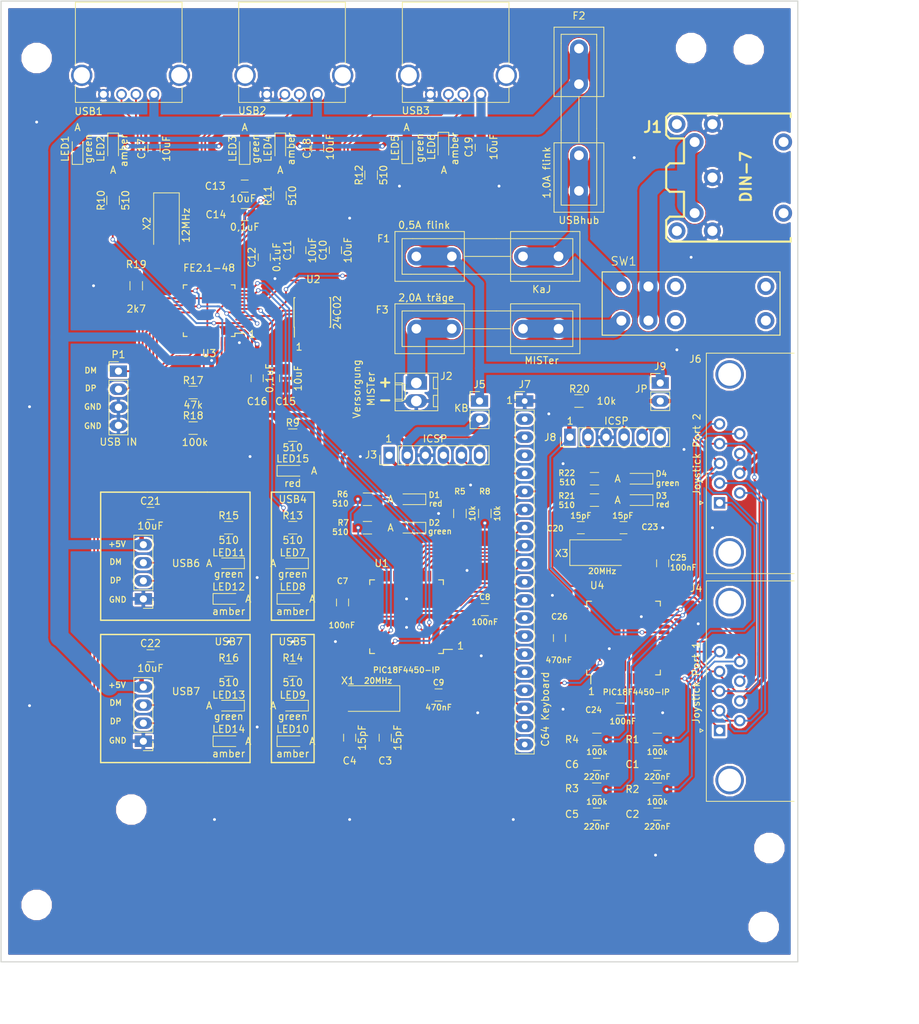
<source format=kicad_pcb>
(kicad_pcb (version 20171130) (host pcbnew "(5.0.1-3-g963ef8bb5)")
  (title_block (title KaJUSBhub) (date 2019-04-06) (rev 0.2) (company TMO) (comment 1 "Keyboard and Joystick USB-Hub"))
  (layers (0 F.Cu signal) (31 B.Cu signal) (34 B.Paste user) (35 F.Paste user) (36 B.SilkS user) (37 F.SilkS user) (38 B.Mask user) (39 F.Mask user) (44 Edge.Cuts user))
  (net 0 "")
  (net 1 PY1)
  (net 2 GND)
  (net 3 PX1)
  (net 4 "Net-(C3-Pad1)")
  (net 5 "Net-(C4-Pad1)")
  (net 6 PX2)
  (net 7 PY2)
  (net 8 "Net-(C9-Pad2)")
  (net 9 VDD33)
  (net 10 VD18)
  (net 11 "Net-(F1-Pad2)")
  (net 12 "Net-(J1-Pad4)")
  (net 13 J6:1-U1:1)
  (net 14 k7)
  (net 15 k6)
  (net 16 k3)
  (net 17 k5)
  (net 18 k4)
  (net 19 Joy1select)
  (net 20 Joy2select)
  (net 21 k8)
  (net 22 k2)
  (net 23 k1)
  (net 24 k0)
  (net 25 kH)
  (net 26 kG)
  (net 27 kF)
  (net 28 kE)
  (net 29 kD)
  (net 30 kC)
  (net 31 kB)
  (net 32 kA)
  (net 33 "Net-(LED1-Pad1)")
  (net 34 DRV)
  (net 35 "Net-(LED3-Pad1)")
  (net 36 "Net-(LED5-Pad1)")
  (net 37 "Net-(LED7-Pad1)")
  (net 38 "Net-(LED10-Pad2)")
  (net 39 "Net-(LED11-Pad1)")
  (net 40 "Net-(LED13-Pad1)")
  (net 41 "Net-(LED15-Pad2)")
  (net 42 DMU)
  (net 43 DPU)
  (net 44 "Net-(R6-Pad2)")
  (net 45 "Net-(R7-Pad2)")
  (net 46 LED1)
  (net 47 LED2)
  (net 48 LED3)
  (net 49 LED4)
  (net 50 LED5)
  (net 51 LED6)
  (net 52 LED7)
  (net 53 "Net-(R17-Pad1)")
  (net 54 "Net-(R19-Pad1)")
  (net 55 "Net-(U2-Pad5)")
  (net 56 DM3)
  (net 57 DP3)
  (net 58 DM2)
  (net 59 DP2)
  (net 60 DM1)
  (net 61 DP1)
  (net 62 "Net-(U3-Pad22)")
  (net 63 "Net-(U3-Pad23)")
  (net 64 DM5)
  (net 65 DP5)
  (net 66 DM6)
  (net 67 DP6)
  (net 68 DM7)
  (net 69 DP7)
  (net 70 +5VKaJ)
  (net 71 +5VUSBhub)
  (net 72 "Net-(F3-Pad1)")
  (net 73 "Net-(F3-Pad2)")
  (net 74 +5VKB)
  (net 75 "Net-(C20-Pad1)")
  (net 76 "Net-(C23-Pad1)")
  (net 77 +5VJP)
  (net 78 "Net-(C26-Pad1)")
  (net 79 "Net-(D1-Pad2)")
  (net 80 "Net-(D2-Pad2)")
  (net 81 "Net-(D3-Pad2)")
  (net 82 "Net-(D4-Pad2)")
  (net 83 k3J)
  (net 84 k5J)
  (net 85 k6J)
  (net 86 k7J)
  (net 87 k4J)
  (net 88 ISCP_JP)
  (net 89 "Net-(R21-Pad2)")
  (net 90 "Net-(R22-Pad2)")
  (net 91 DP4)
  (net 92 DM4)
  (module Pin_Headers:Pin_Header_Straight_1x06_Pitch2.54mm (layer F.Cu) (at 162.56 83.82 90)
    (fp_text reference J3 (at 0.07 -2.56 180) (layer F.SilkS))
    (fp_text value ICSP (at 2.32 6.44 180) (layer F.SilkS))
    (pad 6 thru_hole oval (at 0 12.7 90) (size 2.4 1.6) (drill 1) (layers *.Cu *.Mask))
    (pad 5 thru_hole oval (at 0 10.16 90) (size 2.4 1.6) (drill 1) (layers *.Cu *.Mask) (net 15 k6))
    (pad 4 thru_hole oval (at 0 7.62 90) (size 2.4 1.6) (drill 1) (layers *.Cu *.Mask) (net 14 k7))
    (pad 3 thru_hole oval (at 0 5.08 90) (size 2.4 1.6) (drill 1) (layers *.Cu *.Mask) (net 2 GND))
    (pad 2 thru_hole oval (at 0 2.54 90) (size 2.4 1.6) (drill 1) (layers *.Cu *.Mask) (net 74 +5VKB))
    (pad 1 thru_hole rect (at 0 0 90) (size 2.4 1.6) (drill 1) (layers *.Cu *.Mask) (net 13 J6:1-U1:1))
  )
  (module Pin_Headers:Pin_Header_Straight_1x04_Pitch2.54mm (layer F.Cu) (at 128 124 180)
    (fp_text reference USB7 (at -6 7 180) (layer F.SilkS))
    (fp_text value "USB out")
    (pad 4 thru_hole oval (at 0 7.62 180) (size 2.5 1.6) (drill 1) (layers *.Cu *.Mask) (net 71 +5VUSBhub))
    (pad 3 thru_hole oval (at 0 5.08 180) (size 2.4 1.6) (drill 1) (layers *.Cu *.Mask) (net 68 DM7))
    (pad 2 thru_hole oval (at 0 2.54 180) (size 2.4 1.6) (drill 1) (layers *.Cu *.Mask) (net 69 DP7))
    (pad 1 thru_hole rect (at 0 0 180) (size 2.4 1.6) (drill 1) (layers *.Cu *.Mask) (net 2 GND))
  )
  (module Connectors_DSub:DSUB-9_Male_Horizontal_Pitch2.77x2.84mm_EdgePinOffset7.70mm_Housed_MountingHolesOffset9.12mm (layer F.Cu) (at 209 90.5 90)
    (fp_text reference J6 (at 20.2 -3.4 180) (layer F.SilkS))
    (fp_text value "Joystick Port 2" (at 6.8 -3.2 90) (layer F.SilkS))
    (pad 0 thru_hole circle (at 18.04 1.42 90) (size 4 4) (drill 3.2) (layers *.Cu *.Mask))
    (pad 0 thru_hole circle (at -6.96 1.42 90) (size 4 4) (drill 3.2) (layers *.Cu *.Mask))
    (pad 9 thru_hole circle (at 9.695 2.84 90) (size 1.6 1.6) (drill 1) (layers *.Cu *.Mask) (net 6 PX2))
    (pad 8 thru_hole circle (at 6.925 2.84 90) (size 1.6 1.6) (drill 1) (layers *.Cu *.Mask) (net 20 Joy2select))
    (pad 7 thru_hole circle (at 4.155 2.84 90) (size 1.6 1.6) (drill 1) (layers *.Cu *.Mask) (net 77 +5VJP))
    (pad 6 thru_hole circle (at 1.385 2.84 90) (size 1.6 1.6) (drill 1) (layers *.Cu *.Mask) (net 87 k4J))
    (pad 5 thru_hole circle (at 11.08 0 90) (size 1.6 1.6) (drill 1) (layers *.Cu *.Mask) (net 7 PY2))
    (pad 4 thru_hole circle (at 8.31 0 90) (size 1.6 1.6) (drill 1) (layers *.Cu *.Mask) (net 86 k7J))
    (pad 3 thru_hole circle (at 5.54 0 90) (size 1.6 1.6) (drill 1) (layers *.Cu *.Mask) (net 85 k6J))
    (pad 2 thru_hole circle (at 2.77 0 90) (size 1.6 1.6) (drill 1) (layers *.Cu *.Mask) (net 84 k5J))
    (pad 1 thru_hole rect (at 0 0 90) (size 1.6 1.6) (drill 1) (layers *.Cu *.Mask) (net 83 k3J))
  )
  (module Resistors_SMD:R_0805_HandSoldering (layer F.Cu) (at 176 92 270)
    (fp_text reference R8 (at -3.1 0 180) (layer F.SilkS) (effects (font (size 0.8 0.8))))
    (fp_text value 10k (at 0 -1.75 90) (layer F.SilkS) (effects (font (size 0.8 0.8))))
    (pad 1 smd rect (at -1.35 0 270) (size 1.5 1.3) (layers F.Cu F.Paste F.Mask) (net 74 +5VKB))
    (pad 2 smd rect (at 1.35 0 270) (size 1.5 1.3) (layers F.Cu F.Paste F.Mask) (net 21 k8))
  )
  (module TMO:DPDT_SWITCH (layer F.Cu) (at 198.5 62.5)
    (fp_text reference SW1 (at -4.9 -5.24) (layer F.SilkS) (effects (font (size 1.2065 1.2065) (thickness 0.127)) (justify left bottom)))
    (fp_text value DPDT_SWITCH hide)
    (pad 2 thru_hole circle (at 0.5 -2.4 90) (size 2.4 2.4) (drill 1.4) (layers *.Cu *.Mask) (net 12 "Net-(J1-Pad4)"))
    (pad 1 thru_hole circle (at -3.3 -2.4 90) (size 2.4 2.4) (drill 1.4) (layers *.Cu *.Mask) (net 11 "Net-(F1-Pad2)"))
    (pad 3 thru_hole circle (at 4.3 -2.4 90) (size 2.4 2.4) (drill 1.4) (layers *.Cu *.Mask))
    (pad 4 thru_hole circle (at -3.3 2.4 90) (size 2.4 2.4) (drill 1.4) (layers *.Cu *.Mask) (net 73 "Net-(F3-Pad2)"))
    (pad 5 thru_hole circle (at 0.5 2.4 90) (size 2.4 2.4) (drill 1.4) (layers *.Cu *.Mask) (net 12 "Net-(J1-Pad4)"))
    (pad 6 thru_hole circle (at 4.3 2.4 90) (size 2.4 2.4) (drill 1.4) (layers *.Cu *.Mask))
    (pad 7 thru_hole circle (at 17 -2.4 90) (size 2.4 2.4) (drill 1.4) (layers *.Cu *.Mask))
    (pad 8 thru_hole circle (at 17 2.4 90) (size 2.4 2.4) (drill 1.4) (layers *.Cu *.Mask))
  )
  (module TMO:din-7 (layer F.Cu) (at 210.9972 44.79808 90)
    (fp_text reference J1 (at 7.09808 -11.3972 180) (layer F.SilkS) (effects (font (size 1.524 1.524) (thickness 0.3048))))
    (fp_text value DIN-7 (at 0.09808 1.7028 90) (layer F.SilkS) (effects (font (size 1.524 1.524) (thickness 0.3048))))
    (pad "" thru_hole circle (at -5.00126 6.9977 90) (size 2.4 2.4) (drill 1.4) (layers *.Cu *.Mask))
    (pad "" thru_hole circle (at 5.00126 6.9977 90) (size 2.4 2.4) (drill 1.4) (layers *.Cu *.Mask))
    (pad 5 thru_hole circle (at -4.99618 -5.4991 90) (size 2.4 2.4) (drill 1.4) (layers *.Cu *.Mask) (net 12 "Net-(J1-Pad4)"))
    (pad 1 thru_hole circle (at 7.49808 -2.9972 90) (size 2.4 2.4) (drill 1.4) (layers *.Cu *.Mask) (net 2 GND))
    (pad 2 thru_hole circle (at 0 -2.99974 90) (size 2.4 2.4) (drill 1.4) (layers *.Cu *.Mask) (net 2 GND))
    (pad 4 thru_hole circle (at 4.99618 -5.4991 90) (size 2.4 2.4) (drill 1.4) (layers *.Cu *.Mask) (net 12 "Net-(J1-Pad4)"))
    (pad 3 thru_hole circle (at -7.5 -3 90) (size 2.4 2.4) (drill 1.4) (layers *.Cu *.Mask) (net 2 GND))
    (pad 7 thru_hole circle (at -7.49808 -7.9972 90) (size 2.4 2.4) (drill 1.4) (layers *.Cu *.Mask))
    (pad 6 thru_hole circle (at 7.49808 -7.9972 90) (size 2.4 2.4) (drill 1.4) (layers *.Cu *.Mask))
  )
  (module Capacitors_SMD:C_0805_HandSoldering (layer F.Cu) (at 156 104.5 90)
    (fp_text reference C7 (at 3 0) (layer F.SilkS) (effects (font (size 0.8 0.8))))
    (fp_text value 100nF (at -3.2 -0.1 180) (layer F.SilkS) (effects (font (size 0.8 0.8))))
    (pad 1 smd rect (at -1.25 0 90) (size 1.5 1.25) (layers F.Cu F.Paste F.Mask) (net 2 GND))
    (pad 2 smd rect (at 1.25 0 90) (size 1.5 1.25) (layers F.Cu F.Paste F.Mask) (net 74 +5VKB))
  )
  (module Connectors_Molex:Molex_KK-6410-02_02x2.54mm_Straight (layer F.Cu) (at 166.37 73.66 270)
    (fp_text reference J2 (at -0.96 -4.23) (layer F.SilkS))
    (fp_text value "Versorgung MISTer" hide)
    (pad 2 thru_hole oval (at 2.54 0 270) (size 1.9 3) (drill 1.5) (layers *.Cu *.Mask) (net 2 GND))
    (pad 1 thru_hole rect (at 0 0 270) (size 1.9 3) (drill 1.5) (layers *.Cu *.Mask) (net 72 "Net-(F3-Pad1)"))
  )
  (module TMO:Pin_Header_Straight_1x20_Pitch2.54mm_long_pad (layer F.Cu) (at 181.61 76.2)
    (fp_text reference J7 (at 0 -2.33) (layer F.SilkS))
    (fp_text value "C64 Keyboard" (at 2.89 43.3 90) (layer F.SilkS))
    (pad 1 thru_hole rect (at 0 0) (size 2.4 1.6) (drill 0.8) (layers *.Cu *.Mask) (net 2 GND))
    (pad 2 thru_hole oval (at 0 2.54) (size 2.4 1.6) (drill 0.8) (layers *.Cu *.Mask))
    (pad 3 thru_hole oval (at 0 5.08) (size 2.4 1.6) (drill 0.8) (layers *.Cu *.Mask) (net 21 k8))
    (pad 4 thru_hole oval (at 0 7.62) (size 2.4 1.6) (drill 0.8) (layers *.Cu *.Mask))
    (pad 5 thru_hole oval (at 0 10.16) (size 2.4 1.6) (drill 0.8) (layers *.Cu *.Mask) (net 14 k7))
    (pad 6 thru_hole oval (at 0 12.7) (size 2.4 1.6) (drill 0.8) (layers *.Cu *.Mask) (net 15 k6))
    (pad 7 thru_hole oval (at 0 15.24) (size 2.4 1.6) (drill 0.8) (layers *.Cu *.Mask) (net 17 k5))
    (pad 8 thru_hole oval (at 0 17.78) (size 2.4 1.6) (drill 0.8) (layers *.Cu *.Mask) (net 18 k4))
    (pad 9 thru_hole oval (at 0 20.32) (size 2.4 1.6) (drill 0.8) (layers *.Cu *.Mask) (net 16 k3))
    (pad 10 thru_hole oval (at 0 22.86) (size 2.4 1.6) (drill 0.8) (layers *.Cu *.Mask) (net 22 k2))
    (pad 11 thru_hole oval (at 0 25.4) (size 2.4 1.6) (drill 0.8) (layers *.Cu *.Mask) (net 23 k1))
    (pad 12 thru_hole oval (at 0 27.94) (size 2.4 1.6) (drill 0.8) (layers *.Cu *.Mask) (net 24 k0))
    (pad 13 thru_hole oval (at 0 30.48) (size 2.4 1.6) (drill 0.8) (layers *.Cu *.Mask) (net 25 kH))
    (pad 14 thru_hole oval (at 0 33.02) (size 2.4 1.6) (drill 0.8) (layers *.Cu *.Mask) (net 26 kG))
    (pad 15 thru_hole oval (at 0 35.56) (size 2.4 1.6) (drill 0.8) (layers *.Cu *.Mask) (net 27 kF))
    (pad 16 thru_hole oval (at 0 38.1) (size 2.4 1.6) (drill 0.8) (layers *.Cu *.Mask) (net 28 kE))
    (pad 17 thru_hole oval (at 0 40.64) (size 2.4 1.6) (drill 0.8) (layers *.Cu *.Mask) (net 29 kD))
    (pad 18 thru_hole oval (at 0 43.18) (size 2.4 1.6) (drill 0.8) (layers *.Cu *.Mask) (net 30 kC))
    (pad 19 thru_hole oval (at 0 45.72) (size 2.4 1.6) (drill 0.8) (layers *.Cu *.Mask) (net 31 kB))
    (pad 20 thru_hole oval (at 0 48.26) (size 2.4 1.6) (drill 0.8) (layers *.Cu *.Mask) (net 32 kA))
  )
  (module Connectors_DSub:DSUB-9_Male_Horizontal_Pitch2.77x2.84mm_EdgePinOffset7.70mm_Housed_MountingHolesOffset9.12mm (layer F.Cu) (at 209 122.5 90)
    (fp_text reference J4 (at 20 -3.3 180) (layer F.SilkS))
    (fp_text value "Joystick Port 1" (at 6.7 -3.3 90) (layer F.SilkS))
    (pad 1 thru_hole rect (at 0 0 90) (size 1.6 1.6) (drill 1) (layers *.Cu *.Mask) (net 83 k3J))
    (pad 2 thru_hole circle (at 2.77 0 90) (size 1.6 1.6) (drill 1) (layers *.Cu *.Mask) (net 84 k5J))
    (pad 3 thru_hole circle (at 5.54 0 90) (size 1.6 1.6) (drill 1) (layers *.Cu *.Mask) (net 85 k6J))
    (pad 4 thru_hole circle (at 8.31 0 90) (size 1.6 1.6) (drill 1) (layers *.Cu *.Mask) (net 86 k7J))
    (pad 5 thru_hole circle (at 11.08 0 90) (size 1.6 1.6) (drill 1) (layers *.Cu *.Mask) (net 1 PY1))
    (pad 6 thru_hole circle (at 1.385 2.84 90) (size 1.6 1.6) (drill 1) (layers *.Cu *.Mask) (net 87 k4J))
    (pad 7 thru_hole circle (at 4.155 2.84 90) (size 1.6 1.6) (drill 1) (layers *.Cu *.Mask) (net 77 +5VJP))
    (pad 8 thru_hole circle (at 6.925 2.84 90) (size 1.6 1.6) (drill 1) (layers *.Cu *.Mask) (net 19 Joy1select))
    (pad 9 thru_hole circle (at 9.695 2.84 90) (size 1.6 1.6) (drill 1) (layers *.Cu *.Mask) (net 3 PX1))
    (pad 0 thru_hole circle (at -6.96 1.42 90) (size 4 4) (drill 3.2) (layers *.Cu *.Mask))
    (pad 0 thru_hole circle (at 18.04 1.42 90) (size 4 4) (drill 3.2) (layers *.Cu *.Mask))
  )
  (module Housings_QFP:LQFP-48_7x7mm_Pitch0.5mm (layer F.Cu) (at 137.25 63.5 180)
    (fp_text reference U3 (at 0 -6 180) (layer F.SilkS))
    (fp_text value FE2.1-48 (at 0 6 180) (layer F.SilkS))
    (pad 1 smd rect (at -4.35 -2.75 180) (size 1.3 0.25) (layers F.Cu F.Paste F.Mask) (net 34 DRV))
    (pad 2 smd rect (at -4.35 -2.25 180) (size 1.3 0.25) (layers F.Cu F.Paste F.Mask) (net 55 "Net-(U2-Pad5)"))
    (pad 3 smd rect (at -4.35 -1.75 180) (size 1.3 0.25) (layers F.Cu F.Paste F.Mask) (net 46 LED1))
    (pad 4 smd rect (at -4.35 -1.25 180) (size 1.3 0.25) (layers F.Cu F.Paste F.Mask) (net 47 LED2))
    (pad 5 smd rect (at -4.35 -0.75 180) (size 1.3 0.25) (layers F.Cu F.Paste F.Mask) (net 48 LED3))
    (pad 6 smd rect (at -4.35 -0.25 180) (size 1.3 0.25) (layers F.Cu F.Paste F.Mask) (net 10 VD18))
    (pad 7 smd rect (at -4.35 0.25 180) (size 1.3 0.25) (layers F.Cu F.Paste F.Mask) (net 49 LED4))
    (pad 8 smd rect (at -4.35 0.75 180) (size 1.3 0.25) (layers F.Cu F.Paste F.Mask) (net 71 +5VUSBhub))
    (pad 9 smd rect (at -4.35 1.25 180) (size 1.3 0.25) (layers F.Cu F.Paste F.Mask) (net 9 VDD33))
    (pad 10 smd rect (at -4.35 1.75 180) (size 1.3 0.25) (layers F.Cu F.Paste F.Mask) (net 2 GND))
    (pad 11 smd rect (at -4.35 2.25 180) (size 1.3 0.25) (layers F.Cu F.Paste F.Mask) (net 92 DM4))
    (pad 12 smd rect (at -4.35 2.75 180) (size 1.3 0.25) (layers F.Cu F.Paste F.Mask) (net 91 DP4))
    (pad 13 smd rect (at -2.75 4.35 270) (size 1.3 0.25) (layers F.Cu F.Paste F.Mask) (net 56 DM3))
    (pad 14 smd rect (at -2.25 4.35 270) (size 1.3 0.25) (layers F.Cu F.Paste F.Mask) (net 57 DP3))
    (pad 15 smd rect (at -1.75 4.35 270) (size 1.3 0.25) (layers F.Cu F.Paste F.Mask) (net 9 VDD33))
    (pad 16 smd rect (at -1.25 4.35 270) (size 1.3 0.25) (layers F.Cu F.Paste F.Mask) (net 58 DM2))
    (pad 17 smd rect (at -0.75 4.35 270) (size 1.3 0.25) (layers F.Cu F.Paste F.Mask) (net 59 DP2))
    (pad 18 smd rect (at -0.25 4.35 270) (size 1.3 0.25) (layers F.Cu F.Paste F.Mask) (net 60 DM1))
    (pad 19 smd rect (at 0.25 4.35 270) (size 1.3 0.25) (layers F.Cu F.Paste F.Mask) (net 61 DP1))
    (pad 20 smd rect (at 0.75 4.35 270) (size 1.3 0.25) (layers F.Cu F.Paste F.Mask) (net 9 VDD33))
    (pad 21 smd rect (at 1.25 4.35 270) (size 1.3 0.25) (layers F.Cu F.Paste F.Mask) (net 10 VD18))
    (pad 22 smd rect (at 1.75 4.35 270) (size 1.3 0.25) (layers F.Cu F.Paste F.Mask) (net 62 "Net-(U3-Pad22)"))
    (pad 23 smd rect (at 2.25 4.35 270) (size 1.3 0.25) (layers F.Cu F.Paste F.Mask) (net 63 "Net-(U3-Pad23)"))
    (pad 24 smd rect (at 2.75 4.35 270) (size 1.3 0.25) (layers F.Cu F.Paste F.Mask) (net 2 GND))
    (pad 25 smd rect (at 4.35 2.75 180) (size 1.3 0.25) (layers F.Cu F.Paste F.Mask) (net 10 VD18))
    (pad 26 smd rect (at 4.35 2.25 180) (size 1.3 0.25) (layers F.Cu F.Paste F.Mask) (net 9 VDD33))
    (pad 27 smd rect (at 4.35 1.75 180) (size 1.3 0.25) (layers F.Cu F.Paste F.Mask) (net 54 "Net-(R19-Pad1)"))
    (pad 28 smd rect (at 4.35 1.25 180) (size 1.3 0.25) (layers F.Cu F.Paste F.Mask) (net 10 VD18))
    (pad 29 smd rect (at 4.35 0.75 180) (size 1.3 0.25) (layers F.Cu F.Paste F.Mask) (net 42 DMU))
    (pad 30 smd rect (at 4.35 0.25 180) (size 1.3 0.25) (layers F.Cu F.Paste F.Mask) (net 43 DPU))
    (pad 31 smd rect (at 4.35 -0.25 180) (size 1.3 0.25) (layers F.Cu F.Paste F.Mask) (net 9 VDD33))
    (pad 32 smd rect (at 4.35 -0.75 180) (size 1.3 0.25) (layers F.Cu F.Paste F.Mask) (net 64 DM5))
    (pad 33 smd rect (at 4.35 -1.25 180) (size 1.3 0.25) (layers F.Cu F.Paste F.Mask) (net 65 DP5))
    (pad 34 smd rect (at 4.35 -1.75 180) (size 1.3 0.25) (layers F.Cu F.Paste F.Mask) (net 66 DM6))
    (pad 35 smd rect (at 4.35 -2.25 180) (size 1.3 0.25) (layers F.Cu F.Paste F.Mask) (net 67 DP6))
    (pad 36 smd rect (at 4.35 -2.75 180) (size 1.3 0.25) (layers F.Cu F.Paste F.Mask) (net 9 VDD33))
    (pad 37 smd rect (at 2.75 -4.35 270) (size 1.3 0.25) (layers F.Cu F.Paste F.Mask) (net 68 DM7))
    (pad 38 smd rect (at 2.25 -4.35 270) (size 1.3 0.25) (layers F.Cu F.Paste F.Mask) (net 69 DP7))
    (pad 39 smd rect (at 1.75 -4.35 270) (size 1.3 0.25) (layers F.Cu F.Paste F.Mask) (net 2 GND))
    (pad 40 smd rect (at 1.25 -4.35 270) (size 1.3 0.25) (layers F.Cu F.Paste F.Mask) (net 9 VDD33))
    (pad 41 smd rect (at 0.75 -4.35 270) (size 1.3 0.25) (layers F.Cu F.Paste F.Mask) (net 53 "Net-(R17-Pad1)"))
    (pad 42 smd rect (at 0.25 -4.35 270) (size 1.3 0.25) (layers F.Cu F.Paste F.Mask) (net 9 VDD33))
    (pad 43 smd rect (at -0.25 -4.35 270) (size 1.3 0.25) (layers F.Cu F.Paste F.Mask) (net 9 VDD33))
    (pad 44 smd rect (at -0.75 -4.35 270) (size 1.3 0.25) (layers F.Cu F.Paste F.Mask))
    (pad 45 smd rect (at -1.25 -4.35 270) (size 1.3 0.25) (layers F.Cu F.Paste F.Mask) (net 9 VDD33))
    (pad 46 smd rect (at -1.75 -4.35 270) (size 1.3 0.25) (layers F.Cu F.Paste F.Mask) (net 52 LED7))
    (pad 47 smd rect (at -2.25 -4.35 270) (size 1.3 0.25) (layers F.Cu F.Paste F.Mask) (net 51 LED6))
    (pad 48 smd rect (at -2.75 -4.35 270) (size 1.3 0.25) (layers F.Cu F.Paste F.Mask) (net 50 LED5))
  )
  (module Capacitors_SMD:C_0805_HandSoldering (layer F.Cu) (at 200.25 127.25 180)
    (fp_text reference C1 (at 3.5 0 180) (layer F.SilkS))
    (fp_text value 220nF (at 0 -1.75 180) (layer F.SilkS) (effects (font (size 0.8 0.8))))
    (pad 1 smd rect (at -1.25 0 180) (size 1.5 1.25) (layers F.Cu F.Paste F.Mask) (net 1 PY1))
    (pad 2 smd rect (at 1.25 0 180) (size 1.5 1.25) (layers F.Cu F.Paste F.Mask) (net 2 GND))
  )
  (module Capacitors_SMD:C_0805_HandSoldering (layer F.Cu) (at 200.25 134.25 180)
    (fp_text reference C2 (at 3.5 0 180) (layer F.SilkS))
    (fp_text value 220nF (at 0 -1.75 180) (layer F.SilkS) (effects (font (size 0.8 0.8))))
    (pad 1 smd rect (at -1.25 0 180) (size 1.5 1.25) (layers F.Cu F.Paste F.Mask) (net 3 PX1))
    (pad 2 smd rect (at 1.25 0 180) (size 1.5 1.25) (layers F.Cu F.Paste F.Mask) (net 2 GND))
  )
  (module Capacitors_SMD:C_0805_HandSoldering (layer F.Cu) (at 162 123.5 270)
    (fp_text reference C3 (at 3.25 0) (layer F.SilkS))
    (fp_text value 15pF (at 0 -1.75 270) (layer F.SilkS))
    (pad 1 smd rect (at -1.25 0 270) (size 1.5 1.25) (layers F.Cu F.Paste F.Mask) (net 4 "Net-(C3-Pad1)"))
    (pad 2 smd rect (at 1.25 0 270) (size 1.5 1.25) (layers F.Cu F.Paste F.Mask) (net 2 GND))
  )
  (module Capacitors_SMD:C_0805_HandSoldering (layer F.Cu) (at 157 123.5 270)
    (fp_text reference C4 (at 3.25 0) (layer F.SilkS))
    (fp_text value 15pF (at 0 -1.75 270) (layer F.SilkS))
    (pad 1 smd rect (at -1.25 0 270) (size 1.5 1.25) (layers F.Cu F.Paste F.Mask) (net 5 "Net-(C4-Pad1)"))
    (pad 2 smd rect (at 1.25 0 270) (size 1.5 1.25) (layers F.Cu F.Paste F.Mask) (net 2 GND))
  )
  (module Capacitors_SMD:C_0805_HandSoldering (layer F.Cu) (at 191.74 134.25 180)
    (fp_text reference C5 (at 3.49 0 180) (layer F.SilkS))
    (fp_text value 220nF (at -0.01 -1.75 180) (layer F.SilkS) (effects (font (size 0.8 0.8))))
    (pad 1 smd rect (at -1.25 0 180) (size 1.5 1.25) (layers F.Cu F.Paste F.Mask) (net 6 PX2))
    (pad 2 smd rect (at 1.25 0 180) (size 1.5 1.25) (layers F.Cu F.Paste F.Mask) (net 2 GND))
  )
  (module Capacitors_SMD:C_0805_HandSoldering (layer F.Cu) (at 191.75 127.25 180)
    (fp_text reference C6 (at 3.5 0 180) (layer F.SilkS))
    (fp_text value 220nF (at 0 -1.75) (layer F.SilkS) (effects (font (size 0.8 0.8))))
    (pad 1 smd rect (at -1.25 0 180) (size 1.5 1.25) (layers F.Cu F.Paste F.Mask) (net 7 PY2))
    (pad 2 smd rect (at 1.25 0 180) (size 1.5 1.25) (layers F.Cu F.Paste F.Mask) (net 2 GND))
  )
  (module Capacitors_SMD:C_0805_HandSoldering (layer F.Cu) (at 176 105.5 180)
    (fp_text reference C8 (at 0 1.75) (layer F.SilkS) (effects (font (size 0.8 0.8))))
    (fp_text value 100nF (at 0 -1.75) (layer F.SilkS) (effects (font (size 0.8 0.8))))
    (pad 1 smd rect (at -1.25 0 180) (size 1.5 1.25) (layers F.Cu F.Paste F.Mask) (net 2 GND))
    (pad 2 smd rect (at 1.25 0 180) (size 1.5 1.25) (layers F.Cu F.Paste F.Mask) (net 74 +5VKB))
  )
  (module Capacitors_SMD:C_0805_HandSoldering (layer F.Cu) (at 169.5 117.5 180)
    (fp_text reference C9 (at 0 1.75) (layer F.SilkS) (effects (font (size 0.8 0.8))))
    (fp_text value 470nF (at 0 -1.75 180) (layer F.SilkS) (effects (font (size 0.8 0.8))))
    (pad 1 smd rect (at -1.25 0 180) (size 1.5 1.25) (layers F.Cu F.Paste F.Mask) (net 2 GND))
    (pad 2 smd rect (at 1.25 0 180) (size 1.5 1.25) (layers F.Cu F.Paste F.Mask) (net 8 "Net-(C9-Pad2)"))
  )
  (module Capacitors_SMD:C_0805_HandSoldering (layer F.Cu) (at 155 55 90)
    (fp_text reference C10 (at 0 -1.75 90) (layer F.SilkS))
    (fp_text value 10uF (at 0 1.75 90) (layer F.SilkS))
    (pad 1 smd rect (at -1.25 0 90) (size 1.5 1.25) (layers F.Cu F.Paste F.Mask) (net 71 +5VUSBhub))
    (pad 2 smd rect (at 1.25 0 90) (size 1.5 1.25) (layers F.Cu F.Paste F.Mask) (net 2 GND))
  )
  (module Capacitors_SMD:C_0805_HandSoldering (layer F.Cu) (at 150 55 90)
    (fp_text reference C11 (at 0 -1.75 90) (layer F.SilkS))
    (fp_text value 10uF (at 0 1.75 90) (layer F.SilkS))
    (pad 1 smd rect (at -1.25 0 90) (size 1.5 1.25) (layers F.Cu F.Paste F.Mask) (net 71 +5VUSBhub))
    (pad 2 smd rect (at 1.25 0 90) (size 1.5 1.25) (layers F.Cu F.Paste F.Mask) (net 2 GND))
  )
  (module Capacitors_SMD:C_0805_HandSoldering (layer F.Cu) (at 145 56 90)
    (fp_text reference C12 (at 0 -1.75 90) (layer F.SilkS))
    (fp_text value 0.1uF (at 0 1.75 90) (layer F.SilkS))
    (pad 1 smd rect (at -1.25 0 90) (size 1.5 1.25) (layers F.Cu F.Paste F.Mask) (net 71 +5VUSBhub))
    (pad 2 smd rect (at 1.25 0 90) (size 1.5 1.25) (layers F.Cu F.Paste F.Mask) (net 2 GND))
  )
  (module Capacitors_SMD:C_0805_HandSoldering (layer F.Cu) (at 142.25 46 180)
    (fp_text reference C13 (at 4.15 0 180) (layer F.SilkS))
    (fp_text value 10uF (at 0.25 -1.75 180) (layer F.SilkS))
    (pad 1 smd rect (at -1.25 0 180) (size 1.5 1.25) (layers F.Cu F.Paste F.Mask) (net 2 GND))
    (pad 2 smd rect (at 1.25 0 180) (size 1.5 1.25) (layers F.Cu F.Paste F.Mask) (net 9 VDD33))
  )
  (module Capacitors_SMD:C_0805_HandSoldering (layer F.Cu) (at 142.25 50 180)
    (fp_text reference C14 (at 4.05 0 180) (layer F.SilkS))
    (fp_text value 0,1uF (at 0 -1.75 180) (layer F.SilkS))
    (pad 1 smd rect (at -1.25 0 180) (size 1.5 1.25) (layers F.Cu F.Paste F.Mask) (net 2 GND))
    (pad 2 smd rect (at 1.25 0 180) (size 1.5 1.25) (layers F.Cu F.Paste F.Mask) (net 9 VDD33))
  )
  (module Capacitors_SMD:C_0805_HandSoldering (layer F.Cu) (at 148 73 90)
    (fp_text reference C15 (at -3.25 0 180) (layer F.SilkS))
    (fp_text value 10uF (at 0 1.75 90) (layer F.SilkS))
    (pad 1 smd rect (at -1.25 0 90) (size 1.5 1.25) (layers F.Cu F.Paste F.Mask) (net 2 GND))
    (pad 2 smd rect (at 1.25 0 90) (size 1.5 1.25) (layers F.Cu F.Paste F.Mask) (net 10 VD18))
  )
  (module Capacitors_SMD:C_0805_HandSoldering (layer F.Cu) (at 144 73 90)
    (fp_text reference C16 (at -3.25 0 180) (layer F.SilkS))
    (fp_text value 0,1uF (at 0 1.75 90) (layer F.SilkS))
    (pad 1 smd rect (at -1.25 0 90) (size 1.5 1.25) (layers F.Cu F.Paste F.Mask) (net 2 GND))
    (pad 2 smd rect (at 1.25 0 90) (size 1.5 1.25) (layers F.Cu F.Paste F.Mask) (net 10 VD18))
  )
  (module Capacitors_SMD:C_0805_HandSoldering (layer F.Cu) (at 129.5 40.7 270)
    (fp_text reference C17 (at 0.05 1.75 90) (layer F.SilkS))
    (fp_text value 10uF (at 0.05 -1.75 270) (layer F.SilkS))
    (pad 1 smd rect (at -1.25 0 270) (size 1.5 1.25) (layers F.Cu F.Paste F.Mask) (net 71 +5VUSBhub))
    (pad 2 smd rect (at 1.25 0 270) (size 1.5 1.25) (layers F.Cu F.Paste F.Mask) (net 2 GND))
  )
  (module Capacitors_SMD:C_0805_HandSoldering (layer F.Cu) (at 152.5 40.7 270)
    (fp_text reference C18 (at 0 1.5 270) (layer F.SilkS))
    (fp_text value 10uF (at -0.2 -1.75 270) (layer F.SilkS))
    (pad 1 smd rect (at -1.25 0 270) (size 1.5 1.25) (layers F.Cu F.Paste F.Mask) (net 71 +5VUSBhub))
    (pad 2 smd rect (at 1.25 0 270) (size 1.5 1.25) (layers F.Cu F.Paste F.Mask) (net 2 GND))
  )
  (module Capacitors_SMD:C_0805_HandSoldering (layer F.Cu) (at 175.5 40.6 270)
    (fp_text reference C19 (at -0.1 1.75 270) (layer F.SilkS))
    (fp_text value 10uF (at -0.1 -1.75 270) (layer F.SilkS))
    (pad 1 smd rect (at -1.25 0 270) (size 1.5 1.25) (layers F.Cu F.Paste F.Mask) (net 71 +5VUSBhub))
    (pad 2 smd rect (at 1.25 0 270) (size 1.5 1.25) (layers F.Cu F.Paste F.Mask) (net 2 GND))
  )
  (module Capacitors_SMD:C_0805_HandSoldering (layer F.Cu) (at 129 92)
    (fp_text reference C21 (at 0 -1.75) (layer F.SilkS))
    (fp_text value 10uF (at 0 1.75) (layer F.SilkS))
    (pad 1 smd rect (at -1.25 0) (size 1.5 1.25) (layers F.Cu F.Paste F.Mask) (net 71 +5VUSBhub))
    (pad 2 smd rect (at 1.25 0) (size 1.5 1.25) (layers F.Cu F.Paste F.Mask) (net 2 GND))
  )
  (module Capacitors_SMD:C_0805_HandSoldering (layer F.Cu) (at 129 112)
    (fp_text reference C22 (at 0 -1.75) (layer F.SilkS))
    (fp_text value 10uF (at 0 1.75) (layer F.SilkS))
    (pad 1 smd rect (at -1.25 0) (size 1.5 1.25) (layers F.Cu F.Paste F.Mask) (net 71 +5VUSBhub))
    (pad 2 smd rect (at 1.25 0) (size 1.5 1.25) (layers F.Cu F.Paste F.Mask) (net 2 GND))
  )
  (module Fuse_Holders_and_Fuses:Fuseholder5x20_horiz_open_inline_Type-I (layer F.Cu) (at 166.37 55.88)
    (fp_text reference F1 (at -4.6 -2.5) (layer F.SilkS))
    (fp_text value "0,5A flink" (at 1.1 -4.4) (layer F.SilkS))
    (pad 2 thru_hole circle (at 15 0) (size 2.35 2.35) (drill 1.35) (layers *.Cu *.Mask) (net 11 "Net-(F1-Pad2)"))
    (pad 2 thru_hole circle (at 20 0) (size 2.35 2.35) (drill 1.35) (layers *.Cu *.Mask) (net 11 "Net-(F1-Pad2)"))
    (pad 1 thru_hole circle (at 5 0) (size 2.35 2.35) (drill 1.35) (layers *.Cu *.Mask) (net 70 +5VKaJ))
    (pad 1 thru_hole circle (at 0 0) (size 2.35 2.35) (drill 1.35) (layers *.Cu *.Mask) (net 70 +5VKaJ))
  )
  (module Fuse_Holders_and_Fuses:Fuseholder5x20_horiz_open_inline_Type-I (layer F.Cu) (at 189.23 26.67 270)
    (fp_text reference F2 (at -4.6 0) (layer F.SilkS))
    (fp_text value "1,0A flink" (at 17.43 4.53 270) (layer F.SilkS))
    (pad 2 thru_hole circle (at 15 0 270) (size 2.35 2.35) (drill 1.35) (layers *.Cu *.Mask) (net 11 "Net-(F1-Pad2)"))
    (pad 2 thru_hole circle (at 20 0 270) (size 2.35 2.35) (drill 1.35) (layers *.Cu *.Mask) (net 11 "Net-(F1-Pad2)"))
    (pad 1 thru_hole circle (at 5 0 270) (size 2.35 2.35) (drill 1.35) (layers *.Cu *.Mask) (net 71 +5VUSBhub))
    (pad 1 thru_hole circle (at 0 0 270) (size 2.35 2.35) (drill 1.35) (layers *.Cu *.Mask) (net 71 +5VUSBhub))
  )
  (module LEDs:LED_0805_HandSoldering (layer F.Cu) (at 118.75 40.75 90)
    (fp_text reference LED1 (at 0 -1.75 270) (layer F.SilkS))
    (fp_text value green (at 0 1.5 270) (layer F.SilkS))
    (pad 1 smd rect (at -1.35 0 90) (size 1.5 1.3) (layers F.Cu F.Paste F.Mask) (net 33 "Net-(LED1-Pad1)"))
    (pad 2 smd rect (at 1.35 0 90) (size 1.5 1.3) (layers F.Cu F.Paste F.Mask) (net 34 DRV))
  )
  (module LEDs:LED_0805_HandSoldering (layer F.Cu) (at 123.75 40.75 270)
    (fp_text reference LED2 (at 0 1.75 90) (layer F.SilkS))
    (fp_text value amber (at 0.25 -1.5 90) (layer F.SilkS))
    (pad 1 smd rect (at -1.35 0 270) (size 1.5 1.3) (layers F.Cu F.Paste F.Mask) (net 34 DRV))
    (pad 2 smd rect (at 1.35 0 270) (size 1.5 1.3) (layers F.Cu F.Paste F.Mask) (net 33 "Net-(LED1-Pad1)"))
  )
  (module LEDs:LED_0805_HandSoldering (layer F.Cu) (at 142.25 40.75 90)
    (fp_text reference LED3 (at 0 -1.7 90) (layer F.SilkS))
    (fp_text value green (at 0 1.5 90) (layer F.SilkS))
    (pad 1 smd rect (at -1.35 0 90) (size 1.5 1.3) (layers F.Cu F.Paste F.Mask) (net 35 "Net-(LED3-Pad1)"))
    (pad 2 smd rect (at 1.35 0 90) (size 1.5 1.3) (layers F.Cu F.Paste F.Mask) (net 34 DRV))
  )
  (module LEDs:LED_0805_HandSoldering (layer F.Cu) (at 147.25 40.75 270)
    (fp_text reference LED4 (at 0 1.75 270) (layer F.SilkS))
    (fp_text value amber (at 0 -1.5 270) (layer F.SilkS))
    (pad 1 smd rect (at -1.35 0 270) (size 1.5 1.3) (layers F.Cu F.Paste F.Mask) (net 34 DRV))
    (pad 2 smd rect (at 1.35 0 270) (size 1.5 1.3) (layers F.Cu F.Paste F.Mask) (net 35 "Net-(LED3-Pad1)"))
  )
  (module LEDs:LED_0805_HandSoldering (layer F.Cu) (at 165.1 40.64 90)
    (fp_text reference LED5 (at 0 -1.7 90) (layer F.SilkS))
    (fp_text value green (at 0 1.75 90) (layer F.SilkS))
    (pad 1 smd rect (at -1.35 0 90) (size 1.5 1.3) (layers F.Cu F.Paste F.Mask) (net 36 "Net-(LED5-Pad1)"))
    (pad 2 smd rect (at 1.35 0 90) (size 1.5 1.3) (layers F.Cu F.Paste F.Mask) (net 34 DRV))
  )
  (module LEDs:LED_0805_HandSoldering (layer F.Cu) (at 170.18 40.64 270)
    (fp_text reference LED6 (at -0.14 1.68 270) (layer F.SilkS))
    (fp_text value amber (at 0.11 -1.57 270) (layer F.SilkS))
    (pad 1 smd rect (at -1.35 0 270) (size 1.5 1.3) (layers F.Cu F.Paste F.Mask) (net 34 DRV))
    (pad 2 smd rect (at 1.35 0 270) (size 1.5 1.3) (layers F.Cu F.Paste F.Mask) (net 36 "Net-(LED5-Pad1)"))
  )
  (module LEDs:LED_0805_HandSoldering (layer F.Cu) (at 149 99 180)
    (fp_text reference LED7 (at 0 1.5 180) (layer F.SilkS))
    (fp_text value green (at 0 -1.5 180) (layer F.SilkS))
    (pad 1 smd rect (at -1.35 0 180) (size 1.5 1.3) (layers F.Cu F.Paste F.Mask) (net 37 "Net-(LED7-Pad1)"))
    (pad 2 smd rect (at 1.35 0 180) (size 1.5 1.3) (layers F.Cu F.Paste F.Mask) (net 34 DRV))
  )
  (module LEDs:LED_0805_HandSoldering (layer F.Cu) (at 149 104)
    (fp_text reference LED8 (at 0 -1.7) (layer F.SilkS))
    (fp_text value amber (at 0 1.75) (layer F.SilkS))
    (pad 1 smd rect (at -1.35 0) (size 1.5 1.3) (layers F.Cu F.Paste F.Mask) (net 34 DRV))
    (pad 2 smd rect (at 1.35 0) (size 1.5 1.3) (layers F.Cu F.Paste F.Mask) (net 37 "Net-(LED7-Pad1)"))
  )
  (module LEDs:LED_0805_HandSoldering (layer F.Cu) (at 149 119 180)
    (fp_text reference LED9 (at 0 1.5 180) (layer F.SilkS))
    (fp_text value green (at 0 -1.5 180) (layer F.SilkS))
    (pad 1 smd rect (at -1.35 0 180) (size 1.5 1.3) (layers F.Cu F.Paste F.Mask) (net 38 "Net-(LED10-Pad2)"))
    (pad 2 smd rect (at 1.35 0 180) (size 1.5 1.3) (layers F.Cu F.Paste F.Mask) (net 34 DRV))
  )
  (module LEDs:LED_0805_HandSoldering (layer F.Cu) (at 149 124)
    (fp_text reference LED10 (at 0 -1.7) (layer F.SilkS))
    (fp_text value amber (at 0 1.75) (layer F.SilkS))
    (pad 1 smd rect (at -1.35 0) (size 1.5 1.3) (layers F.Cu F.Paste F.Mask) (net 34 DRV))
    (pad 2 smd rect (at 1.35 0) (size 1.5 1.3) (layers F.Cu F.Paste F.Mask) (net 38 "Net-(LED10-Pad2)"))
  )
  (module LEDs:LED_0805_HandSoldering (layer F.Cu) (at 140 99 180)
    (fp_text reference LED11 (at 0 1.5 180) (layer F.SilkS))
    (fp_text value green (at 0 -1.5 180) (layer F.SilkS))
    (pad 1 smd rect (at -1.35 0 180) (size 1.5 1.3) (layers F.Cu F.Paste F.Mask) (net 39 "Net-(LED11-Pad1)"))
    (pad 2 smd rect (at 1.35 0 180) (size 1.5 1.3) (layers F.Cu F.Paste F.Mask) (net 34 DRV))
  )
  (module LEDs:LED_0805_HandSoldering (layer F.Cu) (at 140 104)
    (fp_text reference LED12 (at 0 -1.7) (layer F.SilkS))
    (fp_text value amber (at 0 1.75) (layer F.SilkS))
    (pad 1 smd rect (at -1.35 0) (size 1.5 1.3) (layers F.Cu F.Paste F.Mask) (net 34 DRV))
    (pad 2 smd rect (at 1.35 0) (size 1.5 1.3) (layers F.Cu F.Paste F.Mask) (net 39 "Net-(LED11-Pad1)"))
  )
  (module LEDs:LED_0805_HandSoldering (layer F.Cu) (at 140 119 180)
    (fp_text reference LED13 (at 0 1.5 180) (layer F.SilkS))
    (fp_text value green (at 0 -1.5 180) (layer F.SilkS))
    (pad 1 smd rect (at -1.35 0 180) (size 1.5 1.3) (layers F.Cu F.Paste F.Mask) (net 40 "Net-(LED13-Pad1)"))
    (pad 2 smd rect (at 1.35 0 180) (size 1.5 1.3) (layers F.Cu F.Paste F.Mask) (net 34 DRV))
  )
  (module LEDs:LED_0805_HandSoldering (layer F.Cu) (at 140 124)
    (fp_text reference LED14 (at 0 -1.7) (layer F.SilkS))
    (fp_text value amber (at 0 1.75) (layer F.SilkS))
    (pad 1 smd rect (at -1.35 0) (size 1.5 1.3) (layers F.Cu F.Paste F.Mask) (net 34 DRV))
    (pad 2 smd rect (at 1.35 0) (size 1.5 1.3) (layers F.Cu F.Paste F.Mask) (net 40 "Net-(LED13-Pad1)"))
  )
  (module LEDs:LED_0805_HandSoldering (layer F.Cu) (at 149 86)
    (fp_text reference LED15 (at 0 -1.7) (layer F.SilkS))
    (fp_text value red (at 0 1.75) (layer F.SilkS))
    (pad 1 smd rect (at -1.35 0) (size 1.5 1.3) (layers F.Cu F.Paste F.Mask) (net 2 GND))
    (pad 2 smd rect (at 1.35 0) (size 1.5 1.3) (layers F.Cu F.Paste F.Mask) (net 41 "Net-(LED15-Pad2)"))
  )
  (module TMO:Pin_Header_Straight_1x04_Pitch2.54mm_long_pad (layer F.Cu) (at 124.5 72)
    (fp_text reference P1 (at 0 -2.33) (layer F.SilkS))
    (fp_text value "USB IN" (at 0 9.95) (layer F.SilkS))
    (pad 1 thru_hole rect (at 0 0) (size 2.4 1.6) (drill 1) (layers *.Cu *.Mask) (net 42 DMU))
    (pad 2 thru_hole oval (at 0 2.54) (size 2.4 1.6) (drill 1) (layers *.Cu *.Mask) (net 43 DPU))
    (pad 3 thru_hole oval (at 0 5.08) (size 2.4 1.6) (drill 1) (layers *.Cu *.Mask) (net 2 GND))
    (pad 4 thru_hole oval (at 0 7.62) (size 2.4 1.6) (drill 1) (layers *.Cu *.Mask) (net 2 GND))
  )
  (module Resistors_SMD:R_0805_HandSoldering (layer F.Cu) (at 200.25 123.75)
    (fp_text reference R1 (at -3.5 0) (layer F.SilkS))
    (fp_text value 100k (at 0 1.75) (layer F.SilkS) (effects (font (size 0.8 0.8))))
    (pad 1 smd rect (at -1.35 0) (size 1.5 1.3) (layers F.Cu F.Paste F.Mask) (net 2 GND))
    (pad 2 smd rect (at 1.35 0) (size 1.5 1.3) (layers F.Cu F.Paste F.Mask) (net 1 PY1))
  )
  (module Resistors_SMD:R_0805_HandSoldering (layer F.Cu) (at 200.25 130.75)
    (fp_text reference R2 (at -3.5 0) (layer F.SilkS))
    (fp_text value 100k (at 0 1.75) (layer F.SilkS) (effects (font (size 0.8 0.8))))
    (pad 1 smd rect (at -1.35 0) (size 1.5 1.3) (layers F.Cu F.Paste F.Mask) (net 2 GND))
    (pad 2 smd rect (at 1.35 0) (size 1.5 1.3) (layers F.Cu F.Paste F.Mask) (net 3 PX1))
  )
  (module Resistors_SMD:R_0805_HandSoldering (layer F.Cu) (at 191.74 130.75)
    (fp_text reference R3 (at -3.49 -0.11) (layer F.SilkS))
    (fp_text value 100k (at 0 1.75) (layer F.SilkS) (effects (font (size 0.8 0.8))))
    (pad 1 smd rect (at -1.35 0) (size 1.5 1.3) (layers F.Cu F.Paste F.Mask) (net 2 GND))
    (pad 2 smd rect (at 1.35 0) (size 1.5 1.3) (layers F.Cu F.Paste F.Mask) (net 6 PX2))
  )
  (module Resistors_SMD:R_0805_HandSoldering (layer F.Cu) (at 191.75 123.75)
    (fp_text reference R4 (at -3.5 0) (layer F.SilkS))
    (fp_text value 100k (at 0 1.75) (layer F.SilkS) (effects (font (size 0.8 0.8))))
    (pad 1 smd rect (at -1.35 0) (size 1.5 1.3) (layers F.Cu F.Paste F.Mask) (net 2 GND))
    (pad 2 smd rect (at 1.35 0) (size 1.5 1.3) (layers F.Cu F.Paste F.Mask) (net 7 PY2))
  )
  (module Resistors_SMD:R_0805_HandSoldering (layer F.Cu) (at 172.5 92 270)
    (fp_text reference R5 (at -3.1 0 180) (layer F.SilkS) (effects (font (size 0.8 0.8))))
    (fp_text value 10k (at 0 -1.75 90) (layer F.SilkS) (effects (font (size 0.8 0.8))))
    (pad 1 smd rect (at -1.35 0 270) (size 1.5 1.3) (layers F.Cu F.Paste F.Mask) (net 74 +5VKB))
    (pad 2 smd rect (at 1.35 0 270) (size 1.5 1.3) (layers F.Cu F.Paste F.Mask) (net 13 J6:1-U1:1))
  )
  (module Resistors_SMD:R_0805_HandSoldering (layer F.Cu) (at 159.5 90 180)
    (fp_text reference R6 (at 3.5 0.7) (layer F.SilkS) (effects (font (size 0.8 0.8))))
    (fp_text value 510 (at 3.8 -0.6) (layer F.SilkS) (effects (font (size 0.8 0.8))))
    (pad 1 smd rect (at -1.35 0 180) (size 1.5 1.3) (layers F.Cu F.Paste F.Mask) (net 79 "Net-(D1-Pad2)"))
    (pad 2 smd rect (at 1.35 0 180) (size 1.5 1.3) (layers F.Cu F.Paste F.Mask) (net 44 "Net-(R6-Pad2)"))
  )
  (module Resistors_SMD:R_0805_HandSoldering (layer F.Cu) (at 159.5 94 180)
    (fp_text reference R7 (at 3.4 0.7) (layer F.SilkS) (effects (font (size 0.8 0.8))))
    (fp_text value 510 (at 3.8 -0.6) (layer F.SilkS) (effects (font (size 0.8 0.8))))
    (pad 1 smd rect (at -1.35 0 180) (size 1.5 1.3) (layers F.Cu F.Paste F.Mask) (net 80 "Net-(D2-Pad2)"))
    (pad 2 smd rect (at 1.35 0 180) (size 1.5 1.3) (layers F.Cu F.Paste F.Mask) (net 45 "Net-(R7-Pad2)"))
  )
  (module Resistors_SMD:R_0805_HandSoldering (layer F.Cu) (at 149 81 180)
    (fp_text reference R9 (at 0 1.75 180) (layer F.SilkS))
    (fp_text value 510 (at 0 -1.75 180) (layer F.SilkS))
    (pad 1 smd rect (at -1.35 0 180) (size 1.5 1.3) (layers F.Cu F.Paste F.Mask) (net 41 "Net-(LED15-Pad2)"))
    (pad 2 smd rect (at 1.35 0 180) (size 1.5 1.3) (layers F.Cu F.Paste F.Mask) (net 34 DRV))
  )
  (module Resistors_SMD:R_0805_HandSoldering (layer F.Cu) (at 123.75 48 90)
    (fp_text reference R10 (at 0 -1.7 90) (layer F.SilkS))
    (fp_text value 510 (at 0 1.75 90) (layer F.SilkS))
    (pad 1 smd rect (at -1.35 0 90) (size 1.5 1.3) (layers F.Cu F.Paste F.Mask) (net 46 LED1))
    (pad 2 smd rect (at 1.35 0 90) (size 1.5 1.3) (layers F.Cu F.Paste F.Mask) (net 33 "Net-(LED1-Pad1)"))
  )
  (module Resistors_SMD:R_0805_HandSoldering (layer F.Cu) (at 147.2 47.35 90)
    (fp_text reference R11 (at 0 -1.7 90) (layer F.SilkS))
    (fp_text value 510 (at 0 1.75 90) (layer F.SilkS))
    (pad 1 smd rect (at -1.35 0 90) (size 1.5 1.3) (layers F.Cu F.Paste F.Mask) (net 47 LED2))
    (pad 2 smd rect (at 1.35 0 90) (size 1.5 1.3) (layers F.Cu F.Paste F.Mask) (net 35 "Net-(LED3-Pad1)"))
  )
  (module Resistors_SMD:R_0805_HandSoldering (layer F.Cu) (at 160.02 44.45 90)
    (fp_text reference R12 (at 0 -1.7 90) (layer F.SilkS))
    (fp_text value 510 (at 0 1.75 90) (layer F.SilkS))
    (pad 1 smd rect (at -1.35 0 90) (size 1.5 1.3) (layers F.Cu F.Paste F.Mask) (net 48 LED3))
    (pad 2 smd rect (at 1.35 0 90) (size 1.5 1.3) (layers F.Cu F.Paste F.Mask) (net 36 "Net-(LED5-Pad1)"))
  )
  (module Resistors_SMD:R_0805_HandSoldering (layer F.Cu) (at 149 94)
    (fp_text reference R13 (at 0 -1.7) (layer F.SilkS))
    (fp_text value 510 (at 0 1.75) (layer F.SilkS))
    (pad 1 smd rect (at -1.35 0) (size 1.5 1.3) (layers F.Cu F.Paste F.Mask) (net 49 LED4))
    (pad 2 smd rect (at 1.35 0) (size 1.5 1.3) (layers F.Cu F.Paste F.Mask) (net 37 "Net-(LED7-Pad1)"))
  )
  (module Resistors_SMD:R_0805_HandSoldering (layer F.Cu) (at 149 114)
    (fp_text reference R14 (at 0 -1.7) (layer F.SilkS))
    (fp_text value 510 (at 0 1.75) (layer F.SilkS))
    (pad 1 smd rect (at -1.35 0) (size 1.5 1.3) (layers F.Cu F.Paste F.Mask) (net 50 LED5))
    (pad 2 smd rect (at 1.35 0) (size 1.5 1.3) (layers F.Cu F.Paste F.Mask) (net 38 "Net-(LED10-Pad2)"))
  )
  (module Resistors_SMD:R_0805_HandSoldering (layer F.Cu) (at 140 94)
    (fp_text reference R15 (at 0 -1.7) (layer F.SilkS))
    (fp_text value 510 (at 0 1.75) (layer F.SilkS))
    (pad 1 smd rect (at -1.35 0) (size 1.5 1.3) (layers F.Cu F.Paste F.Mask) (net 51 LED6))
    (pad 2 smd rect (at 1.35 0) (size 1.5 1.3) (layers F.Cu F.Paste F.Mask) (net 39 "Net-(LED11-Pad1)"))
  )
  (module Resistors_SMD:R_0805_HandSoldering (layer F.Cu) (at 140 114)
    (fp_text reference R16 (at 0 -1.7) (layer F.SilkS))
    (fp_text value 510 (at 0 1.75) (layer F.SilkS))
    (pad 1 smd rect (at -1.35 0) (size 1.5 1.3) (layers F.Cu F.Paste F.Mask) (net 52 LED7))
    (pad 2 smd rect (at 1.35 0) (size 1.5 1.3) (layers F.Cu F.Paste F.Mask) (net 40 "Net-(LED13-Pad1)"))
  )
  (module Resistors_SMD:R_0805_HandSoldering (layer F.Cu) (at 135 75)
    (fp_text reference R17 (at 0 -1.7) (layer F.SilkS))
    (fp_text value 47k (at 0 1.75) (layer F.SilkS))
    (pad 1 smd rect (at -1.35 0) (size 1.5 1.3) (layers F.Cu F.Paste F.Mask) (net 53 "Net-(R17-Pad1)"))
    (pad 2 smd rect (at 1.35 0) (size 1.5 1.3) (layers F.Cu F.Paste F.Mask) (net 71 +5VUSBhub))
  )
  (module Resistors_SMD:R_0805_HandSoldering (layer F.Cu) (at 135 80 180)
    (fp_text reference R18 (at 0 1.75 180) (layer F.SilkS))
    (fp_text value 100k (at -0.25 -2 180) (layer F.SilkS))
    (pad 1 smd rect (at -1.35 0 180) (size 1.5 1.3) (layers F.Cu F.Paste F.Mask) (net 2 GND))
    (pad 2 smd rect (at 1.35 0 180) (size 1.5 1.3) (layers F.Cu F.Paste F.Mask) (net 53 "Net-(R17-Pad1)"))
  )
  (module Resistors_SMD:R_0805_HandSoldering (layer F.Cu) (at 127 60 90)
    (fp_text reference R19 (at 3 0 180) (layer F.SilkS))
    (fp_text value 2k7 (at -3.25 0 180) (layer F.SilkS))
    (pad 1 smd rect (at -1.35 0 90) (size 1.5 1.3) (layers F.Cu F.Paste F.Mask) (net 54 "Net-(R19-Pad1)"))
    (pad 2 smd rect (at 1.35 0 90) (size 1.5 1.3) (layers F.Cu F.Paste F.Mask) (net 2 GND))
  )
  (module Housings_SOIC:SOIC-8_3.9x4.9mm_Pitch1.27mm (layer F.Cu) (at 151.75 63.75 90)
    (fp_text reference U2 (at 4.65 0.15 180) (layer F.SilkS))
    (fp_text value 24C02 (at 0 3.5 90) (layer F.SilkS))
    (pad 1 smd rect (at -2.7 -1.905 90) (size 1.55 0.6) (layers F.Cu F.Paste F.Mask) (net 2 GND))
    (pad 2 smd rect (at -2.7 -0.635 90) (size 1.55 0.6) (layers F.Cu F.Paste F.Mask) (net 2 GND))
    (pad 3 smd rect (at -2.7 0.635 90) (size 1.55 0.6) (layers F.Cu F.Paste F.Mask) (net 2 GND))
    (pad 4 smd rect (at -2.7 1.905 90) (size 1.55 0.6) (layers F.Cu F.Paste F.Mask) (net 2 GND))
    (pad 5 smd rect (at 2.7 1.905 90) (size 1.55 0.6) (layers F.Cu F.Paste F.Mask) (net 55 "Net-(U2-Pad5)"))
    (pad 6 smd rect (at 2.7 0.635 90) (size 1.55 0.6) (layers F.Cu F.Paste F.Mask) (net 46 LED1))
    (pad 7 smd rect (at 2.7 -0.635 90) (size 1.55 0.6) (layers F.Cu F.Paste F.Mask) (net 71 +5VUSBhub))
    (pad 8 smd rect (at 2.7 -1.905 90) (size 1.55 0.6) (layers F.Cu F.Paste F.Mask) (net 71 +5VUSBhub))
  )
  (module Connectors:USB_A (layer F.Cu) (at 129.5 33.1 180)
    (fp_text reference USB1 (at 9.2 -2.4 180) (layer F.SilkS))
    (fp_text value USB_A)
    (pad 4 thru_hole circle (at 7.11 0 90) (size 1.5 1.5) (drill 1) (layers *.Cu *.Mask) (net 2 GND))
    (pad 3 thru_hole circle (at 4.57 0 90) (size 1.5 1.5) (drill 1) (layers *.Cu *.Mask) (net 61 DP1))
    (pad 2 thru_hole circle (at 2.54 0 90) (size 1.5 1.5) (drill 1) (layers *.Cu *.Mask) (net 60 DM1))
    (pad 1 thru_hole circle (at 0 0 90) (size 1.5 1.5) (drill 1) (layers *.Cu *.Mask) (net 71 +5VUSBhub))
    (pad 5 thru_hole circle (at 10.16 2.67 90) (size 3 3) (drill 2.3) (layers *.Cu *.Mask) (net 2 GND))
    (pad 5 thru_hole circle (at -3.56 2.67 90) (size 3 3) (drill 2.3) (layers *.Cu *.Mask) (net 2 GND))
  )
  (module Connectors:USB_A (layer F.Cu) (at 152.46 33.1 180)
    (fp_text reference USB2 (at 9.16 -2.3 180) (layer F.SilkS))
    (fp_text value USB_A)
    (pad 4 thru_hole circle (at 7.11 0 90) (size 1.5 1.5) (drill 1) (layers *.Cu *.Mask) (net 2 GND))
    (pad 3 thru_hole circle (at 4.57 0 90) (size 1.5 1.5) (drill 1) (layers *.Cu *.Mask) (net 59 DP2))
    (pad 2 thru_hole circle (at 2.54 0 90) (size 1.5 1.5) (drill 1) (layers *.Cu *.Mask) (net 58 DM2))
    (pad 1 thru_hole circle (at 0 0 90) (size 1.5 1.5) (drill 1) (layers *.Cu *.Mask) (net 71 +5VUSBhub))
    (pad 5 thru_hole circle (at 10.16 2.67 90) (size 3 3) (drill 2.3) (layers *.Cu *.Mask) (net 2 GND))
    (pad 5 thru_hole circle (at -3.56 2.67 90) (size 3 3) (drill 2.3) (layers *.Cu *.Mask) (net 2 GND))
  )
  (module Connectors:USB_A (layer F.Cu) (at 175.46 33.1 180)
    (fp_text reference USB3 (at 9.16 -2.3 180) (layer F.SilkS))
    (fp_text value USB_A)
    (pad 4 thru_hole circle (at 7.11 0 90) (size 1.5 1.5) (drill 1) (layers *.Cu *.Mask) (net 2 GND))
    (pad 3 thru_hole circle (at 4.57 0 90) (size 1.5 1.5) (drill 1) (layers *.Cu *.Mask) (net 57 DP3))
    (pad 2 thru_hole circle (at 2.54 0 90) (size 1.5 1.5) (drill 1) (layers *.Cu *.Mask) (net 56 DM3))
    (pad 1 thru_hole circle (at 0 0 90) (size 1.5 1.5) (drill 1) (layers *.Cu *.Mask) (net 71 +5VUSBhub))
    (pad 5 thru_hole circle (at 10.16 2.67 90) (size 3 3) (drill 2.3) (layers *.Cu *.Mask) (net 2 GND))
    (pad 5 thru_hole circle (at -3.56 2.67 90) (size 3 3) (drill 2.3) (layers *.Cu *.Mask) (net 2 GND))
  )
  (module Crystals:Crystal_SMD_5032-2pin_5.0x3.2mm_HandSoldering (layer F.Cu) (at 159.5 118 180)
    (fp_text reference X1 (at 2.75 2.5 180) (layer F.SilkS))
    (fp_text value 20MHz (at -1.5 2.5 180) (layer F.SilkS) (effects (font (size 0.8 0.8))))
    (pad 1 smd rect (at -2.6 0 180) (size 3.5 2.4) (layers F.Cu F.Paste F.Mask) (net 4 "Net-(C3-Pad1)"))
    (pad 2 smd rect (at 2.6 0 180) (size 3.5 2.4) (layers F.Cu F.Paste F.Mask) (net 5 "Net-(C4-Pad1)"))
  )
  (module Crystals:Crystal_SMD_5032-2pin_5.0x3.2mm_HandSoldering (layer F.Cu) (at 131.25 51.5 270)
    (fp_text reference X2 (at -0.25 2.75 270) (layer F.SilkS))
    (fp_text value 12MHz (at 0 -2.75 270) (layer F.SilkS))
    (pad 1 smd rect (at -2.6 0 270) (size 3.5 2.4) (layers F.Cu F.Paste F.Mask) (net 62 "Net-(U3-Pad22)"))
    (pad 2 smd rect (at 2.6 0 270) (size 3.5 2.4) (layers F.Cu F.Paste F.Mask) (net 63 "Net-(U3-Pad23)"))
  )
  (module Mounting_Holes:MountingHole_3.7mm (layer F.Cu) (at 216 139)
    (fp_text reference MH1 hide)
    (fp_text value Conn_01x01 hide)
    (pad 1 np_thru_hole circle (at 0 0) (size 3.7 3.7) (drill 3.7) (layers *.Cu *.Mask))
  )
  (module Mounting_Holes:MountingHole_3.7mm (layer F.Cu) (at 126.3 133.6)
    (fp_text reference MH2 hide)
    (fp_text value Conn_01x01 hide)
    (pad "" np_thru_hole circle (at 0 0) (size 3.7 3.7) (drill 3.7) (layers *.Cu *.Mask))
  )
  (module Mounting_Holes:MountingHole_3.7mm (layer F.Cu) (at 213.1 26.8)
    (fp_text reference MH3 hide)
    (fp_text value Conn_01x01 hide)
    (pad 1 np_thru_hole circle (at 0 0) (size 3.7 3.7) (drill 3.7) (layers *.Cu *.Mask))
  )
  (module Mounting_Holes:MountingHole_3.7mm (layer F.Cu) (at 215.2 150.1)
    (fp_text reference MH4 hide)
    (fp_text value Conn_01x01 hide)
    (pad 1 np_thru_hole circle (at 0 0) (size 3.7 3.7) (drill 3.7) (layers *.Cu *.Mask))
  )
  (module Mounting_Holes:MountingHole_3.7mm (layer F.Cu) (at 205 26.6)
    (fp_text reference MH5 hide)
    (fp_text value Conn_01x01 hide)
    (pad 1 np_thru_hole circle (at 0 0) (size 3.7 3.7) (drill 3.7) (layers *.Cu *.Mask))
  )
  (module Capacitors_SMD:C_0805_HandSoldering (layer F.Cu) (at 189.5 94 180)
    (fp_text reference C20 (at 3.6 -0.1 180) (layer F.SilkS) (effects (font (size 0.8 0.8))))
    (fp_text value 15pF (at 0 1.7 180) (layer F.SilkS) (effects (font (size 0.8 0.8))))
    (pad 2 smd rect (at 1.25 0 180) (size 1.5 1.25) (layers F.Cu F.Paste F.Mask) (net 2 GND))
    (pad 1 smd rect (at -1.25 0 180) (size 1.5 1.25) (layers F.Cu F.Paste F.Mask) (net 75 "Net-(C20-Pad1)"))
  )
  (module Fuse_Holders_and_Fuses:Fuseholder5x20_horiz_open_inline_Type-I (layer F.Cu) (at 166.37 66.04)
    (fp_text reference F3 (at -4.8 -2.66) (layer F.SilkS))
    (fp_text value "2,0A träge" (at 1.4 -4.36) (layer F.SilkS))
    (pad 1 thru_hole circle (at 0 0) (size 2.35 2.35) (drill 1.35) (layers *.Cu *.Mask) (net 72 "Net-(F3-Pad1)"))
    (pad 1 thru_hole circle (at 5 0) (size 2.35 2.35) (drill 1.35) (layers *.Cu *.Mask) (net 72 "Net-(F3-Pad1)"))
    (pad 2 thru_hole circle (at 20 0) (size 2.35 2.35) (drill 1.35) (layers *.Cu *.Mask) (net 73 "Net-(F3-Pad2)"))
    (pad 2 thru_hole circle (at 15 0) (size 2.35 2.35) (drill 1.35) (layers *.Cu *.Mask) (net 73 "Net-(F3-Pad2)"))
  )
  (module Capacitors_SMD:C_0805_HandSoldering (layer F.Cu) (at 195.5 94)
    (fp_text reference C23 (at 3.7 -0.1) (layer F.SilkS) (effects (font (size 0.8 0.8))))
    (fp_text value 15pF (at -0.1 -1.7) (layer F.SilkS) (effects (font (size 0.8 0.8))))
    (pad 1 smd rect (at -1.25 0) (size 1.5 1.25) (layers F.Cu F.Paste F.Mask) (net 76 "Net-(C23-Pad1)"))
    (pad 2 smd rect (at 1.25 0) (size 1.5 1.25) (layers F.Cu F.Paste F.Mask) (net 2 GND))
  )
  (module Capacitors_SMD:C_0805_HandSoldering (layer F.Cu) (at 195 119.5)
    (fp_text reference C24 (at -3.7 0.1 180) (layer F.SilkS) (effects (font (size 0.8 0.8))))
    (fp_text value 100nF (at 0.4 1.7) (layer F.SilkS) (effects (font (size 0.8 0.8))))
    (pad 2 smd rect (at 1.25 0) (size 1.5 1.25) (layers F.Cu F.Paste F.Mask) (net 77 +5VJP))
    (pad 1 smd rect (at -1.25 0) (size 1.5 1.25) (layers F.Cu F.Paste F.Mask) (net 2 GND))
  )
  (module Capacitors_SMD:C_0805_HandSoldering (layer F.Cu) (at 201 99 90)
    (fp_text reference C25 (at 0.8 2.2 180) (layer F.SilkS) (effects (font (size 0.8 0.8))))
    (fp_text value 100nF (at -0.6 2.9 180) (layer F.SilkS) (effects (font (size 0.8 0.8))))
    (pad 1 smd rect (at -1.25 0 90) (size 1.5 1.25) (layers F.Cu F.Paste F.Mask) (net 77 +5VJP))
    (pad 2 smd rect (at 1.25 0 90) (size 1.5 1.25) (layers F.Cu F.Paste F.Mask) (net 2 GND))
  )
  (module Capacitors_SMD:C_0805_HandSoldering (layer F.Cu) (at 186.5 109.5 270)
    (fp_text reference C26 (at -3 0 180) (layer F.SilkS) (effects (font (size 0.8 0.8))))
    (fp_text value 470nF (at 3.1 0.1 180) (layer F.SilkS) (effects (font (size 0.8 0.8))))
    (pad 2 smd rect (at 1.25 0 270) (size 1.5 1.25) (layers F.Cu F.Paste F.Mask) (net 2 GND))
    (pad 1 smd rect (at -1.25 0 270) (size 1.5 1.25) (layers F.Cu F.Paste F.Mask) (net 78 "Net-(C26-Pad1)"))
  )
  (module LEDs:LED_0805_HandSoldering (layer F.Cu) (at 165.5 90 180)
    (fp_text reference D1 (at -3.4 0.6 180) (layer F.SilkS) (effects (font (size 0.8 0.8))))
    (fp_text value red (at -3.6 -0.6) (layer F.SilkS) (effects (font (size 0.8 0.8))))
    (pad 1 smd rect (at -1.35 0 180) (size 1.5 1.3) (layers F.Cu F.Paste F.Mask) (net 2 GND))
    (pad 2 smd rect (at 1.35 0 180) (size 1.5 1.3) (layers F.Cu F.Paste F.Mask) (net 79 "Net-(D1-Pad2)"))
  )
  (module LEDs:LED_0805_HandSoldering (layer F.Cu) (at 165.5 94 180)
    (fp_text reference D2 (at -3.4 0.7) (layer F.SilkS) (effects (font (size 0.8 0.8))))
    (fp_text value green (at -4.2 -0.5 180) (layer F.SilkS) (effects (font (size 0.8 0.8))))
    (pad 2 smd rect (at 1.35 0 180) (size 1.5 1.3) (layers F.Cu F.Paste F.Mask) (net 80 "Net-(D2-Pad2)"))
    (pad 1 smd rect (at -1.35 0 180) (size 1.5 1.3) (layers F.Cu F.Paste F.Mask) (net 2 GND))
  )
  (module LEDs:LED_0805_HandSoldering (layer F.Cu) (at 197.417739 90.11793 180)
    (fp_text reference D3 (at -3.4 0.6) (layer F.SilkS) (effects (font (size 0.8 0.8))))
    (fp_text value red (at -3.6 -0.6) (layer F.SilkS) (effects (font (size 0.8 0.8))))
    (pad 1 smd rect (at -1.35 0 180) (size 1.5 1.3) (layers F.Cu F.Paste F.Mask) (net 2 GND))
    (pad 2 smd rect (at 1.35 0 180) (size 1.5 1.3) (layers F.Cu F.Paste F.Mask) (net 81 "Net-(D3-Pad2)"))
  )
  (module LEDs:LED_0805_HandSoldering (layer F.Cu) (at 197.417739 87.11793 180)
    (fp_text reference D4 (at -3.4 0.7) (layer F.SilkS) (effects (font (size 0.8 0.8))))
    (fp_text value green (at -4.3 -0.6) (layer F.SilkS) (effects (font (size 0.8 0.8))))
    (pad 2 smd rect (at 1.35 0 180) (size 1.5 1.3) (layers F.Cu F.Paste F.Mask) (net 82 "Net-(D4-Pad2)"))
    (pad 1 smd rect (at -1.35 0 180) (size 1.5 1.3) (layers F.Cu F.Paste F.Mask) (net 2 GND))
  )
  (module Pin_Headers:Pin_Header_Straight_1x02_Pitch2.54mm (layer F.Cu) (at 175.26 76.2)
    (fp_text reference J5 (at 0 -2.33) (layer F.SilkS))
    (fp_text value KB (at -2.56 1) (layer F.SilkS))
    (pad 2 thru_hole oval (at 0 2.54) (size 2.4 1.6) (drill 1) (layers *.Cu *.Mask) (net 74 +5VKB))
    (pad 1 thru_hole rect (at 0 0) (size 2.4 1.6) (drill 1) (layers *.Cu *.Mask) (net 70 +5VKaJ))
  )
  (module Pin_Headers:Pin_Header_Straight_1x06_Pitch2.54mm (layer F.Cu) (at 187.96 81.28 90)
    (fp_text reference J8 (at -0.02 -2.76 180) (layer F.SilkS))
    (fp_text value ICSP (at 2.28 6.54 180) (layer F.SilkS))
    (pad 6 thru_hole oval (at 0 12.7 90) (size 2.4 1.6) (drill 1) (layers *.Cu *.Mask))
    (pad 5 thru_hole oval (at 0 10.16 90) (size 2.4 1.6) (drill 1) (layers *.Cu *.Mask) (net 85 k6J))
    (pad 4 thru_hole oval (at 0 7.62 90) (size 2.5 1.6) (drill 1) (layers *.Cu *.Mask) (net 86 k7J))
    (pad 3 thru_hole oval (at 0 5.08 90) (size 2.4 1.6) (drill 1) (layers *.Cu *.Mask) (net 2 GND))
    (pad 2 thru_hole oval (at 0 2.54 90) (size 2.4 1.6) (drill 1) (layers *.Cu *.Mask) (net 77 +5VJP))
    (pad 1 thru_hole rect (at 0 0 90) (size 2.4 1.6) (drill 1) (layers *.Cu *.Mask) (net 88 ISCP_JP))
  )
  (module Pin_Headers:Pin_Header_Straight_1x02_Pitch2.54mm (layer F.Cu) (at 200.66 73.66)
    (fp_text reference J9 (at 0 -2.33) (layer F.SilkS))
    (fp_text value JP (at -2.66 0.84) (layer F.SilkS))
    (pad 1 thru_hole rect (at 0 0) (size 2.4 1.6) (drill 1) (layers *.Cu *.Mask) (net 70 +5VKaJ))
    (pad 2 thru_hole oval (at 0 2.54) (size 2.4 1.6) (drill 1) (layers *.Cu *.Mask) (net 77 +5VJP))
  )
  (module Resistors_SMD:R_0805_HandSoldering (layer F.Cu) (at 189.23 76.2 180)
    (fp_text reference R20 (at -0.07 1.7 180) (layer F.SilkS))
    (fp_text value 10k (at -3.87 0 180) (layer F.SilkS))
    (pad 2 smd rect (at 1.35 0 180) (size 1.5 1.3) (layers F.Cu F.Paste F.Mask) (net 88 ISCP_JP))
    (pad 1 smd rect (at -1.35 0 180) (size 1.5 1.3) (layers F.Cu F.Paste F.Mask) (net 77 +5VJP))
  )
  (module Resistors_SMD:R_0805_HandSoldering (layer F.Cu) (at 191.417739 90.11793 180)
    (fp_text reference R21 (at 3.9 0.6) (layer F.SilkS) (effects (font (size 0.8 0.8))))
    (fp_text value 510 (at 3.9 -0.7) (layer F.SilkS) (effects (font (size 0.8 0.8))))
    (pad 2 smd rect (at 1.35 0 180) (size 1.5 1.3) (layers F.Cu F.Paste F.Mask) (net 89 "Net-(R21-Pad2)"))
    (pad 1 smd rect (at -1.35 0 180) (size 1.5 1.3) (layers F.Cu F.Paste F.Mask) (net 81 "Net-(D3-Pad2)"))
  )
  (module Resistors_SMD:R_0805_HandSoldering (layer F.Cu) (at 191.417739 87.11793 180)
    (fp_text reference R22 (at 3.9 0.8) (layer F.SilkS) (effects (font (size 0.8 0.8))))
    (fp_text value 510 (at 3.8 -0.5) (layer F.SilkS) (effects (font (size 0.8 0.8))))
    (pad 1 smd rect (at -1.35 0 180) (size 1.5 1.3) (layers F.Cu F.Paste F.Mask) (net 82 "Net-(D4-Pad2)"))
    (pad 2 smd rect (at 1.35 0 180) (size 1.5 1.3) (layers F.Cu F.Paste F.Mask) (net 90 "Net-(R22-Pad2)"))
  )
  (module Housings_QFP:TQFP-44_10x10mm_Pitch0.8mm (layer F.Cu) (at 165 106.5 180)
    (fp_text reference U1 (at 3.5 7.5 180) (layer F.SilkS))
    (fp_text value PIC18F4450-IP (at 0 -7.5 180) (layer F.SilkS) (effects (font (size 0.8 0.8))))
    (pad 44 smd rect (at -4 -5.7 270) (size 1.5 0.55) (layers F.Cu F.Paste F.Mask))
    (pad 43 smd rect (at -3.2 -5.7 270) (size 1.5 0.55) (layers F.Cu F.Paste F.Mask) (net 91 DP4))
    (pad 42 smd rect (at -2.4 -5.7 270) (size 1.5 0.55) (layers F.Cu F.Paste F.Mask) (net 92 DM4))
    (pad 41 smd rect (at -1.6 -5.7 270) (size 1.5 0.55) (layers F.Cu F.Paste F.Mask) (net 29 kD))
    (pad 40 smd rect (at -0.8 -5.7 270) (size 1.5 0.55) (layers F.Cu F.Paste F.Mask) (net 30 kC))
    (pad 39 smd rect (at 0 -5.7 270) (size 1.5 0.55) (layers F.Cu F.Paste F.Mask) (net 31 kB))
    (pad 38 smd rect (at 0.8 -5.7 270) (size 1.5 0.55) (layers F.Cu F.Paste F.Mask) (net 32 kA))
    (pad 37 smd rect (at 1.6 -5.7 270) (size 1.5 0.55) (layers F.Cu F.Paste F.Mask) (net 8 "Net-(C9-Pad2)"))
    (pad 36 smd rect (at 2.4 -5.7 270) (size 1.5 0.55) (layers F.Cu F.Paste F.Mask) (net 21 k8))
    (pad 35 smd rect (at 3.2 -5.7 270) (size 1.5 0.55) (layers F.Cu F.Paste F.Mask) (net 45 "Net-(R7-Pad2)"))
    (pad 34 smd rect (at 4 -5.7 270) (size 1.5 0.55) (layers F.Cu F.Paste F.Mask))
    (pad 33 smd rect (at 5.7 -4 180) (size 1.5 0.55) (layers F.Cu F.Paste F.Mask))
    (pad 32 smd rect (at 5.7 -3.2 180) (size 1.5 0.55) (layers F.Cu F.Paste F.Mask) (net 44 "Net-(R6-Pad2)"))
    (pad 31 smd rect (at 5.7 -2.4 180) (size 1.5 0.55) (layers F.Cu F.Paste F.Mask) (net 4 "Net-(C3-Pad1)"))
    (pad 30 smd rect (at 5.7 -1.6 180) (size 1.5 0.55) (layers F.Cu F.Paste F.Mask) (net 5 "Net-(C4-Pad1)"))
    (pad 29 smd rect (at 5.7 -0.8 180) (size 1.5 0.55) (layers F.Cu F.Paste F.Mask) (net 2 GND))
    (pad 28 smd rect (at 5.7 0 180) (size 1.5 0.55) (layers F.Cu F.Paste F.Mask) (net 74 +5VKB))
    (pad 27 smd rect (at 5.7 0.8 180) (size 1.5 0.55) (layers F.Cu F.Paste F.Mask))
    (pad 26 smd rect (at 5.7 1.6 180) (size 1.5 0.55) (layers F.Cu F.Paste F.Mask))
    (pad 25 smd rect (at 5.7 2.4 180) (size 1.5 0.55) (layers F.Cu F.Paste F.Mask))
    (pad 24 smd rect (at 5.7 3.2 180) (size 1.5 0.55) (layers F.Cu F.Paste F.Mask))
    (pad 23 smd rect (at 5.7 4 180) (size 1.5 0.55) (layers F.Cu F.Paste F.Mask))
    (pad 22 smd rect (at 4 5.7 270) (size 1.5 0.55) (layers F.Cu F.Paste F.Mask))
    (pad 21 smd rect (at 3.2 5.7 270) (size 1.5 0.55) (layers F.Cu F.Paste F.Mask))
    (pad 20 smd rect (at 2.4 5.7 270) (size 1.5 0.55) (layers F.Cu F.Paste F.Mask))
    (pad 19 smd rect (at 1.6 5.7 270) (size 1.5 0.55) (layers F.Cu F.Paste F.Mask))
    (pad 18 smd rect (at 0.8 5.7 270) (size 1.5 0.55) (layers F.Cu F.Paste F.Mask) (net 13 J6:1-U1:1))
    (pad 17 smd rect (at 0 5.7 270) (size 1.5 0.55) (layers F.Cu F.Paste F.Mask) (net 14 k7))
    (pad 16 smd rect (at -0.8 5.7 270) (size 1.5 0.55) (layers F.Cu F.Paste F.Mask) (net 15 k6))
    (pad 15 smd rect (at -1.6 5.7 270) (size 1.5 0.55) (layers F.Cu F.Paste F.Mask) (net 17 k5))
    (pad 14 smd rect (at -2.4 5.7 270) (size 1.5 0.55) (layers F.Cu F.Paste F.Mask) (net 18 k4))
    (pad 13 smd rect (at -3.2 5.7 270) (size 1.5 0.55) (layers F.Cu F.Paste F.Mask))
    (pad 12 smd rect (at -4 5.7 270) (size 1.5 0.55) (layers F.Cu F.Paste F.Mask))
    (pad 11 smd rect (at -5.7 4 180) (size 1.5 0.55) (layers F.Cu F.Paste F.Mask) (net 16 k3))
    (pad 10 smd rect (at -5.7 3.2 180) (size 1.5 0.55) (layers F.Cu F.Paste F.Mask) (net 22 k2))
    (pad 9 smd rect (at -5.7 2.4 180) (size 1.5 0.55) (layers F.Cu F.Paste F.Mask) (net 23 k1))
    (pad 8 smd rect (at -5.7 1.6 180) (size 1.5 0.55) (layers F.Cu F.Paste F.Mask) (net 24 k0))
    (pad 7 smd rect (at -5.7 0.8 180) (size 1.5 0.55) (layers F.Cu F.Paste F.Mask) (net 74 +5VKB))
    (pad 6 smd rect (at -5.7 0 180) (size 1.5 0.55) (layers F.Cu F.Paste F.Mask) (net 2 GND))
    (pad 5 smd rect (at -5.7 -0.8 180) (size 1.5 0.55) (layers F.Cu F.Paste F.Mask) (net 25 kH))
    (pad 4 smd rect (at -5.7 -1.6 180) (size 1.5 0.55) (layers F.Cu F.Paste F.Mask) (net 26 kG))
    (pad 3 smd rect (at -5.7 -2.4 180) (size 1.5 0.55) (layers F.Cu F.Paste F.Mask) (net 27 kF))
    (pad 2 smd rect (at -5.7 -3.2 180) (size 1.5 0.55) (layers F.Cu F.Paste F.Mask) (net 28 kE))
    (pad 1 smd rect (at -5.7 -4 180) (size 1.5 0.55) (layers F.Cu F.Paste F.Mask))
  )
  (module Housings_QFP:TQFP-44_10x10mm_Pitch0.8mm (layer F.Cu) (at 195.5 109.5 90)
    (fp_text reference U4 (at 7.4 -3.7 180) (layer F.SilkS))
    (fp_text value PIC18F4450-IP (at -7.6 1.8 180) (layer F.SilkS) (effects (font (size 0.8 0.8))))
    (pad 1 smd rect (at -5.7 -4 90) (size 1.5 0.55) (layers F.Cu F.Paste F.Mask))
    (pad 2 smd rect (at -5.7 -3.2 90) (size 1.5 0.55) (layers F.Cu F.Paste F.Mask))
    (pad 3 smd rect (at -5.7 -2.4 90) (size 1.5 0.55) (layers F.Cu F.Paste F.Mask))
    (pad 4 smd rect (at -5.7 -1.6 90) (size 1.5 0.55) (layers F.Cu F.Paste F.Mask))
    (pad 5 smd rect (at -5.7 -0.8 90) (size 1.5 0.55) (layers F.Cu F.Paste F.Mask))
    (pad 6 smd rect (at -5.7 0 90) (size 1.5 0.55) (layers F.Cu F.Paste F.Mask) (net 2 GND))
    (pad 7 smd rect (at -5.7 0.8 90) (size 1.5 0.55) (layers F.Cu F.Paste F.Mask) (net 77 +5VJP))
    (pad 8 smd rect (at -5.7 1.6 90) (size 1.5 0.55) (layers F.Cu F.Paste F.Mask))
    (pad 9 smd rect (at -5.7 2.4 90) (size 1.5 0.55) (layers F.Cu F.Paste F.Mask))
    (pad 10 smd rect (at -5.7 3.2 90) (size 1.5 0.55) (layers F.Cu F.Paste F.Mask))
    (pad 11 smd rect (at -5.7 4 90) (size 1.5 0.55) (layers F.Cu F.Paste F.Mask) (net 83 k3J))
    (pad 12 smd rect (at -4 5.7 180) (size 1.5 0.55) (layers F.Cu F.Paste F.Mask))
    (pad 13 smd rect (at -3.2 5.7 180) (size 1.5 0.55) (layers F.Cu F.Paste F.Mask))
    (pad 14 smd rect (at -2.4 5.7 180) (size 1.5 0.55) (layers F.Cu F.Paste F.Mask) (net 87 k4J))
    (pad 15 smd rect (at -1.6 5.7 180) (size 1.5 0.55) (layers F.Cu F.Paste F.Mask) (net 84 k5J))
    (pad 16 smd rect (at -0.8 5.7 180) (size 1.5 0.55) (layers F.Cu F.Paste F.Mask) (net 85 k6J))
    (pad 17 smd rect (at 0 5.7 180) (size 1.5 0.55) (layers F.Cu F.Paste F.Mask) (net 86 k7J))
    (pad 18 smd rect (at 0.8 5.7 180) (size 1.5 0.55) (layers F.Cu F.Paste F.Mask) (net 88 ISCP_JP))
    (pad 19 smd rect (at 1.6 5.7 180) (size 1.5 0.55) (layers F.Cu F.Paste F.Mask) (net 1 PY1))
    (pad 20 smd rect (at 2.4 5.7 180) (size 1.5 0.55) (layers F.Cu F.Paste F.Mask) (net 3 PX1))
    (pad 21 smd rect (at 3.2 5.7 180) (size 1.5 0.55) (layers F.Cu F.Paste F.Mask) (net 6 PX2))
    (pad 22 smd rect (at 4 5.7 180) (size 1.5 0.55) (layers F.Cu F.Paste F.Mask) (net 7 PY2))
    (pad 23 smd rect (at 5.7 4 90) (size 1.5 0.55) (layers F.Cu F.Paste F.Mask) (net 19 Joy1select))
    (pad 24 smd rect (at 5.7 3.2 90) (size 1.5 0.55) (layers F.Cu F.Paste F.Mask) (net 20 Joy2select))
    (pad 25 smd rect (at 5.7 2.4 90) (size 1.5 0.55) (layers F.Cu F.Paste F.Mask))
    (pad 26 smd rect (at 5.7 1.6 90) (size 1.5 0.55) (layers F.Cu F.Paste F.Mask))
    (pad 27 smd rect (at 5.7 0.8 90) (size 1.5 0.55) (layers F.Cu F.Paste F.Mask))
    (pad 28 smd rect (at 5.7 0 90) (size 1.5 0.55) (layers F.Cu F.Paste F.Mask) (net 77 +5VJP))
    (pad 29 smd rect (at 5.7 -0.8 90) (size 1.5 0.55) (layers F.Cu F.Paste F.Mask) (net 2 GND))
    (pad 30 smd rect (at 5.7 -1.6 90) (size 1.5 0.55) (layers F.Cu F.Paste F.Mask) (net 76 "Net-(C23-Pad1)"))
    (pad 31 smd rect (at 5.7 -2.4 90) (size 1.5 0.55) (layers F.Cu F.Paste F.Mask) (net 75 "Net-(C20-Pad1)"))
    (pad 32 smd rect (at 5.7 -3.2 90) (size 1.5 0.55) (layers F.Cu F.Paste F.Mask) (net 89 "Net-(R21-Pad2)"))
    (pad 33 smd rect (at 5.7 -4 90) (size 1.5 0.55) (layers F.Cu F.Paste F.Mask))
    (pad 34 smd rect (at 4 -5.7 180) (size 1.5 0.55) (layers F.Cu F.Paste F.Mask))
    (pad 35 smd rect (at 3.2 -5.7 180) (size 1.5 0.55) (layers F.Cu F.Paste F.Mask) (net 90 "Net-(R22-Pad2)"))
    (pad 36 smd rect (at 2.4 -5.7 180) (size 1.5 0.55) (layers F.Cu F.Paste F.Mask))
    (pad 37 smd rect (at 1.6 -5.7 180) (size 1.5 0.55) (layers F.Cu F.Paste F.Mask) (net 78 "Net-(C26-Pad1)"))
    (pad 38 smd rect (at 0.8 -5.7 180) (size 1.5 0.55) (layers F.Cu F.Paste F.Mask))
    (pad 39 smd rect (at 0 -5.7 180) (size 1.5 0.55) (layers F.Cu F.Paste F.Mask))
    (pad 40 smd rect (at -0.8 -5.7 180) (size 1.5 0.55) (layers F.Cu F.Paste F.Mask))
    (pad 41 smd rect (at -1.6 -5.7 180) (size 1.5 0.55) (layers F.Cu F.Paste F.Mask))
    (pad 42 smd rect (at -2.4 -5.7 180) (size 1.5 0.55) (layers F.Cu F.Paste F.Mask) (net 64 DM5))
    (pad 43 smd rect (at -3.2 -5.7 180) (size 1.5 0.55) (layers F.Cu F.Paste F.Mask) (net 65 DP5))
    (pad 44 smd rect (at -4 -5.7 180) (size 1.5 0.55) (layers F.Cu F.Paste F.Mask))
  )
  (module TMO:Pin_Header_Straight_1x04_Pitch2.54mm_long_pad (layer F.Cu) (at 128 104 180)
    (fp_text reference USB6 (at -6 5 180) (layer F.SilkS))
    (fp_text value "USB out")
    (pad 1 thru_hole rect (at 0 0 180) (size 2.4 1.6) (drill 1) (layers *.Cu *.Mask) (net 2 GND))
    (pad 2 thru_hole oval (at 0 2.54 180) (size 2.4 1.6) (drill 1) (layers *.Cu *.Mask) (net 67 DP6))
    (pad 3 thru_hole oval (at 0 5.08 180) (size 2.4 1.6) (drill 1) (layers *.Cu *.Mask) (net 66 DM6))
    (pad 4 thru_hole oval (at 0 7.62 180) (size 2.4 1.6) (drill 1) (layers *.Cu *.Mask) (net 71 +5VUSBhub))
  )
  (module Crystals:Crystal_SMD_5032-2pin_5.0x3.2mm_HandSoldering (layer F.Cu) (at 192.5 97.5)
    (fp_text reference X3 (at -5.7 0.1) (layer F.SilkS))
    (fp_text value 20MHz (at 0 2.6) (layer F.SilkS) (effects (font (size 0.8 0.8))))
    (pad 2 smd rect (at 2.6 0) (size 3.5 2.4) (layers F.Cu F.Paste F.Mask) (net 76 "Net-(C23-Pad1)"))
    (pad 1 smd rect (at -2.6 0) (size 3.5 2.4) (layers F.Cu F.Paste F.Mask) (net 75 "Net-(C20-Pad1)"))
  )
  (module Mounting_Holes:MountingHole_3.7mm (layer F.Cu) (at 113 28)
    (fp_text reference REF** hide)
    (fp_text value MountingHole_3.7mm hide)
    (pad 1 np_thru_hole circle (at 0 0) (size 3.7 3.7) (drill 3.7) (layers *.Cu *.Mask))
  )
  (module Mounting_Holes:MountingHole_3.7mm (layer F.Cu) (at 113 147)
    (fp_text reference REF** hide)
    (fp_text value MountingHole_3.7mm hide)
    (pad 1 np_thru_hole circle (at 0 0) (size 3.7 3.7) (drill 3.7) (layers *.Cu *.Mask))
  )
  (gr_text A (at 194.667739 90.11793) (layer F.SilkS) (effects (font (size 1 1))))
  (gr_text A (at 194.667739 87.11793) (layer F.SilkS) (effects (font (size 1 1))))
  (gr_text A (at 162.75 94) (layer F.SilkS) (effects (font (size 1 1))))
  (gr_text A (at 162.75 90) (layer F.SilkS) (effects (font (size 1 1))))
  (gr_text A (at 146.25 119) (layer F.SilkS) (effects (font (size 1 1))))
  (gr_text A (at 151.75 124) (layer F.SilkS) (effects (font (size 1 1))))
  (gr_text A (at 142.75 124) (layer F.SilkS) (effects (font (size 1 1))))
  (gr_text A (at 137.25 119) (layer F.SilkS) (effects (font (size 1 1))))
  (gr_text A (at 151.75 104) (layer F.SilkS) (effects (font (size 1 1))))
  (gr_text A (at 146.25 99) (layer F.SilkS) (effects (font (size 1 1))))
  (gr_text A (at 142.75 104) (layer F.SilkS) (effects (font (size 1 1))))
  (gr_text A (at 137.25 99) (layer F.SilkS) (effects (font (size 1 1))))
  (gr_text A (at 152 86) (layer F.SilkS) (effects (font (size 1 1))))
  (gr_text A (at 123.75 43.75) (layer F.SilkS) (effects (font (size 1 1))))
  (gr_text A (at 118.75 37.75) (layer F.SilkS) (effects (font (size 1 1))))
  (gr_text A (at 165 37.75) (layer F.SilkS) (effects (font (size 1 1))))
  (gr_text A (at 142.25 37.75) (layer F.SilkS) (effects (font (size 1 1))))
  (gr_text A (at 147.25 43.75) (layer F.SilkS) (effects (font (size 1 1))))
  (gr_text A (at 170.25 43.75) (layer F.SilkS) (effects (font (size 1 1))))
  (gr_text Versorgung (at 158 74.5 90) (layer F.SilkS) (effects (font (size 1 1))))
  (gr_text MISTer (at 160 74.5 90) (layer F.SilkS) (effects (font (size 1 1))))
  (gr_line (start 122 127) (end 137 127) (layer F.SilkS) (width 0.2))
  (gr_line (start 122 109) (end 122 127) (layer F.SilkS) (width 0.2))
  (gr_line (start 137 109) (end 122 109) (layer F.SilkS) (width 0.2))
  (gr_line (start 122 107) (end 137 107) (layer F.SilkS) (width 0.2))
  (gr_line (start 122 89) (end 122 107) (layer F.SilkS) (width 0.2))
  (gr_line (start 137 89) (end 122 89) (layer F.SilkS) (width 0.2))
  (gr_line (start 143 107) (end 137 107) (layer F.SilkS) (width 0.2))
  (gr_line (start 143 89) (end 143 107) (layer F.SilkS) (width 0.2))
  (gr_line (start 137 89) (end 143 89) (layer F.SilkS) (width 0.2))
  (gr_line (start 143 127) (end 137 127) (layer F.SilkS) (width 0.2))
  (gr_line (start 143 109) (end 143 127) (layer F.SilkS) (width 0.2))
  (gr_line (start 137 109) (end 143 109) (layer F.SilkS) (width 0.2))
  (gr_line (start 146 127) (end 146 109) (layer F.SilkS) (width 0.2))
  (gr_line (start 152 127) (end 146 127) (layer F.SilkS) (width 0.2))
  (gr_line (start 152 109) (end 152 127) (layer F.SilkS) (width 0.2))
  (gr_line (start 146 109) (end 152 109) (layer F.SilkS) (width 0.2))
  (gr_line (start 152 89) (end 146 89) (layer F.SilkS) (width 0.2))
  (gr_line (start 152 107) (end 152 89) (layer F.SilkS) (width 0.2))
  (gr_line (start 146 107) (end 152 107) (layer F.SilkS) (width 0.2))
  (gr_line (start 146 89) (end 146 107) (layer F.SilkS) (width 0.2))
  (gr_text 1 (at 172.6 110.6) (layer F.SilkS) (effects (font (size 1 1))))
  (gr_line (start 108 155) (end 108 20) (layer Edge.Cuts) (width 0.15))
  (gr_line (start 220 155) (end 108 155) (layer Edge.Cuts) (width 0.15))
  (gr_text 1 (at 191 117) (layer F.SilkS) (effects (font (size 1 1))))
  (gr_text 1 (at 143.3 66.8) (layer F.SilkS) (effects (font (size 1 1))))
  (gr_text 1 (at 149.9 68.6) (layer F.SilkS) (effects (font (size 1 1))))
  (gr_text 1 (at 162.5 81.5) (layer F.SilkS) (effects (font (size 1 1))))
  (gr_text 1 (at 179.5 76.1) (layer F.SilkS) (effects (font (size 1 1))))
  (gr_text 1 (at 188 79) (layer F.SilkS) (effects (font (size 1 1))))
  (gr_text GND (at 120.9 77) (layer F.SilkS) (effects (font (size 0.8 0.8))))
  (gr_text DP (at 120.6 74.4) (layer F.SilkS) (effects (font (size 0.8 0.8))))
  (gr_text DM (at 120.6 71.9) (layer F.SilkS) (effects (font (size 0.8 0.8))))
  (gr_text GND (at 120.9 79.7) (layer F.SilkS) (effects (font (size 0.8 0.8))))
  (gr_text GND (at 124.4 104.1) (layer F.SilkS) (effects (font (size 0.8 0.8))))
  (gr_text DP (at 124.1 101.4) (layer F.SilkS) (effects (font (size 0.8 0.8))))
  (gr_text +5V (at 124.3 96.3) (layer F.SilkS) (effects (font (size 0.8 0.8))))
  (gr_text DM (at 124.1 98.8) (layer F.SilkS) (effects (font (size 0.8 0.8))))
  (gr_text +5V (at 124.3 116.1) (layer F.SilkS) (effects (font (size 0.8 0.8))))
  (gr_text GND (at 124.4 123.9) (layer F.SilkS) (effects (font (size 0.8 0.8))))
  (gr_text DP (at 124.1 121.2) (layer F.SilkS) (effects (font (size 0.8 0.8))))
  (gr_text DM (at 124.1 118.6) (layer F.SilkS) (effects (font (size 0.8 0.8))))
  (gr_text MISTer (at 184 70.5) (layer F.SilkS) (effects (font (size 1 1))))
  (gr_text KaJ (at 184 60.5) (layer F.SilkS) (effects (font (size 1 1))))
  (gr_text USBhub (at 189.23 50.8) (layer F.SilkS) (effects (font (size 1 1))))
  (gr_text "KaJUSBhub Rev 0.2\nTMO 2019" (at 166 149) (layer F.Cu) (effects (font (size 1.5 1.5) (thickness 0.3))))
  (gr_text - (at 162 76) (layer F.SilkS) (effects (font (size 1.5 1.5) (thickness 0.3)) (justify mirror)))
  (gr_text + (at 162 73.5) (layer F.SilkS) (effects (font (size 1.5 1.5) (thickness 0.3)) (justify mirror)))
  (gr_text USB5 (at 149 110) (layer F.SilkS) (effects (font (size 1 1))))
  (gr_text USB7 (at 140 110) (layer F.SilkS) (effects (font (size 1 1))))
  (gr_text USB4 (at 149 90) (layer F.SilkS) (effects (font (size 1 1))))
  (gr_line (start 108 20) (end 220 20) (angle 90) (layer Edge.Cuts) (width 0.15))
  (gr_line (start 220 20) (end 220 155) (angle 90) (layer Edge.Cuts) (width 0.15))
  (segment (start 201.6 127.15) (end 201.5 127.25) (width 0.25) (layer F.Cu) (net 1))
  (segment (start 201.6 123.75) (end 201.6 123.8) (width 0.508) (layer F.Cu) (net 1))
  (segment (start 201.6 123.8) (end 201.6 127.15) (width 0.508) (layer F.Cu) (net 1))
  (via (at 201.6 123.8) (size 0.6) (drill 0.4) (layers F.Cu B.Cu) (net 1))
  (segment (start 204.6 115.82) (end 209 111.42) (width 0.25) (layer B.Cu) (net 1))
  (segment (start 204.6 122.6) (end 204.6 115.82) (width 0.25) (layer B.Cu) (net 1))
  (segment (start 203.4 123.8) (end 204.6 122.6) (width 0.25) (layer B.Cu) (net 1))
  (segment (start 201.6 123.8) (end 203.4 123.8) (width 0.25) (layer B.Cu) (net 1))
  (segment (start 205.72 111.42) (end 207.7 111.42) (width 0.25) (layer F.Cu) (net 1))
  (segment (start 201.2 107.9) (end 202.2 107.9) (width 0.25) (layer F.Cu) (net 1))
  (segment (start 202.2 107.9) (end 205.72 111.42) (width 0.25) (layer F.Cu) (net 1))
  (segment (start 207.7 111.42) (end 207.58 111.42) (width 0.25) (layer F.Cu) (net 1))
  (segment (start 209 111.42) (end 207.7 111.42) (width 0.25) (layer F.Cu) (net 1))
  (segment (start 135.5 67.85) (end 135.5 70.4) (width 0.25) (layer F.Cu) (net 2))
  (via (at 164 46) (size 0.6) (drill 0.4) (layers F.Cu B.Cu) (net 2))
  (via (at 144 122) (size 0.6) (drill 0.4) (layers F.Cu B.Cu) (net 2))
  (via (at 144 101) (size 0.6) (drill 0.4) (layers F.Cu B.Cu) (net 2))
  (via (at 149 110) (size 0.6) (drill 0.4) (layers F.Cu B.Cu) (net 2))
  (via (at 140 110) (size 0.6) (drill 0.4) (layers F.Cu B.Cu) (net 2))
  (via (at 141.5 68) (size 0.6) (drill 0.4) (layers F.Cu B.Cu) (net 2))
  (via (at 146.5 59) (size 0.6) (drill 0.4) (layers F.Cu B.Cu) (net 2))
  (via (at 157 50.5) (size 0.6) (drill 0.4) (layers F.Cu B.Cu) (net 2))
  (segment (start 144.95 61.75) (end 146.5 60.2) (width 0.25) (layer F.Cu) (net 2))
  (segment (start 146.5 60.2) (end 146.5 59) (width 0.25) (layer F.Cu) (net 2))
  (segment (start 141.6 61.75) (end 144.95 61.75) (width 0.25) (layer F.Cu) (net 2))
  (via (at 113 37) (size 0.6) (drill 0.4) (layers F.Cu B.Cu) (net 2))
  (via (at 121 60) (size 0.6) (drill 0.4) (layers F.Cu B.Cu) (net 2))
  (via (at 112 77) (size 0.6) (drill 0.4) (layers F.Cu B.Cu) (net 2))
  (via (at 112 119) (size 0.6) (drill 0.4) (layers F.Cu B.Cu) (net 2))
  (via (at 138 135) (size 0.6) (drill 0.4) (layers F.Cu B.Cu) (net 2))
  (via (at 157 135) (size 0.6) (drill 0.4) (layers F.Cu B.Cu) (net 2))
  (via (at 197 42) (size 0.6) (drill 0.4) (layers F.Cu B.Cu) (net 2))
  (via (at 178 46) (size 0.6) (drill 0.4) (layers F.Cu B.Cu) (net 2))
  (via (at 205 56) (size 0.6) (drill 0.4) (layers F.Cu B.Cu) (net 2))
  (via (at 203 69) (size 0.6) (drill 0.4) (layers F.Cu B.Cu) (net 2))
  (via (at 143 84) (size 0.6) (drill 0.4) (layers F.Cu B.Cu) (net 2))
  (via (at 208 94) (size 0.6) (drill 0.4) (layers F.Cu B.Cu) (net 2))
  (via (at 169.5 92) (size 0.6) (drill 0.4) (layers F.Cu B.Cu) (net 2))
  (via (at 174 88) (size 0.6) (drill 0.4) (layers F.Cu B.Cu) (net 2))
  (via (at 180 135) (size 0.6) (drill 0.4) (layers F.Cu B.Cu) (net 2))
  (via (at 200 140) (size 0.6) (drill 0.4) (layers F.Cu B.Cu) (net 2))
  (via (at 165 108) (size 0.6) (drill 0.4) (layers F.Cu B.Cu) (net 2))
  (via (at 173.5 100) (size 0.6) (drill 0.4) (layers F.Cu B.Cu) (net 2))
  (via (at 175.5 112) (size 0.6) (drill 0.4) (layers F.Cu B.Cu) (net 2))
  (via (at 175 120) (size 0.6) (drill 0.4) (layers F.Cu B.Cu) (net 2))
  (via (at 155 110) (size 0.6) (drill 0.4) (layers F.Cu B.Cu) (net 2))
  (via (at 158.5 84) (size 0.6) (drill 0.4) (layers F.Cu B.Cu) (net 2))
  (via (at 165 104) (size 0.6) (drill 0.4) (layers F.Cu B.Cu) (net 2))
  (via (at 198 106.5) (size 0.6) (drill 0.4) (layers F.Cu B.Cu) (net 2))
  (via (at 193.5 111) (size 0.6) (drill 0.4) (layers F.Cu B.Cu) (net 2))
  (via (at 206 107.5) (size 0.6) (drill 0.4) (layers F.Cu B.Cu) (net 2))
  (via (at 201 94) (size 0.6) (drill 0.4) (layers F.Cu B.Cu) (net 2))
  (via (at 204 83) (size 0.6) (drill 0.4) (layers F.Cu B.Cu) (net 2))
  (via (at 187 85) (size 0.6) (drill 0.4) (layers F.Cu B.Cu) (net 2))
  (via (at 185 78) (size 0.6) (drill 0.4) (layers F.Cu B.Cu) (net 2))
  (via (at 185.5 103.5) (size 0.6) (drill 0.4) (layers F.Cu B.Cu) (net 2))
  (via (at 201 120) (size 0.6) (drill 0.4) (layers F.Cu B.Cu) (net 2))
  (via (at 187 119.5) (size 0.6) (drill 0.4) (layers F.Cu B.Cu) (net 2))
  (segment (start 201.6 134.15) (end 201.5 134.25) (width 0.25) (layer F.Cu) (net 3))
  (segment (start 201.6 130.75) (end 201.6 130.75) (width 0.508) (layer F.Cu) (net 3))
  (segment (start 211.8 111.9) (end 209.9 110) (width 0.25) (layer F.Cu) (net 3))
  (segment (start 211.8 112.765) (end 211.8 111.9) (width 0.25) (layer F.Cu) (net 3))
  (segment (start 211.84 112.805) (end 211.8 112.765) (width 0.25) (layer F.Cu) (net 3))
  (segment (start 201.6 130.75) (end 201.6 134.15) (width 0.508) (layer F.Cu) (net 3))
  (via (at 201.6 130.75) (size 0.6) (drill 0.4) (layers F.Cu B.Cu) (net 3))
  (segment (start 208.295 112.805) (end 205.1 116) (width 0.25) (layer B.Cu) (net 3))
  (segment (start 211.84 112.805) (end 208.295 112.805) (width 0.25) (layer B.Cu) (net 3))
  (segment (start 205.1 125.3) (end 205.1 125.8) (width 0.25) (layer B.Cu) (net 3))
  (segment (start 205.1 116) (end 205.1 125.3) (width 0.25) (layer B.Cu) (net 3))
  (segment (start 205.1 128.9) (end 205.1 125.3) (width 0.25) (layer B.Cu) (net 3))
  (segment (start 203.25 130.75) (end 205.1 128.9) (width 0.25) (layer B.Cu) (net 3))
  (segment (start 201.6 130.75) (end 203.25 130.75) (width 0.25) (layer B.Cu) (net 3))
  (segment (start 201.2 107.1) (end 202.2 107.1) (width 0.25) (layer F.Cu) (net 3))
  (segment (start 205.1 110) (end 208.6 110) (width 0.25) (layer F.Cu) (net 3))
  (segment (start 202.2 107.1) (end 205.1 110) (width 0.25) (layer F.Cu) (net 3))
  (segment (start 208.6 110) (end 208.3 110) (width 0.25) (layer F.Cu) (net 3))
  (segment (start 209.9 110) (end 208.6 110) (width 0.25) (layer F.Cu) (net 3))
  (segment (start 162.1 122.15) (end 162 122.25) (width 0.508) (layer F.Cu) (net 4))
  (segment (start 162.1 118) (end 162.1 122.15) (width 0.508) (layer F.Cu) (net 4))
  (segment (start 162.6 117.5) (end 162.1 118) (width 0.25) (layer F.Cu) (net 4))
  (segment (start 161.9 118) (end 162.1 118) (width 0.25) (layer F.Cu) (net 4))
  (segment (start 157.4 113.5) (end 161.9 118) (width 0.25) (layer F.Cu) (net 4))
  (segment (start 158.3 108.9) (end 157.4 109.8) (width 0.25) (layer F.Cu) (net 4))
  (segment (start 157.4 109.8) (end 157.4 113.5) (width 0.25) (layer F.Cu) (net 4))
  (segment (start 159.3 108.9) (end 158.3 108.9) (width 0.25) (layer F.Cu) (net 4))
  (segment (start 156.9 122.15) (end 157 122.25) (width 0.508) (layer F.Cu) (net 5))
  (segment (start 156.9 118) (end 156.9 122.15) (width 0.508) (layer F.Cu) (net 5))
  (segment (start 156.9 116.55) (end 156.9 118) (width 0.25) (layer F.Cu) (net 5))
  (segment (start 156.9 109.5) (end 156.9 116.55) (width 0.25) (layer F.Cu) (net 5))
  (segment (start 158.3 108.1) (end 156.9 109.5) (width 0.25) (layer F.Cu) (net 5))
  (segment (start 159.3 108.1) (end 158.3 108.1) (width 0.25) (layer F.Cu) (net 5))
  (segment (start 192.99 130.85) (end 193.04 130.8) (width 0.25) (layer F.Cu) (net 6))
  (segment (start 192.99 134.25) (end 192.99 131.1) (width 0.508) (layer F.Cu) (net 6))
  (segment (start 193.14 130.8) (end 193.09 130.75) (width 0.25) (layer F.Cu) (net 6))
  (segment (start 193.04 130.8) (end 193.09 130.75) (width 0.25) (layer F.Cu) (net 6))
  (via (at 193.04 130.8) (size 0.6) (drill 0.4) (layers F.Cu B.Cu) (net 6))
  (segment (start 207.195 80.805) (end 211.84 80.805) (width 0.25) (layer B.Cu) (net 6))
  (segment (start 206.3 81.7) (end 207.195 80.805) (width 0.25) (layer B.Cu) (net 6))
  (segment (start 206.3 103.8) (end 206.3 81.7) (width 0.25) (layer B.Cu) (net 6))
  (segment (start 196.6 113.5) (end 206.3 103.8) (width 0.25) (layer B.Cu) (net 6))
  (segment (start 193.04 130.8) (end 195.2 130.8) (width 0.25) (layer B.Cu) (net 6))
  (segment (start 196.6 129.4) (end 196.6 113.5) (width 0.25) (layer B.Cu) (net 6))
  (segment (start 195.2 130.8) (end 196.6 129.4) (width 0.25) (layer B.Cu) (net 6))
  (segment (start 201.2 106.3) (end 203.8 106.3) (width 0.25) (layer F.Cu) (net 6))
  (via (at 203.8 106.3) (size 0.6) (drill 0.4) (layers F.Cu B.Cu) (net 6))
  (segment (start 193.1 127.15) (end 193 127.25) (width 0.25) (layer F.Cu) (net 7))
  (segment (start 193.1 123.75) (end 193.1 123.75) (width 0.508) (layer F.Cu) (net 7))
  (segment (start 193.15 123.7) (end 193.1 123.75) (width 0.25) (layer F.Cu) (net 7))
  (segment (start 193.1 123.75) (end 193.1 127.15) (width 0.508) (layer F.Cu) (net 7))
  (via (at 193.1 123.75) (size 0.6) (drill 0.4) (layers F.Cu B.Cu) (net 7))
  (segment (start 194.95 123.75) (end 193.1 123.75) (width 0.25) (layer B.Cu) (net 7))
  (segment (start 205.7 81.58863) (end 205.7 103.3) (width 0.25) (layer B.Cu) (net 7))
  (segment (start 196.1 112.9) (end 196.1 122.6) (width 0.25) (layer B.Cu) (net 7))
  (segment (start 196.1 122.6) (end 194.95 123.75) (width 0.25) (layer B.Cu) (net 7))
  (segment (start 207.86863 79.42) (end 205.7 81.58863) (width 0.25) (layer B.Cu) (net 7))
  (segment (start 205.7 103.3) (end 196.1 112.9) (width 0.25) (layer B.Cu) (net 7))
  (segment (start 209 79.42) (end 207.86863 79.42) (width 0.25) (layer B.Cu) (net 7))
  (segment (start 201.2 105.5) (end 203.5 105.5) (width 0.25) (layer F.Cu) (net 7))
  (via (at 203.5 105.5) (size 0.6) (drill 0.4) (layers F.Cu B.Cu) (net 7))
  (segment (start 166 115.8) (end 167.6 115.8) (width 0.25) (layer F.Cu) (net 8))
  (segment (start 168.25 116.45) (end 168.25 117.5) (width 0.25) (layer F.Cu) (net 8))
  (segment (start 163.4 113.2) (end 166 115.8) (width 0.25) (layer F.Cu) (net 8))
  (segment (start 167.6 115.8) (end 168.25 116.45) (width 0.25) (layer F.Cu) (net 8))
  (segment (start 163.4 112.2) (end 163.4 113.2) (width 0.25) (layer F.Cu) (net 8))
  (segment (start 132.9 61.25) (end 134 61.25) (width 0.25) (layer F.Cu) (net 9))
  (segment (start 134.5 61.75) (end 137 61.75) (width 0.25) (layer F.Cu) (net 9))
  (segment (start 134 61.25) (end 134.5 61.75) (width 0.25) (layer F.Cu) (net 9))
  (segment (start 141.6 62.25) (end 139.75 62.25) (width 0.25) (layer F.Cu) (net 9))
  (segment (start 139.75 62.25) (end 138.5 61) (width 0.25) (layer F.Cu) (net 9))
  (segment (start 137 63.75) (end 137 61.75) (width 0.25) (layer F.Cu) (net 9))
  (segment (start 137 61.75) (end 137 61.049998) (width 0.25) (layer F.Cu) (net 9))
  (segment (start 137 61.049998) (end 137.049998 61) (width 0.25) (layer F.Cu) (net 9))
  (segment (start 137 66.25) (end 137 63.75) (width 0.25) (layer F.Cu) (net 9))
  (segment (start 137 63.75) (end 132.9 63.75) (width 0.25) (layer F.Cu) (net 9))
  (segment (start 137 67.85) (end 137 66.25) (width 0.25) (layer F.Cu) (net 9))
  (segment (start 137.5 67.85) (end 137.5 66.25) (width 0.25) (layer F.Cu) (net 9))
  (segment (start 136 66.25) (end 137 66.25) (width 0.25) (layer F.Cu) (net 9))
  (segment (start 137 66.25) (end 137.5 66.25) (width 0.25) (layer F.Cu) (net 9))
  (segment (start 137.5 66.25) (end 138.5 66.25) (width 0.25) (layer F.Cu) (net 9))
  (segment (start 136.5 59.15) (end 136.5 60.450002) (width 0.25) (layer F.Cu) (net 9))
  (segment (start 136.5 60.450002) (end 137.049998 61) (width 0.25) (layer F.Cu) (net 9))
  (segment (start 137.049998 61) (end 138.5 61) (width 0.25) (layer F.Cu) (net 9))
  (segment (start 132.9 66.25) (end 136 66.25) (width 0.25) (layer F.Cu) (net 9))
  (segment (start 138.5 67.85) (end 138.5 66.25) (width 0.25) (layer F.Cu) (net 9))
  (segment (start 139 60.5) (end 138.5 61) (width 0.25) (layer F.Cu) (net 9))
  (segment (start 139 60.5) (end 139 59.15) (width 0.25) (layer F.Cu) (net 9))
  (segment (start 136 67.85) (end 136 66.25) (width 0.25) (layer F.Cu) (net 9))
  (segment (start 141 46) (end 141 50) (width 0.25) (layer F.Cu) (net 9))
  (segment (start 141 53) (end 141 50) (width 0.25) (layer F.Cu) (net 9))
  (segment (start 139 55) (end 141 53) (width 0.25) (layer F.Cu) (net 9))
  (segment (start 139 59.15) (end 139 55) (width 0.25) (layer F.Cu) (net 9))
  (via (at 144.000002 68.2) (size 0.6) (drill 0.4) (layers F.Cu B.Cu) (net 10))
  (segment (start 144 71.75) (end 144.875 71.75) (width 0.25) (layer F.Cu) (net 10))
  (segment (start 144 71.75) (end 148 71.75) (width 0.635) (layer F.Cu) (net 10))
  (segment (start 144.000002 71.749998) (end 144 71.75) (width 0.635) (layer F.Cu) (net 10))
  (segment (start 144.000002 68.2) (end 144.000002 71.749998) (width 0.635) (layer F.Cu) (net 10))
  (via (at 135.3 60.7) (size 0.6) (drill 0.4) (layers F.Cu B.Cu) (net 10))
  (segment (start 136 60) (end 135.3 60.7) (width 0.25) (layer F.Cu) (net 10))
  (segment (start 136 59.15) (end 136 60) (width 0.25) (layer F.Cu) (net 10))
  (segment (start 135.25 60.75) (end 135.3 60.7) (width 0.25) (layer F.Cu) (net 10))
  (segment (start 132.9 60.75) (end 135.25 60.75) (width 0.25) (layer F.Cu) (net 10))
  (via (at 135.8 62.9) (size 0.6) (drill 0.4) (layers F.Cu B.Cu) (net 10))
  (segment (start 133.95 62.25) (end 134.6 62.9) (width 0.25) (layer F.Cu) (net 10))
  (segment (start 134.6 62.9) (end 135.8 62.9) (width 0.25) (layer F.Cu) (net 10))
  (segment (start 135.599999 60.999999) (end 135.3 60.7) (width 0.25) (layer B.Cu) (net 10))
  (segment (start 135.8 61.2) (end 135.599999 60.999999) (width 0.25) (layer B.Cu) (net 10))
  (segment (start 135.8 62.5) (end 135.8 61.2) (width 0.25) (layer B.Cu) (net 10))
  (segment (start 132.9 62.25) (end 133.95 62.25) (width 0.25) (layer F.Cu) (net 10))
  (segment (start 135.8 62.5) (end 135.8 62.9) (width 0.25) (layer B.Cu) (net 10))
  (segment (start 144.000002 68.2) (end 143.700001 67.900001) (width 0.25) (layer B.Cu) (net 10))
  (via (at 139.700002 63.900002) (size 0.6) (drill 0.4) (layers F.Cu B.Cu) (net 10))
  (segment (start 143.700001 67.900001) (end 140.000001 64.200001) (width 0.25) (layer B.Cu) (net 10))
  (segment (start 140.000001 64.200001) (end 139.700002 63.900002) (width 0.25) (layer B.Cu) (net 10))
  (segment (start 138.4 62.9) (end 138.600004 62.9) (width 0.25) (layer B.Cu) (net 10))
  (segment (start 135.8 62.9) (end 138.4 62.9) (width 0.25) (layer B.Cu) (net 10))
  (segment (start 138.7 62.9) (end 138.4 62.9) (width 0.25) (layer B.Cu) (net 10))
  (segment (start 139.700002 63.900002) (end 138.7 62.9) (width 0.25) (layer B.Cu) (net 10))
  (segment (start 139.850004 63.75) (end 139.700002 63.900002) (width 0.25) (layer F.Cu) (net 10))
  (segment (start 141.6 63.75) (end 139.850004 63.75) (width 0.25) (layer F.Cu) (net 10))
  (segment (start 181.37 55.88) (end 186.37 55.88) (width 2.54) (layer B.Cu) (net 11))
  (segment (start 189.23 41.67) (end 189.23 46.67) (width 2.54) (layer B.Cu) (net 11))
  (segment (start 189.23 53.02) (end 186.37 55.88) (width 2.54) (layer B.Cu) (net 11))
  (segment (start 189.23 46.67) (end 189.23 53.02) (width 2.54) (layer B.Cu) (net 11))
  (segment (start 189.23 53.172944) (end 189.23 53.02) (width 2.54) (layer B.Cu) (net 11))
  (segment (start 189.23 54.13) (end 189.23 53.172944) (width 2.54) (layer B.Cu) (net 11))
  (segment (start 195.2 60.1) (end 189.23 54.13) (width 2.54) (layer B.Cu) (net 11))
  (segment (start 204.298101 48.594261) (end 205.4981 49.79426) (width 2.54) (layer B.Cu) (net 12))
  (segment (start 205.4981 39.8019) (end 204.298101 41.001899) (width 2.54) (layer B.Cu) (net 12))
  (segment (start 204.298101 45.085) (end 204.298101 48.594261) (width 2.54) (layer B.Cu) (net 12))
  (segment (start 204.298101 41.001899) (end 204.298101 45.085) (width 2.54) (layer B.Cu) (net 12))
  (segment (start 199 64.9) (end 199 60.1) (width 2.54) (layer B.Cu) (net 12))
  (segment (start 199 60.1) (end 199 46.7) (width 2.54) (layer B.Cu) (net 12))
  (segment (start 200.615 45.085) (end 204.298101 45.085) (width 2.54) (layer B.Cu) (net 12))
  (segment (start 199 46.7) (end 200.615 45.085) (width 2.54) (layer B.Cu) (net 12))
  (segment (start 171 89.1) (end 169.9 88) (width 0.508) (layer F.Cu) (net 13))
  (segment (start 171 92.8) (end 171 89.1) (width 0.508) (layer F.Cu) (net 13))
  (segment (start 171.55 93.35) (end 171 92.8) (width 0.508) (layer F.Cu) (net 13))
  (segment (start 172.5 93.35) (end 171.55 93.35) (width 0.508) (layer F.Cu) (net 13))
  (segment (start 166.34 88) (end 168.4 88) (width 0.508) (layer F.Cu) (net 13))
  (segment (start 162.56 84.22) (end 166.34 88) (width 0.508) (layer F.Cu) (net 13))
  (segment (start 162.56 83.82) (end 162.56 84.22) (width 0.508) (layer F.Cu) (net 13))
  (segment (start 169.9 88) (end 168.4 88) (width 0.508) (layer F.Cu) (net 13))
  (segment (start 171.5 96.5) (end 172.5 95.5) (width 0.25) (layer F.Cu) (net 13))
  (segment (start 167.5 96.5) (end 171.5 96.5) (width 0.25) (layer F.Cu) (net 13))
  (segment (start 164.2 99.8) (end 167.5 96.5) (width 0.25) (layer F.Cu) (net 13))
  (segment (start 172.5 95.5) (end 172.5 93) (width 0.25) (layer F.Cu) (net 13))
  (segment (start 164.2 100.8) (end 164.2 99.8) (width 0.25) (layer F.Cu) (net 13))
  (segment (start 181.61 86.36) (end 178.4 86.36) (width 0.25) (layer F.Cu) (net 14))
  (segment (start 178.4 86.36) (end 178.14 86.1) (width 0.25) (layer F.Cu) (net 14))
  (segment (start 179.3 91.8) (end 179.3 87.26) (width 0.25) (layer F.Cu) (net 14))
  (segment (start 177.9 93.2) (end 179.3 91.8) (width 0.25) (layer F.Cu) (net 14))
  (segment (start 179.3 87.26) (end 178.4 86.36) (width 0.25) (layer F.Cu) (net 14))
  (segment (start 177.9 95.5) (end 177.9 93.2) (width 0.25) (layer F.Cu) (net 14))
  (segment (start 177.9 95.70002) (end 177.9 95.5) (width 0.25) (layer F.Cu) (net 14))
  (segment (start 178.14 86.1) (end 173 86.1) (width 0.25) (layer F.Cu) (net 14))
  (segment (start 170.18 84.22) (end 170.18 83.82) (width 0.25) (layer F.Cu) (net 14))
  (segment (start 172.06 86.1) (end 170.18 84.22) (width 0.25) (layer F.Cu) (net 14))
  (segment (start 173 86.1) (end 172.06 86.1) (width 0.25) (layer F.Cu) (net 14))
  (segment (start 177 97) (end 177.9 96.1) (width 0.25) (layer F.Cu) (net 14))
  (segment (start 165 99.8) (end 167.8 97) (width 0.25) (layer F.Cu) (net 14))
  (segment (start 177.9 96.1) (end 177.9 95.5) (width 0.25) (layer F.Cu) (net 14))
  (segment (start 167.8 97) (end 177 97) (width 0.25) (layer F.Cu) (net 14))
  (segment (start 165 100.8) (end 165 99.8) (width 0.25) (layer F.Cu) (net 14))
  (segment (start 180 85.1) (end 179.5 85.6) (width 0.25) (layer F.Cu) (net 15))
  (segment (start 182.8 85.1) (end 180 85.1) (width 0.25) (layer F.Cu) (net 15))
  (segment (start 181.61 88.9) (end 183.06 88.9) (width 0.25) (layer F.Cu) (net 15))
  (segment (start 183.5 88.46) (end 183.5 85.8) (width 0.25) (layer F.Cu) (net 15))
  (segment (start 183.06 88.9) (end 183.5 88.46) (width 0.25) (layer F.Cu) (net 15))
  (segment (start 183.5 85.8) (end 182.8 85.1) (width 0.25) (layer F.Cu) (net 15))
  (segment (start 174.4 85.6) (end 174.1 85.6) (width 0.25) (layer F.Cu) (net 15))
  (segment (start 179.5 85.6) (end 174.4 85.6) (width 0.25) (layer F.Cu) (net 15))
  (segment (start 172.72 84.22) (end 172.72 83.82) (width 0.25) (layer F.Cu) (net 15))
  (segment (start 174.1 85.6) (end 172.72 84.22) (width 0.25) (layer F.Cu) (net 15))
  (segment (start 179.8 92.1) (end 179.8 90.31) (width 0.25) (layer F.Cu) (net 15))
  (segment (start 178.4 96.4) (end 178.4 93.5) (width 0.25) (layer F.Cu) (net 15))
  (segment (start 179.8 90.31) (end 181.21 88.9) (width 0.25) (layer F.Cu) (net 15))
  (segment (start 177.3 97.5) (end 178.4 96.4) (width 0.25) (layer F.Cu) (net 15))
  (segment (start 168.1 97.5) (end 177.3 97.5) (width 0.25) (layer F.Cu) (net 15))
  (segment (start 181.21 88.9) (end 181.61 88.9) (width 0.25) (layer F.Cu) (net 15))
  (segment (start 165.8 99.8) (end 168.1 97.5) (width 0.25) (layer F.Cu) (net 15))
  (segment (start 178.4 93.5) (end 179.8 92.1) (width 0.25) (layer F.Cu) (net 15))
  (segment (start 165.8 100.8) (end 165.8 99.8) (width 0.25) (layer F.Cu) (net 15))
  (segment (start 172.6 102.5) (end 170.7 102.5) (width 0.25) (layer F.Cu) (net 16))
  (segment (start 173.3 101.8) (end 172.6 102.5) (width 0.25) (layer F.Cu) (net 16))
  (segment (start 178.6 101.8) (end 173.3 101.8) (width 0.25) (layer F.Cu) (net 16))
  (segment (start 179 101.4) (end 178.6 101.8) (width 0.25) (layer F.Cu) (net 16))
  (segment (start 179 98.73) (end 179 101.4) (width 0.25) (layer F.Cu) (net 16))
  (segment (start 181.21 96.52) (end 179 98.73) (width 0.25) (layer F.Cu) (net 16))
  (segment (start 181.61 96.52) (end 181.21 96.52) (width 0.25) (layer F.Cu) (net 16))
  (segment (start 178.9 93.75) (end 181.21 91.44) (width 0.25) (layer F.Cu) (net 17))
  (segment (start 178.9 96.6) (end 178.9 93.75) (width 0.25) (layer F.Cu) (net 17))
  (segment (start 177.5 98) (end 178.9 96.6) (width 0.25) (layer F.Cu) (net 17))
  (segment (start 168.4 98) (end 177.5 98) (width 0.25) (layer F.Cu) (net 17))
  (segment (start 181.21 91.44) (end 181.61 91.44) (width 0.25) (layer F.Cu) (net 17))
  (segment (start 166.6 99.8) (end 168.4 98) (width 0.25) (layer F.Cu) (net 17))
  (segment (start 166.6 100.8) (end 166.6 99.8) (width 0.25) (layer F.Cu) (net 17))
  (segment (start 179.5 95.69) (end 181.21 93.98) (width 0.25) (layer F.Cu) (net 18))
  (segment (start 181.21 93.98) (end 181.61 93.98) (width 0.25) (layer F.Cu) (net 18))
  (segment (start 167.4 100.8) (end 167.4 99.8) (width 0.25) (layer F.Cu) (net 18))
  (segment (start 179.5 96.7) (end 179.5 95.69) (width 0.25) (layer F.Cu) (net 18))
  (segment (start 168.7 98.5) (end 177.7 98.5) (width 0.25) (layer F.Cu) (net 18))
  (segment (start 167.4 99.8) (end 168.7 98.5) (width 0.25) (layer F.Cu) (net 18))
  (segment (start 177.7 98.5) (end 179.5 96.7) (width 0.25) (layer F.Cu) (net 18))
  (segment (start 205.5 103.8) (end 199.5 103.8) (width 0.25) (layer F.Cu) (net 19))
  (segment (start 213.4 111.7) (end 205.5 103.8) (width 0.25) (layer F.Cu) (net 19))
  (segment (start 213.4 113.4) (end 213.4 111.7) (width 0.25) (layer F.Cu) (net 19))
  (segment (start 213.4 113.4) (end 213.4 113.1) (width 0.25) (layer F.Cu) (net 19))
  (segment (start 213.4 114) (end 213.4 113.4) (width 0.25) (layer F.Cu) (net 19))
  (segment (start 211.84 115.56) (end 213.4 114) (width 0.25) (layer F.Cu) (net 19))
  (segment (start 211.84 115.575) (end 211.84 115.56) (width 0.25) (layer F.Cu) (net 19))
  (segment (start 198.7 102.8) (end 198.7 103.8) (width 0.25) (layer F.Cu) (net 20))
  (segment (start 206 100.9) (end 204.6 102.3) (width 0.25) (layer F.Cu) (net 20))
  (segment (start 199.2 102.3) (end 198.7 102.8) (width 0.25) (layer F.Cu) (net 20))
  (segment (start 204.6 102.3) (end 199.2 102.3) (width 0.25) (layer F.Cu) (net 20))
  (segment (start 211.84 83.575) (end 211.84 84.26) (width 0.25) (layer F.Cu) (net 20))
  (segment (start 206 87.5) (end 206 100.9) (width 0.25) (layer F.Cu) (net 20))
  (segment (start 207.1 86.4) (end 206 87.5) (width 0.25) (layer F.Cu) (net 20))
  (segment (start 209.7 86.4) (end 207.1 86.4) (width 0.25) (layer F.Cu) (net 20))
  (segment (start 211.84 84.26) (end 209.7 86.4) (width 0.25) (layer F.Cu) (net 20))
  (segment (start 178.7 89.8) (end 178.7 90.3) (width 0.25) (layer F.Cu) (net 21))
  (segment (start 177.05 93.35) (end 176 93.35) (width 0.25) (layer F.Cu) (net 21))
  (segment (start 178.7 91.7) (end 177.05 93.35) (width 0.25) (layer F.Cu) (net 21))
  (segment (start 178.7 89.8) (end 178.7 91.7) (width 0.25) (layer F.Cu) (net 21))
  (segment (start 177.9 86.6) (end 178.7 87.4) (width 0.25) (layer F.Cu) (net 21))
  (segment (start 171 85.7) (end 171.9 86.6) (width 0.25) (layer F.Cu) (net 21))
  (segment (start 178.7 87.4) (end 178.7 89.8) (width 0.25) (layer F.Cu) (net 21))
  (segment (start 169.5 85.7) (end 171 85.7) (width 0.25) (layer F.Cu) (net 21))
  (segment (start 168.9 85.1) (end 169.5 85.7) (width 0.25) (layer F.Cu) (net 21))
  (segment (start 171.9 86.6) (end 177.9 86.6) (width 0.25) (layer F.Cu) (net 21))
  (segment (start 168.9 82.6) (end 168.9 85.1) (width 0.25) (layer F.Cu) (net 21))
  (segment (start 170.22 81.28) (end 168.9 82.6) (width 0.25) (layer F.Cu) (net 21))
  (segment (start 181.61 81.28) (end 170.22 81.28) (width 0.25) (layer F.Cu) (net 21))
  (segment (start 176 93.35) (end 176 93.35) (width 0.25) (layer F.Cu) (net 21))
  (via (at 176 93.35) (size 0.6) (drill 0.4) (layers F.Cu B.Cu) (net 21))
  (segment (start 163.100001 110.199999) (end 163.4 109.9) (width 0.25) (layer F.Cu) (net 21))
  (segment (start 162.6 110.7) (end 163.100001 110.199999) (width 0.25) (layer F.Cu) (net 21))
  (segment (start 162.6 112.2) (end 162.6 110.7) (width 0.25) (layer F.Cu) (net 21))
  (via (at 163.4 109.9) (size 0.6) (drill 0.4) (layers F.Cu B.Cu) (net 21))
  (segment (start 176 102.1) (end 168.2 109.9) (width 0.25) (layer B.Cu) (net 21))
  (segment (start 168.2 109.9) (end 163.4 109.9) (width 0.25) (layer B.Cu) (net 21))
  (segment (start 176 93.35) (end 176 102.1) (width 0.25) (layer B.Cu) (net 21))
  (segment (start 172.7 103.3) (end 170.7 103.3) (width 0.25) (layer F.Cu) (net 22))
  (segment (start 173.6 102.4) (end 178.9 102.4) (width 0.25) (layer F.Cu) (net 22))
  (segment (start 173.6 102.4) (end 172.7 103.3) (width 0.25) (layer F.Cu) (net 22))
  (segment (start 178.9 102.4) (end 179.5 101.8) (width 0.25) (layer F.Cu) (net 22))
  (segment (start 181.21 99.06) (end 181.61 99.06) (width 0.25) (layer F.Cu) (net 22))
  (segment (start 179.5 100.77) (end 181.21 99.06) (width 0.25) (layer F.Cu) (net 22))
  (segment (start 179.5 101.8) (end 179.5 100.77) (width 0.25) (layer F.Cu) (net 22))
  (segment (start 173.73641 103) (end 172.63641 104.1) (width 0.25) (layer F.Cu) (net 23))
  (segment (start 171.7 104.1) (end 170.7 104.1) (width 0.25) (layer F.Cu) (net 23))
  (segment (start 179.3 103) (end 173.73641 103) (width 0.25) (layer F.Cu) (net 23))
  (segment (start 180.7 101.6) (end 179.3 103) (width 0.25) (layer F.Cu) (net 23))
  (segment (start 172.63641 104.1) (end 171.7 104.1) (width 0.25) (layer F.Cu) (net 23))
  (segment (start 181.61 101.6) (end 180.7 101.6) (width 0.25) (layer F.Cu) (net 23))
  (segment (start 181.21 104.14) (end 181.61 104.14) (width 0.25) (layer F.Cu) (net 24))
  (segment (start 172.6 104.9) (end 170.7 104.9) (width 0.25) (layer F.Cu) (net 24))
  (segment (start 179.3 103.6) (end 173.9 103.6) (width 0.25) (layer F.Cu) (net 24))
  (segment (start 179.84 104.14) (end 179.3 103.6) (width 0.25) (layer F.Cu) (net 24))
  (segment (start 173.9 103.6) (end 172.6 104.9) (width 0.25) (layer F.Cu) (net 24))
  (segment (start 181.61 104.14) (end 179.84 104.14) (width 0.25) (layer F.Cu) (net 24))
  (segment (start 180.52 106.68) (end 181.61 106.68) (width 0.25) (layer F.Cu) (net 25))
  (segment (start 179.9 107.3) (end 180.52 106.68) (width 0.25) (layer F.Cu) (net 25))
  (segment (start 170.7 107.3) (end 179.9 107.3) (width 0.25) (layer F.Cu) (net 25))
  (segment (start 180.82 109.22) (end 181.61 109.22) (width 0.25) (layer F.Cu) (net 26))
  (segment (start 179.7 108.1) (end 180.82 109.22) (width 0.25) (layer F.Cu) (net 26))
  (segment (start 170.7 108.1) (end 179.7 108.1) (width 0.25) (layer F.Cu) (net 26))
  (segment (start 181.21 111.76) (end 181.61 111.76) (width 0.25) (layer F.Cu) (net 27))
  (segment (start 179.75 110.3) (end 181.21 111.76) (width 0.25) (layer F.Cu) (net 27))
  (segment (start 179.7 110.25) (end 179.75 110.3) (width 0.25) (layer F.Cu) (net 27))
  (segment (start 179.716666 110.3) (end 179.75 110.3) (width 0.25) (layer F.Cu) (net 27))
  (segment (start 178.316666 108.9) (end 179.716666 110.3) (width 0.25) (layer F.Cu) (net 27))
  (segment (start 170.7 108.9) (end 178.316666 108.9) (width 0.25) (layer F.Cu) (net 27))
  (segment (start 180.16 114.3) (end 181.61 114.3) (width 0.25) (layer F.Cu) (net 28))
  (segment (start 179.6 113.9) (end 180 114.3) (width 0.25) (layer F.Cu) (net 28))
  (segment (start 179.6 111.3) (end 179.6 113.9) (width 0.25) (layer F.Cu) (net 28))
  (segment (start 178 109.7) (end 179.6 111.3) (width 0.25) (layer F.Cu) (net 28))
  (segment (start 180 114.3) (end 180.16 114.3) (width 0.25) (layer F.Cu) (net 28))
  (segment (start 170.7 109.7) (end 178 109.7) (width 0.25) (layer F.Cu) (net 28))
  (segment (start 167.1 113.7) (end 176.2 113.7) (width 0.25) (layer F.Cu) (net 29))
  (segment (start 176.2 113.7) (end 179.34 116.84) (width 0.25) (layer F.Cu) (net 29))
  (segment (start 166.6 113.2) (end 167.1 113.7) (width 0.25) (layer F.Cu) (net 29))
  (segment (start 179.34 116.84) (end 181.61 116.84) (width 0.25) (layer F.Cu) (net 29))
  (segment (start 166.6 112.2) (end 166.6 113.2) (width 0.25) (layer F.Cu) (net 29))
  (segment (start 180.16 118.33) (end 181.21 119.38) (width 0.25) (layer F.Cu) (net 30))
  (segment (start 180.16 118.29641) (end 180.16 118.33) (width 0.25) (layer F.Cu) (net 30))
  (segment (start 181.21 119.38) (end 181.61 119.38) (width 0.25) (layer F.Cu) (net 30))
  (segment (start 176.06359 114.2) (end 180.16 118.29641) (width 0.25) (layer F.Cu) (net 30))
  (segment (start 166.8 114.2) (end 169 114.2) (width 0.25) (layer F.Cu) (net 30))
  (segment (start 165.8 112.2) (end 165.8 113.2) (width 0.25) (layer F.Cu) (net 30))
  (segment (start 169 114.2) (end 176.06359 114.2) (width 0.25) (layer F.Cu) (net 30))
  (segment (start 165.8 113.2) (end 166.8 114.2) (width 0.25) (layer F.Cu) (net 30))
  (segment (start 168.8 114.2) (end 169 114.2) (width 0.25) (layer F.Cu) (net 30))
  (segment (start 179.5 120.21) (end 181.21 121.92) (width 0.25) (layer F.Cu) (net 31))
  (segment (start 175.92718 114.7) (end 179.5 118.27282) (width 0.25) (layer F.Cu) (net 31))
  (segment (start 179.5 118.27282) (end 179.5 120.21) (width 0.25) (layer F.Cu) (net 31))
  (segment (start 181.21 121.92) (end 181.61 121.92) (width 0.25) (layer F.Cu) (net 31))
  (segment (start 166.5 114.7) (end 169.4 114.7) (width 0.25) (layer F.Cu) (net 31))
  (segment (start 165 113.2) (end 166.5 114.7) (width 0.25) (layer F.Cu) (net 31))
  (segment (start 165 112.2) (end 165 113.2) (width 0.25) (layer F.Cu) (net 31))
  (segment (start 169.4 114.7) (end 175.92718 114.7) (width 0.25) (layer F.Cu) (net 31))
  (segment (start 168.66359 114.7) (end 169.4 114.7) (width 0.25) (layer F.Cu) (net 31))
  (segment (start 175.79077 115.2) (end 179 118.40923) (width 0.25) (layer F.Cu) (net 32))
  (segment (start 181.21 124.46) (end 181.61 124.46) (width 0.25) (layer F.Cu) (net 32))
  (segment (start 179 118.40923) (end 179 122.25) (width 0.25) (layer F.Cu) (net 32))
  (segment (start 179 122.25) (end 181.21 124.46) (width 0.25) (layer F.Cu) (net 32))
  (segment (start 164.2 113.03641) (end 166.36359 115.2) (width 0.25) (layer F.Cu) (net 32))
  (segment (start 164.2 112.2) (end 164.2 113.03641) (width 0.25) (layer F.Cu) (net 32))
  (segment (start 169 115.2) (end 175.79077 115.2) (width 0.25) (layer F.Cu) (net 32))
  (segment (start 166.36359 115.2) (end 169 115.2) (width 0.25) (layer F.Cu) (net 32))
  (segment (start 168.52718 115.2) (end 169 115.2) (width 0.25) (layer F.Cu) (net 32))
  (segment (start 119.65 42.1) (end 123.75 42.1) (width 0.25) (layer F.Cu) (net 33))
  (segment (start 118.75 42.1) (end 119.65 42.1) (width 0.25) (layer F.Cu) (net 33))
  (segment (start 123.75 42.1) (end 123.75 46.65) (width 0.25) (layer F.Cu) (net 33))
  (segment (start 142.25 39.4) (end 147.25 39.4) (width 0.635) (layer F.Cu) (net 34))
  (segment (start 165.1 39.29) (end 170.18 39.29) (width 0.635) (layer F.Cu) (net 34))
  (segment (start 147.25 39.85) (end 147.25 39.4) (width 0.25) (layer F.Cu) (net 34))
  (via (at 125.8 40.4) (size 0.6) (drill 0.4) (layers F.Cu B.Cu) (net 34))
  (segment (start 123.75 39.4) (end 124.8 39.4) (width 0.635) (layer F.Cu) (net 34))
  (via (at 138.6 40.4) (size 0.6) (drill 0.4) (layers F.Cu B.Cu) (net 34))
  (segment (start 139.6 39.4) (end 138.899999 40.100001) (width 0.635) (layer F.Cu) (net 34))
  (segment (start 142.25 39.4) (end 139.6 39.4) (width 0.635) (layer F.Cu) (net 34))
  (segment (start 138.899999 40.100001) (end 138.6 40.4) (width 0.635) (layer F.Cu) (net 34))
  (via (at 149.999998 40.4) (size 0.6) (drill 0.4) (layers F.Cu B.Cu) (net 34))
  (segment (start 149.699999 40.100001) (end 149.999998 40.4) (width 0.635) (layer F.Cu) (net 34))
  (segment (start 147.25 39.4) (end 148.999998 39.4) (width 0.635) (layer F.Cu) (net 34))
  (segment (start 148.999998 39.4) (end 149.699999 40.100001) (width 0.635) (layer F.Cu) (net 34))
  (via (at 161.6 40.400002) (size 0.6) (drill 0.4) (layers F.Cu B.Cu) (net 34))
  (segment (start 165.1 39.29) (end 162.710002 39.29) (width 0.635) (layer F.Cu) (net 34))
  (segment (start 162.710002 39.29) (end 161.899999 40.100003) (width 0.635) (layer F.Cu) (net 34))
  (segment (start 161.899999 40.100003) (end 161.6 40.400002) (width 0.635) (layer F.Cu) (net 34))
  (segment (start 149.999998 40.4) (end 161.599998 40.4) (width 0.635) (layer B.Cu) (net 34))
  (segment (start 125.8 40.4) (end 138.6 40.4) (width 0.635) (layer B.Cu) (net 34))
  (segment (start 142.7 66.7) (end 142.7 68.7) (width 0.25) (layer F.Cu) (net 34))
  (segment (start 142.25 66.25) (end 142.7 66.7) (width 0.25) (layer F.Cu) (net 34))
  (segment (start 141.6 66.25) (end 142.25 66.25) (width 0.25) (layer F.Cu) (net 34))
  (segment (start 147.65 99) (end 147.65 104) (width 0.635) (layer F.Cu) (net 34))
  (segment (start 147.65 119) (end 147.65 124) (width 0.635) (layer F.Cu) (net 34))
  (segment (start 141.8 69.6) (end 141.6 69.8) (width 0.25) (layer F.Cu) (net 34))
  (segment (start 142.7 68.7) (end 141.8 69.6) (width 0.25) (layer F.Cu) (net 34))
  (segment (start 138.65 124) (end 138.65 119) (width 0.635) (layer F.Cu) (net 34))
  (segment (start 138.65 104) (end 138.65 99) (width 0.635) (layer F.Cu) (net 34))
  (segment (start 147.65 125.285) (end 148.365 126) (width 0.635) (layer F.Cu) (net 34))
  (segment (start 147.65 124) (end 147.65 125.285) (width 0.635) (layer F.Cu) (net 34))
  (segment (start 148.365 126) (end 151.9 126) (width 0.635) (layer F.Cu) (net 34))
  (segment (start 151.9 126) (end 152.7 125.2) (width 0.635) (layer F.Cu) (net 34))
  (segment (start 152.7 125.2) (end 152.7 105.4) (width 0.635) (layer F.Cu) (net 34))
  (segment (start 148.7 106.6) (end 151.5 106.6) (width 0.635) (layer F.Cu) (net 34))
  (segment (start 147.65 105.55) (end 148.7 106.6) (width 0.635) (layer F.Cu) (net 34))
  (segment (start 151.5 106.6) (end 152.7 105.4) (width 0.635) (layer F.Cu) (net 34))
  (segment (start 147.65 104) (end 147.65 105.55) (width 0.635) (layer F.Cu) (net 34))
  (segment (start 141.8 76.3) (end 141.8 76.4) (width 0.635) (layer F.Cu) (net 34))
  (segment (start 141.8 76.3) (end 141.8 69.6) (width 0.635) (layer F.Cu) (net 34))
  (segment (start 141.8 76.4) (end 143.6 78.2) (width 0.635) (layer F.Cu) (net 34))
  (segment (start 151.5 78.2) (end 152.7 77) (width 0.635) (layer F.Cu) (net 34))
  (segment (start 152.7 105.4) (end 152.7 77) (width 0.635) (layer F.Cu) (net 34))
  (segment (start 146.135 78.2) (end 146 78.2) (width 0.635) (layer F.Cu) (net 34))
  (segment (start 147.65 79.715) (end 146.135 78.2) (width 0.635) (layer F.Cu) (net 34))
  (segment (start 147.65 81) (end 147.65 79.715) (width 0.635) (layer F.Cu) (net 34))
  (segment (start 146 78.2) (end 151.5 78.2) (width 0.635) (layer F.Cu) (net 34))
  (segment (start 143.6 78.2) (end 146 78.2) (width 0.635) (layer F.Cu) (net 34))
  (segment (start 138.65 125.285) (end 138.65 124) (width 0.635) (layer F.Cu) (net 34))
  (segment (start 139.365 126) (end 138.65 125.285) (width 0.635) (layer F.Cu) (net 34))
  (segment (start 148.365 126) (end 139.365 126) (width 0.635) (layer F.Cu) (net 34))
  (segment (start 138.65 106.35) (end 138.65 104) (width 0.635) (layer F.Cu) (net 34))
  (segment (start 142.3 107.9) (end 140.2 107.9) (width 0.635) (layer F.Cu) (net 34))
  (segment (start 143.6 109.2) (end 142.3 107.9) (width 0.635) (layer F.Cu) (net 34))
  (segment (start 140.2 107.9) (end 138.65 106.35) (width 0.635) (layer F.Cu) (net 34))
  (segment (start 147.65 119) (end 145 119) (width 0.635) (layer F.Cu) (net 34))
  (segment (start 145 119) (end 143.6 117.6) (width 0.635) (layer F.Cu) (net 34))
  (segment (start 143.6 117.6) (end 143.6 109.2) (width 0.635) (layer F.Cu) (net 34))
  (segment (start 118.75 39.4) (end 123.75 39.4) (width 0.635) (layer F.Cu) (net 34))
  (segment (start 124.8 39.4) (end 125.8 40.4) (width 0.635) (layer F.Cu) (net 34))
  (segment (start 171.49 39.29) (end 170.18 39.29) (width 0.635) (layer F.Cu) (net 34))
  (segment (start 172.7 40.5) (end 171.49 39.29) (width 0.635) (layer F.Cu) (net 34))
  (segment (start 172.7 43.2) (end 172.7 40.5) (width 0.635) (layer F.Cu) (net 34))
  (segment (start 171 44.9) (end 172.7 43.2) (width 0.635) (layer F.Cu) (net 34))
  (segment (start 152.7 77) (end 152.7 74.665) (width 0.635) (layer F.Cu) (net 34))
  (segment (start 169.5 44.9) (end 171 44.9) (width 0.635) (layer F.Cu) (net 34))
  (segment (start 159.7 54.7) (end 169.5 44.9) (width 0.635) (layer F.Cu) (net 34))
  (segment (start 159.7 67.665) (end 159.7 54.7) (width 0.635) (layer F.Cu) (net 34))
  (segment (start 152.7 74.665) (end 159.7 67.665) (width 0.635) (layer F.Cu) (net 34))
  (segment (start 147.25 42.1) (end 142.25 42.1) (width 0.25) (layer F.Cu) (net 35))
  (segment (start 147.25 45.95) (end 147.2 46) (width 0.25) (layer F.Cu) (net 35))
  (segment (start 147.25 42.1) (end 147.25 45.95) (width 0.25) (layer F.Cu) (net 35))
  (segment (start 165.1 41.99) (end 170.18 41.99) (width 0.25) (layer F.Cu) (net 36))
  (segment (start 165.1 41.99) (end 163.21 41.99) (width 0.25) (layer F.Cu) (net 36))
  (segment (start 162.1 43.1) (end 160.02 43.1) (width 0.25) (layer F.Cu) (net 36))
  (segment (start 163.21 41.99) (end 162.1 43.1) (width 0.25) (layer F.Cu) (net 36))
  (segment (start 150.35 94) (end 150.35 99) (width 0.635) (layer F.Cu) (net 37))
  (segment (start 150.35 99) (end 150.35 104) (width 0.635) (layer F.Cu) (net 37))
  (segment (start 150.35 114) (end 150.35 119) (width 0.635) (layer F.Cu) (net 38))
  (segment (start 150.35 119) (end 150.35 124) (width 0.635) (layer F.Cu) (net 38))
  (segment (start 141.35 94) (end 141.35 99) (width 0.635) (layer F.Cu) (net 39))
  (segment (start 141.35 99) (end 141.35 104) (width 0.635) (layer F.Cu) (net 39))
  (segment (start 141.35 114) (end 141.35 119) (width 0.635) (layer F.Cu) (net 40))
  (segment (start 141.35 119) (end 141.35 124) (width 0.635) (layer F.Cu) (net 40))
  (segment (start 150.35 81) (end 150.35 86) (width 0.635) (layer F.Cu) (net 41))
  (segment (start 126.7 72) (end 124.5 72) (width 0.25) (layer F.Cu) (net 42))
  (segment (start 127.4 71.3) (end 126.7 72) (width 0.25) (layer F.Cu) (net 42))
  (segment (start 127.4 66.1) (end 127.4 71.3) (width 0.25) (layer F.Cu) (net 42))
  (segment (start 130.75 62.75) (end 127.4 66.1) (width 0.25) (layer F.Cu) (net 42))
  (segment (start 132.9 62.75) (end 130.75 62.75) (width 0.25) (layer F.Cu) (net 42))
  (segment (start 127.9 66.3) (end 127.9 72.4) (width 0.25) (layer F.Cu) (net 43))
  (segment (start 125.76 74.54) (end 124.5 74.54) (width 0.25) (layer F.Cu) (net 43))
  (segment (start 127.9 72.4) (end 125.76 74.54) (width 0.25) (layer F.Cu) (net 43))
  (segment (start 130.95 63.25) (end 127.9 66.3) (width 0.25) (layer F.Cu) (net 43))
  (segment (start 132.9 63.25) (end 130.95 63.25) (width 0.25) (layer F.Cu) (net 43))
  (via (at 158.15 90) (size 0.6) (drill 0.4) (layers F.Cu B.Cu) (net 44))
  (via (at 161.6 108) (size 0.6) (drill 0.4) (layers F.Cu B.Cu) (net 44))
  (segment (start 160.3 109.7) (end 161.6 108.4) (width 0.25) (layer F.Cu) (net 44))
  (segment (start 161.6 108.4) (end 161.6 108) (width 0.25) (layer F.Cu) (net 44))
  (segment (start 159.3 109.7) (end 160.3 109.7) (width 0.25) (layer F.Cu) (net 44))
  (segment (start 162.2 107.4) (end 161.6 108) (width 0.25) (layer B.Cu) (net 44))
  (segment (start 157.15 94.85) (end 162.2 99.9) (width 0.25) (layer B.Cu) (net 44))
  (segment (start 158.15 90.9) (end 157.15 91.9) (width 0.25) (layer B.Cu) (net 44))
  (segment (start 162.2 99.9) (end 162.2 107.4) (width 0.25) (layer B.Cu) (net 44))
  (segment (start 157.15 91.9) (end 157.15 94.85) (width 0.25) (layer B.Cu) (net 44))
  (segment (start 158.15 90) (end 158.15 90.9) (width 0.25) (layer B.Cu) (net 44))
  (via (at 158.2 94) (size 0.6) (drill 0.4) (layers F.Cu B.Cu) (net 45))
  (via (at 162.800014 108.4) (size 0.6) (drill 0.4) (layers F.Cu B.Cu) (net 45))
  (segment (start 161.8 109.400014) (end 162.500015 108.699999) (width 0.25) (layer F.Cu) (net 45))
  (segment (start 162.500015 108.699999) (end 162.800014 108.4) (width 0.25) (layer F.Cu) (net 45))
  (segment (start 161.8 112.2) (end 161.8 109.400014) (width 0.25) (layer F.Cu) (net 45))
  (segment (start 162.800014 107.975736) (end 162.800014 108.4) (width 0.25) (layer B.Cu) (net 45))
  (segment (start 162.800014 99.600014) (end 162.800014 107.975736) (width 0.25) (layer B.Cu) (net 45))
  (segment (start 158.2 95) (end 162.800014 99.600014) (width 0.25) (layer B.Cu) (net 45))
  (segment (start 158.2 94) (end 158.2 95) (width 0.25) (layer B.Cu) (net 45))
  (via (at 137.9 65.25) (size 0.6) (drill 0.4) (layers F.Cu B.Cu) (net 46))
  (segment (start 141.6 65.25) (end 137.9 65.25) (width 0.25) (layer F.Cu) (net 46))
  (via (at 123.699995 53.500002) (size 0.6) (drill 0.4) (layers F.Cu B.Cu) (net 46))
  (segment (start 137.9 65.25) (end 135.449993 65.25) (width 0.25) (layer B.Cu) (net 46))
  (segment (start 135.449993 65.25) (end 123.999994 53.800001) (width 0.25) (layer B.Cu) (net 46))
  (segment (start 123.999994 53.800001) (end 123.699995 53.500002) (width 0.25) (layer B.Cu) (net 46))
  (segment (start 123.699995 49.400005) (end 123.75 49.35) (width 0.635) (layer F.Cu) (net 46))
  (segment (start 123.699995 53.500002) (end 123.699995 49.400005) (width 0.25) (layer F.Cu) (net 46))
  (segment (start 152 63.5) (end 152.385 63.115) (width 0.25) (layer F.Cu) (net 46))
  (segment (start 147.6 63.5) (end 152 63.5) (width 0.25) (layer F.Cu) (net 46))
  (segment (start 152.385 63.115) (end 152.385 61.05) (width 0.25) (layer F.Cu) (net 46))
  (segment (start 143.83641 66.3) (end 144.8 66.3) (width 0.25) (layer F.Cu) (net 46))
  (segment (start 141.6 65.25) (end 142.78641 65.25) (width 0.25) (layer F.Cu) (net 46))
  (segment (start 142.78641 65.25) (end 143.83641 66.3) (width 0.25) (layer F.Cu) (net 46))
  (segment (start 144.8 66.3) (end 147.6 63.5) (width 0.25) (layer F.Cu) (net 46))
  (via (at 144 65.3) (size 0.6) (drill 0.4) (layers F.Cu B.Cu) (net 47))
  (segment (start 143.45 64.75) (end 144 65.3) (width 0.25) (layer F.Cu) (net 47))
  (segment (start 141.6 64.75) (end 143.45 64.75) (width 0.25) (layer F.Cu) (net 47))
  (via (at 144.5 48) (size 0.6) (drill 0.4) (layers F.Cu B.Cu) (net 47))
  (segment (start 145.9 48.7) (end 145.2 48) (width 0.25) (layer F.Cu) (net 47))
  (segment (start 145.2 48) (end 144.5 48) (width 0.25) (layer F.Cu) (net 47))
  (segment (start 147.2 48.7) (end 145.9 48.7) (width 0.25) (layer F.Cu) (net 47))
  (segment (start 144.200001 48.299999) (end 144.5 48) (width 0.25) (layer B.Cu) (net 47))
  (segment (start 142.2 50.3) (end 144.200001 48.299999) (width 0.25) (layer B.Cu) (net 47))
  (segment (start 142.2 63.5) (end 142.2 50.3) (width 0.25) (layer B.Cu) (net 47))
  (segment (start 144 65.3) (end 142.2 63.5) (width 0.25) (layer B.Cu) (net 47))
  (via (at 148.05 60.5) (size 0.6) (drill 0.4) (layers F.Cu B.Cu) (net 48))
  (segment (start 148.05 62.25) (end 148.05 60.5) (width 0.25) (layer F.Cu) (net 48))
  (segment (start 146.05 64.25) (end 148.05 62.25) (width 0.25) (layer F.Cu) (net 48))
  (segment (start 141.6 64.25) (end 146.05 64.25) (width 0.25) (layer F.Cu) (net 48))
  (via (at 156 58.600006) (size 0.6) (drill 0.4) (layers F.Cu B.Cu) (net 48))
  (segment (start 155.575736 58.600006) (end 156 58.600006) (width 0.25) (layer B.Cu) (net 48))
  (segment (start 148.05 60.5) (end 149.949994 58.600006) (width 0.25) (layer B.Cu) (net 48))
  (segment (start 149.949994 58.600006) (end 155.575736 58.600006) (width 0.25) (layer B.Cu) (net 48))
  (segment (start 157.7 54.1) (end 157.7 57.5) (width 0.25) (layer F.Cu) (net 48))
  (segment (start 160.02 51.78) (end 157.7 54.1) (width 0.25) (layer F.Cu) (net 48))
  (segment (start 156.599994 58.600006) (end 156 58.600006) (width 0.25) (layer F.Cu) (net 48))
  (segment (start 157.7 57.5) (end 156.599994 58.600006) (width 0.25) (layer F.Cu) (net 48))
  (segment (start 160.02 45.8) (end 160.02 51.78) (width 0.25) (layer F.Cu) (net 48))
  (segment (start 141.6 63.25) (end 144.25 63.25) (width 0.25) (layer F.Cu) (net 49))
  (via (at 144.5 63.5) (size 0.6) (drill 0.4) (layers F.Cu B.Cu) (net 49))
  (segment (start 144.25 63.25) (end 144.5 63.5) (width 0.25) (layer F.Cu) (net 49))
  (via (at 147.7 91.2) (size 0.6) (drill 0.4) (layers F.Cu B.Cu) (net 49))
  (segment (start 147.7 93.95) (end 147.65 94) (width 0.25) (layer F.Cu) (net 49))
  (segment (start 147.7 91.2) (end 147.7 93.95) (width 0.25) (layer F.Cu) (net 49))
  (segment (start 146.1 89.6) (end 147.7 91.2) (width 0.25) (layer B.Cu) (net 49))
  (segment (start 146.1 65.1) (end 146.1 89.6) (width 0.25) (layer B.Cu) (net 49))
  (segment (start 144.5 63.5) (end 146.1 65.1) (width 0.25) (layer B.Cu) (net 49))
  (segment (start 140 67.85) (end 140 68.4) (width 0.254) (layer F.Cu) (net 50))
  (segment (start 140 67.85) (end 140 73.4) (width 0.254) (layer F.Cu) (net 50))
  (segment (start 146.2 114) (end 147.65 114) (width 0.25) (layer F.Cu) (net 50))
  (segment (start 145.6 113.4) (end 146.2 114) (width 0.25) (layer F.Cu) (net 50))
  (segment (start 140 89.5) (end 145.6 95.1) (width 0.25) (layer F.Cu) (net 50))
  (segment (start 145.6 95.1) (end 145.6 113.4) (width 0.25) (layer F.Cu) (net 50))
  (segment (start 140 73.4) (end 140 89.5) (width 0.25) (layer F.Cu) (net 50))
  (segment (start 138.65 91.75) (end 138.65 94) (width 0.25) (layer F.Cu) (net 51))
  (segment (start 139.5 90.9) (end 138.65 91.75) (width 0.25) (layer F.Cu) (net 51))
  (segment (start 139.5 67.85) (end 139.5 90.9) (width 0.25) (layer F.Cu) (net 51))
  (segment (start 138.65 113.1) (end 138.65 114) (width 0.25) (layer F.Cu) (net 52))
  (segment (start 136.7 111.15) (end 138.65 113.1) (width 0.25) (layer F.Cu) (net 52))
  (segment (start 136.7 93.06359) (end 136.7 111.15) (width 0.25) (layer F.Cu) (net 52))
  (segment (start 139 90.76359) (end 136.7 93.06359) (width 0.25) (layer F.Cu) (net 52))
  (segment (start 139 67.85) (end 139 90.76359) (width 0.25) (layer F.Cu) (net 52))
  (segment (start 133.65 75) (end 133.65 80) (width 0.25) (layer F.Cu) (net 53))
  (segment (start 136.5 70.4) (end 136.5 70.6) (width 0.254) (layer F.Cu) (net 53))
  (segment (start 136.5 67.85) (end 136.5 70.4) (width 0.254) (layer F.Cu) (net 53))
  (segment (start 136.5 72.4) (end 136.5 70.4) (width 0.25) (layer F.Cu) (net 53))
  (segment (start 134.2 73.5) (end 135.4 73.5) (width 0.25) (layer F.Cu) (net 53))
  (segment (start 135.4 73.5) (end 136.5 72.4) (width 0.25) (layer F.Cu) (net 53))
  (segment (start 133.65 74.05) (end 134.2 73.5) (width 0.25) (layer F.Cu) (net 53))
  (segment (start 133.65 75) (end 133.65 74.05) (width 0.25) (layer F.Cu) (net 53))
  (segment (start 131.8 61.75) (end 131.5 61.75) (width 0.25) (layer F.Cu) (net 54))
  (segment (start 132.9 61.75) (end 131.8 61.75) (width 0.25) (layer F.Cu) (net 54))
  (segment (start 128.15 61.35) (end 128.55 61.75) (width 0.25) (layer F.Cu) (net 54))
  (segment (start 128.55 61.75) (end 131.8 61.75) (width 0.25) (layer F.Cu) (net 54))
  (segment (start 127 61.35) (end 128.15 61.35) (width 0.25) (layer F.Cu) (net 54))
  (segment (start 153.655 63.345) (end 153.655 61.05) (width 0.25) (layer F.Cu) (net 55))
  (segment (start 153 64) (end 153.655 63.345) (width 0.25) (layer F.Cu) (net 55))
  (segment (start 147.9 64) (end 153 64) (width 0.25) (layer F.Cu) (net 55))
  (segment (start 143.55 66.8) (end 145.1 66.8) (width 0.25) (layer F.Cu) (net 55))
  (segment (start 142.5 65.75) (end 143.55 66.8) (width 0.25) (layer F.Cu) (net 55))
  (segment (start 145.1 66.8) (end 147.9 64) (width 0.25) (layer F.Cu) (net 55))
  (segment (start 141.6 65.75) (end 142.5 65.75) (width 0.25) (layer F.Cu) (net 55))
  (segment (start 160.5 36.5) (end 170 36.5) (width 0.254) (layer F.Cu) (net 56))
  (segment (start 172.92 33.1) (end 172.92 35.18) (width 0.25) (layer F.Cu) (net 56))
  (segment (start 172.92 35.18) (end 171.6 36.5) (width 0.25) (layer F.Cu) (net 56))
  (segment (start 171.6 36.5) (end 170 36.5) (width 0.25) (layer F.Cu) (net 56))
  (segment (start 156.75 40.25) (end 160.5 36.5) (width 0.25) (layer F.Cu) (net 56))
  (segment (start 156.75 47.25) (end 156.75 40.25) (width 0.25) (layer F.Cu) (net 56))
  (segment (start 153.29999 50.70001) (end 153.9 50.1) (width 0.25) (layer F.Cu) (net 56))
  (segment (start 152.9 50.70001) (end 153.29999 50.70001) (width 0.25) (layer F.Cu) (net 56))
  (segment (start 152.9 50.70001) (end 153.1864 50.70001) (width 0.25) (layer F.Cu) (net 56))
  (segment (start 153.9 50.1) (end 156.75 47.25) (width 0.25) (layer F.Cu) (net 56))
  (segment (start 153.4 50.6) (end 153.9 50.1) (width 0.25) (layer F.Cu) (net 56))
  (segment (start 146.3 50.7) (end 152.89999 50.7) (width 0.25) (layer F.Cu) (net 56))
  (segment (start 144.5 52.5) (end 146.3 50.7) (width 0.25) (layer F.Cu) (net 56))
  (segment (start 152.89999 50.7) (end 152.9 50.70001) (width 0.25) (layer F.Cu) (net 56))
  (segment (start 143 52.5) (end 144.5 52.5) (width 0.25) (layer F.Cu) (net 56))
  (segment (start 140 55.5) (end 143 52.5) (width 0.25) (layer F.Cu) (net 56))
  (segment (start 140 59.15) (end 140 55.5) (width 0.25) (layer F.Cu) (net 56))
  (segment (start 166.5 36) (end 168.5 36) (width 0.254) (layer F.Cu) (net 57))
  (segment (start 160.25 36) (end 166.5 36) (width 0.254) (layer F.Cu) (net 57))
  (segment (start 169.9 36) (end 168.5 36) (width 0.25) (layer F.Cu) (net 57))
  (segment (start 170.89 35.01) (end 169.9 36) (width 0.25) (layer F.Cu) (net 57))
  (segment (start 170.89 33.1) (end 170.89 35.01) (width 0.25) (layer F.Cu) (net 57))
  (segment (start 156.25 40) (end 160.25 36) (width 0.25) (layer F.Cu) (net 57))
  (segment (start 142.75 52) (end 144.3 52) (width 0.25) (layer F.Cu) (net 57))
  (segment (start 153 50.25) (end 156.25 47) (width 0.25) (layer F.Cu) (net 57))
  (segment (start 139.5 55.25) (end 142.75 52) (width 0.25) (layer F.Cu) (net 57))
  (segment (start 146.05 50.25) (end 153 50.25) (width 0.25) (layer F.Cu) (net 57))
  (segment (start 156.25 47) (end 156.25 40) (width 0.25) (layer F.Cu) (net 57))
  (segment (start 144.3 52) (end 146.05 50.25) (width 0.25) (layer F.Cu) (net 57))
  (segment (start 139.5 59.15) (end 139.5 55.25) (width 0.25) (layer F.Cu) (net 57))
  (segment (start 138.50142 37.637818) (end 138.5 37.636398) (width 0.25) (layer F.Cu) (net 58))
  (segment (start 139.389238 36.75) (end 138.50142 37.637818) (width 0.254) (layer F.Cu) (net 58))
  (segment (start 146.75 36.75) (end 139.389238 36.75) (width 0.254) (layer F.Cu) (net 58))
  (segment (start 149.92 34.38) (end 149.92 33.1) (width 0.25) (layer F.Cu) (net 58))
  (segment (start 147.55 36.75) (end 149.92 34.38) (width 0.25) (layer F.Cu) (net 58))
  (segment (start 146.75 36.75) (end 147.55 36.75) (width 0.25) (layer F.Cu) (net 58))
  (segment (start 136.7 39.439238) (end 138.50142 37.637818) (width 0.25) (layer F.Cu) (net 58))
  (segment (start 136.7 46.4) (end 136.7 39.439238) (width 0.25) (layer F.Cu) (net 58))
  (segment (start 138.5 48.2) (end 136.7 46.4) (width 0.25) (layer F.Cu) (net 58))
  (segment (start 138.5 58.913592) (end 138.5 48.2) (width 0.25) (layer F.Cu) (net 58))
  (segment (start 147.140001 33.849999) (end 147.89 33.1) (width 0.25) (layer F.Cu) (net 59))
  (segment (start 144.79 36.2) (end 147.140001 33.849999) (width 0.25) (layer F.Cu) (net 59))
  (segment (start 138 59.15) (end 138 48.5) (width 0.25) (layer F.Cu) (net 59))
  (segment (start 136.2 39.3) (end 139.3 36.2) (width 0.25) (layer F.Cu) (net 59))
  (segment (start 138 48.5) (end 136.2 46.7) (width 0.25) (layer F.Cu) (net 59))
  (segment (start 139.3 36.2) (end 144.79 36.2) (width 0.25) (layer F.Cu) (net 59))
  (segment (start 136.2 46.7) (end 136.2 39.3) (width 0.25) (layer F.Cu) (net 59))
  (segment (start 127.699998 42.9) (end 127.699998 38.199998) (width 0.254) (layer F.Cu) (net 60))
  (segment (start 127.699998 43.299998) (end 127.699998 42.9) (width 0.254) (layer F.Cu) (net 60))
  (segment (start 126.96 36.36) (end 126.96 33.1) (width 0.25) (layer F.Cu) (net 60))
  (segment (start 127.699998 37.099998) (end 126.96 36.36) (width 0.25) (layer F.Cu) (net 60))
  (segment (start 127.699998 38.199998) (end 127.699998 37.099998) (width 0.25) (layer F.Cu) (net 60))
  (segment (start 137.5 48.772821) (end 133.727179 45) (width 0.25) (layer F.Cu) (net 60))
  (segment (start 127.699998 43.599998) (end 127.699998 42.9) (width 0.25) (layer F.Cu) (net 60))
  (segment (start 129.1 45) (end 127.699998 43.599998) (width 0.25) (layer F.Cu) (net 60))
  (segment (start 137.5 59.15) (end 137.5 48.772821) (width 0.25) (layer F.Cu) (net 60))
  (segment (start 133.727179 45) (end 129.1 45) (width 0.25) (layer F.Cu) (net 60))
  (segment (start 124.93 34.8) (end 124.93 33.1) (width 0.25) (layer F.Cu) (net 61))
  (segment (start 124.93 35.03) (end 124.93 34.8) (width 0.25) (layer F.Cu) (net 61))
  (segment (start 127.2 37.3) (end 124.93 35.03) (width 0.25) (layer F.Cu) (net 61))
  (segment (start 128.9 45.5) (end 127.2 43.8) (width 0.25) (layer F.Cu) (net 61))
  (segment (start 127.2 43.8) (end 127.2 37.3) (width 0.25) (layer F.Cu) (net 61))
  (segment (start 133.5 45.5) (end 128.9 45.5) (width 0.25) (layer F.Cu) (net 61))
  (segment (start 137 49) (end 133.5 45.5) (width 0.25) (layer F.Cu) (net 61))
  (segment (start 137 59.15) (end 137 49) (width 0.25) (layer F.Cu) (net 61))
  (segment (start 135.5 59.15) (end 135.5 50.5) (width 0.25) (layer F.Cu) (net 62))
  (segment (start 133.9 48.9) (end 131.25 48.9) (width 0.25) (layer F.Cu) (net 62))
  (segment (start 135.5 50.5) (end 133.9 48.9) (width 0.25) (layer F.Cu) (net 62))
  (segment (start 135 59.15) (end 135 55.25) (width 0.25) (layer F.Cu) (net 63))
  (segment (start 133.85 54.1) (end 131.25 54.1) (width 0.25) (layer F.Cu) (net 63))
  (segment (start 135 55.25) (end 133.85 54.1) (width 0.25) (layer F.Cu) (net 63))
  (via (at 187.2 115.8) (size 0.6) (drill 0.4) (layers F.Cu B.Cu) (net 64))
  (segment (start 187.2 115.8) (end 189.4 115.8) (width 0.25) (layer B.Cu) (net 64))
  (via (at 192.2 113) (size 0.6) (drill 0.4) (layers F.Cu B.Cu) (net 64))
  (segment (start 189.4 115.8) (end 192.2 113) (width 0.25) (layer B.Cu) (net 64))
  (segment (start 190.8 111.9) (end 189.8 111.9) (width 0.25) (layer F.Cu) (net 64))
  (segment (start 191.524264 111.9) (end 190.8 111.9) (width 0.25) (layer F.Cu) (net 64))
  (segment (start 192.2 112.575736) (end 191.524264 111.9) (width 0.25) (layer F.Cu) (net 64))
  (segment (start 192.2 113) (end 192.2 112.575736) (width 0.25) (layer F.Cu) (net 64))
  (segment (start 125.6 128.4) (end 183.3 128.4) (width 0.25) (layer F.Cu) (net 64))
  (segment (start 185.7 126) (end 185.7 116.8) (width 0.25) (layer F.Cu) (net 64))
  (segment (start 183.3 128.4) (end 185.7 126) (width 0.25) (layer F.Cu) (net 64))
  (segment (start 121.1 123.9) (end 125.6 128.4) (width 0.25) (layer F.Cu) (net 64))
  (segment (start 128.4 66.5) (end 128.4 82.5) (width 0.25) (layer F.Cu) (net 64))
  (segment (start 186.7 115.8) (end 187.2 115.8) (width 0.25) (layer F.Cu) (net 64))
  (segment (start 132.9 64.25) (end 130.65 64.25) (width 0.25) (layer F.Cu) (net 64))
  (segment (start 130.65 64.25) (end 128.4 66.5) (width 0.25) (layer F.Cu) (net 64))
  (segment (start 121.1 89.8) (end 121.1 123.9) (width 0.25) (layer F.Cu) (net 64))
  (segment (start 185.7 116.8) (end 186.7 115.8) (width 0.25) (layer F.Cu) (net 64))
  (segment (start 128.4 82.5) (end 121.1 89.8) (width 0.25) (layer F.Cu) (net 64))
  (segment (start 128.9 82.8) (end 128.9 66.7) (width 0.25) (layer F.Cu) (net 65))
  (segment (start 121.6 90.1) (end 128.9 82.8) (width 0.25) (layer F.Cu) (net 65))
  (segment (start 121.6 123.6) (end 121.6 90.1) (width 0.25) (layer F.Cu) (net 65))
  (segment (start 125.9 127.9) (end 121.6 123.6) (width 0.25) (layer F.Cu) (net 65))
  (segment (start 130.85 64.75) (end 132.9 64.75) (width 0.25) (layer F.Cu) (net 65))
  (segment (start 128.9 66.7) (end 130.85 64.75) (width 0.25) (layer F.Cu) (net 65))
  (segment (start 183.1 127.9) (end 125.9 127.9) (width 0.25) (layer F.Cu) (net 65))
  (segment (start 185.1 125.9) (end 183.1 127.9) (width 0.25) (layer F.Cu) (net 65))
  (segment (start 189.8 112.7) (end 188.8 112.7) (width 0.25) (layer F.Cu) (net 65))
  (segment (start 185.1 116.4) (end 185.1 125.9) (width 0.25) (layer F.Cu) (net 65))
  (segment (start 188.8 112.7) (end 185.1 116.4) (width 0.25) (layer F.Cu) (net 65))
  (segment (start 131.68 98.92) (end 128 98.92) (width 0.25) (layer F.Cu) (net 66))
  (segment (start 132.9 97.7) (end 131.68 98.92) (width 0.25) (layer F.Cu) (net 66))
  (segment (start 132.9 89) (end 132.9 97.7) (width 0.25) (layer F.Cu) (net 66))
  (segment (start 129.4 67) (end 129.4 85.5) (width 0.25) (layer F.Cu) (net 66))
  (segment (start 129.4 85.5) (end 132.9 89) (width 0.25) (layer F.Cu) (net 66))
  (segment (start 131.15 65.25) (end 129.4 67) (width 0.25) (layer F.Cu) (net 66))
  (segment (start 132.9 65.25) (end 131.15 65.25) (width 0.25) (layer F.Cu) (net 66))
  (segment (start 129.94 101.46) (end 128 101.46) (width 0.25) (layer F.Cu) (net 67))
  (segment (start 133.5 88.8) (end 133.5 97.9) (width 0.25) (layer F.Cu) (net 67))
  (segment (start 129.9 85.2) (end 133.5 88.8) (width 0.25) (layer F.Cu) (net 67))
  (segment (start 133.5 97.9) (end 129.94 101.46) (width 0.25) (layer F.Cu) (net 67))
  (segment (start 129.9 67.3) (end 129.9 85.2) (width 0.25) (layer F.Cu) (net 67))
  (segment (start 131.450012 65.749988) (end 129.9 67.3) (width 0.25) (layer F.Cu) (net 67))
  (segment (start 131.999988 65.749988) (end 131.450012 65.749988) (width 0.25) (layer F.Cu) (net 67))
  (segment (start 132 65.75) (end 131.999988 65.749988) (width 0.25) (layer F.Cu) (net 67))
  (segment (start 132.9 65.75) (end 132 65.75) (width 0.25) (layer F.Cu) (net 67))
  (segment (start 134.5 68.9) (end 134.1 69.3) (width 0.25) (layer F.Cu) (net 68))
  (segment (start 134.5 67.85) (end 134.5 68.9) (width 0.25) (layer F.Cu) (net 68))
  (segment (start 134.1 69.3) (end 133.3 69.3) (width 0.25) (layer F.Cu) (net 68))
  (segment (start 133.3 69.3) (end 133.1 69.3) (width 0.25) (layer F.Cu) (net 68))
  (segment (start 133.08 118.92) (end 128 118.92) (width 0.25) (layer F.Cu) (net 68))
  (segment (start 134.1 88.6) (end 134.1 117.9) (width 0.25) (layer F.Cu) (net 68))
  (segment (start 130.4 84.9) (end 134.1 88.6) (width 0.25) (layer F.Cu) (net 68))
  (segment (start 134.1 117.9) (end 133.08 118.92) (width 0.25) (layer F.Cu) (net 68))
  (segment (start 130.4 71.4) (end 130.4 84.9) (width 0.25) (layer F.Cu) (net 68))
  (segment (start 132.5 69.3) (end 130.4 71.4) (width 0.25) (layer F.Cu) (net 68))
  (segment (start 133.3 69.3) (end 132.5 69.3) (width 0.25) (layer F.Cu) (net 68))
  (segment (start 135 69.3) (end 134.4 69.9) (width 0.25) (layer F.Cu) (net 69))
  (segment (start 135 67.85) (end 135 69.3) (width 0.25) (layer F.Cu) (net 69))
  (segment (start 134.4 69.9) (end 133.2 69.9) (width 0.25) (layer F.Cu) (net 69))
  (segment (start 133.2 69.9) (end 133.06359 69.9) (width 0.25) (layer F.Cu) (net 69))
  (segment (start 134.7 118) (end 131.24 121.46) (width 0.25) (layer F.Cu) (net 69))
  (segment (start 134.7 88.4) (end 134.7 118) (width 0.25) (layer F.Cu) (net 69))
  (segment (start 130.9 84.6) (end 134.7 88.4) (width 0.25) (layer F.Cu) (net 69))
  (segment (start 131.24 121.46) (end 128 121.46) (width 0.25) (layer F.Cu) (net 69))
  (segment (start 133.2 69.9) (end 132.6 69.9) (width 0.25) (layer F.Cu) (net 69))
  (segment (start 130.9 71.6) (end 130.9 84.6) (width 0.25) (layer F.Cu) (net 69))
  (segment (start 132.6 69.9) (end 130.9 71.6) (width 0.25) (layer F.Cu) (net 69))
  (segment (start 166.37 55.88) (end 171.37 55.88) (width 2.54) (layer B.Cu) (net 70))
  (segment (start 171.37 55.88) (end 175.26 59.77) (width 1.27) (layer B.Cu) (net 70))
  (segment (start 175.26 59.77) (end 175.26 71.6) (width 1.27) (layer B.Cu) (net 70))
  (segment (start 200.66 72.16) (end 200.66 73.66) (width 1.27) (layer B.Cu) (net 70))
  (segment (start 200.1 71.6) (end 200.66 72.16) (width 1.27) (layer B.Cu) (net 70))
  (segment (start 175.26 71.6) (end 200.1 71.6) (width 1.27) (layer B.Cu) (net 70))
  (segment (start 175.26 71.6) (end 175.26 76.2) (width 1.27) (layer B.Cu) (net 70))
  (segment (start 175.46 39.31) (end 175.5 39.35) (width 1.27) (layer F.Cu) (net 71))
  (segment (start 175.46 33.1) (end 175.46 39.31) (width 1.27) (layer F.Cu) (net 71))
  (segment (start 175.46 37.34) (end 175.3 37.5) (width 1.27) (layer B.Cu) (net 71))
  (segment (start 175.46 33.1) (end 175.46 37.34) (width 1.27) (layer B.Cu) (net 71))
  (segment (start 152.46 37.46) (end 152.46 33.1) (width 1.27) (layer B.Cu) (net 71))
  (segment (start 152.5 37.5) (end 152.46 37.46) (width 1.27) (layer B.Cu) (net 71))
  (segment (start 129.5 33.1) (end 129.5 37.5) (width 1.27) (layer B.Cu) (net 71))
  (segment (start 129.5 37.5) (end 152.5 37.5) (width 2.54) (layer B.Cu) (net 71))
  (segment (start 189.23 26.67) (end 189.23 31.67) (width 2.54) (layer B.Cu) (net 71))
  (segment (start 183.4 37.5) (end 189.23 31.67) (width 2.54) (layer B.Cu) (net 71))
  (segment (start 152.5 37.5) (end 183.4 37.5) (width 2.54) (layer B.Cu) (net 71))
  (via (at 137.6 70.499998) (size 0.6) (drill 0.4) (layers F.Cu B.Cu) (net 71))
  (segment (start 127.75 116.13) (end 128 116.38) (width 0.635) (layer F.Cu) (net 71))
  (segment (start 127.75 112) (end 127.75 116.13) (width 0.635) (layer F.Cu) (net 71))
  (segment (start 127.75 96.13) (end 128 96.38) (width 0.635) (layer F.Cu) (net 71))
  (segment (start 127.75 92) (end 127.75 96.13) (width 0.635) (layer F.Cu) (net 71))
  (segment (start 129.5 37.5) (end 121.6 37.5) (width 2.54) (layer B.Cu) (net 71))
  (segment (start 129.5 39.45) (end 129.5 33.1) (width 0.635) (layer F.Cu) (net 71))
  (segment (start 152.46 39.41) (end 152.5 39.45) (width 0.635) (layer F.Cu) (net 71))
  (segment (start 152.46 33.1) (end 152.46 39.41) (width 0.635) (layer F.Cu) (net 71))
  (segment (start 151.115 59.915) (end 151.115 61.05) (width 0.25) (layer F.Cu) (net 71))
  (segment (start 150.45 59.25) (end 151.115 59.915) (width 0.25) (layer F.Cu) (net 71))
  (segment (start 149.2 59.25) (end 149.2 59.3) (width 0.25) (layer F.Cu) (net 71))
  (segment (start 147.75 59.25) (end 149.2 59.25) (width 0.25) (layer F.Cu) (net 71))
  (segment (start 149.2 59.25) (end 150.45 59.25) (width 0.25) (layer F.Cu) (net 71))
  (segment (start 149.845 59.945) (end 149.845 61.05) (width 0.25) (layer F.Cu) (net 71))
  (segment (start 149.2 59.3) (end 149.845 59.945) (width 0.25) (layer F.Cu) (net 71))
  (segment (start 155 56.25) (end 150 56.25) (width 0.635) (layer F.Cu) (net 71))
  (segment (start 150 56.25) (end 147.95 56.25) (width 0.635) (layer F.Cu) (net 71))
  (segment (start 146.95 57.25) (end 145 57.25) (width 0.635) (layer F.Cu) (net 71))
  (segment (start 147.95 56.25) (end 146.95 57.25) (width 0.635) (layer F.Cu) (net 71))
  (segment (start 121.6 37.5) (end 119.7 37.5) (width 2.54) (layer B.Cu) (net 71))
  (segment (start 119.7 37.5) (end 116.2 41) (width 2.54) (layer B.Cu) (net 71))
  (segment (start 116.2 109.4) (end 116.3 109.4) (width 2.54) (layer B.Cu) (net 71))
  (segment (start 116.3 109.4) (end 123.2 116.3) (width 2.54) (layer B.Cu) (net 71))
  (segment (start 116.28 96.38) (end 116.2 96.3) (width 0.635) (layer B.Cu) (net 71))
  (segment (start 128 96.38) (end 116.28 96.38) (width 1.27) (layer B.Cu) (net 71))
  (segment (start 116.2 96.3) (end 116.2 109.4) (width 2.54) (layer B.Cu) (net 71))
  (segment (start 126.717919 116.3) (end 123.2 116.3) (width 1.27) (layer B.Cu) (net 71))
  (segment (start 126.797919 116.38) (end 126.717919 116.3) (width 1.27) (layer B.Cu) (net 71))
  (segment (start 128 116.38) (end 126.797919 116.38) (width 1.27) (layer B.Cu) (net 71))
  (segment (start 116.2 67.2) (end 128.2 67.2) (width 1.27) (layer B.Cu) (net 71))
  (segment (start 116.2 41) (end 116.2 67.2) (width 2.54) (layer B.Cu) (net 71))
  (segment (start 116.2 67.2) (end 116.2 96.3) (width 2.54) (layer B.Cu) (net 71))
  (segment (start 131.499998 70.499998) (end 137.6 70.499998) (width 1.27) (layer B.Cu) (net 71))
  (segment (start 128.2 67.2) (end 131.499998 70.499998) (width 1.27) (layer B.Cu) (net 71))
  (segment (start 137.6 70.499998) (end 137.6 72.4) (width 0.635) (layer F.Cu) (net 71))
  (segment (start 136.35 73.65) (end 136.35 75) (width 0.635) (layer F.Cu) (net 71))
  (segment (start 137.6 72.4) (end 136.35 73.65) (width 0.635) (layer F.Cu) (net 71))
  (segment (start 147.75 58.55) (end 147.75 59.25) (width 0.25) (layer F.Cu) (net 71))
  (segment (start 146.95 57.75) (end 147.75 58.55) (width 0.25) (layer F.Cu) (net 71))
  (segment (start 146.95 57.25) (end 146.95 57.75) (width 0.25) (layer F.Cu) (net 71))
  (segment (start 144.65 62.75) (end 141.6 62.75) (width 0.25) (layer F.Cu) (net 71))
  (segment (start 147.75 59.65) (end 144.65 62.75) (width 0.25) (layer F.Cu) (net 71))
  (segment (start 147.75 59.25) (end 147.75 59.65) (width 0.25) (layer F.Cu) (net 71))
  (via (at 138.399998 64.1) (size 0.6) (drill 0.4) (layers F.Cu B.Cu) (net 71))
  (segment (start 138.399998 63.600002) (end 138.399998 64.1) (width 0.25) (layer F.Cu) (net 71))
  (segment (start 139.25 62.75) (end 138.399998 63.600002) (width 0.25) (layer F.Cu) (net 71))
  (segment (start 141.6 62.75) (end 139.25 62.75) (width 0.25) (layer F.Cu) (net 71))
  (segment (start 139.1 64.800002) (end 138.399998 64.1) (width 0.25) (layer B.Cu) (net 71))
  (segment (start 139.1 68.999998) (end 139.1 64.800002) (width 0.25) (layer B.Cu) (net 71))
  (segment (start 137.6 70.499998) (end 139.1 68.999998) (width 0.25) (layer B.Cu) (net 71))
  (segment (start 166.37 66.04) (end 171.37 66.04) (width 2.54) (layer B.Cu) (net 72))
  (segment (start 166.37 66.04) (end 166.37 72.67) (width 2.54) (layer B.Cu) (net 72))
  (segment (start 181.37 66.04) (end 186.37 66.04) (width 2.54) (layer B.Cu) (net 73))
  (segment (start 194.06 66.04) (end 195.2 64.9) (width 2.54) (layer B.Cu) (net 73))
  (segment (start 186.37 66.04) (end 194.06 66.04) (width 2.54) (layer B.Cu) (net 73))
  (segment (start 172.5 90.75) (end 172.5 90.85) (width 0.508) (layer F.Cu) (net 74))
  (segment (start 172.5 90.65) (end 176 90.65) (width 0.508) (layer F.Cu) (net 74))
  (segment (start 170.2 87.2) (end 172.5 89.5) (width 0.508) (layer F.Cu) (net 74))
  (segment (start 166.7 87.2) (end 170.2 87.2) (width 0.508) (layer F.Cu) (net 74))
  (segment (start 172.5 89.5) (end 172.5 90.65) (width 0.508) (layer F.Cu) (net 74))
  (segment (start 165.1 85.6) (end 166.7 87.2) (width 0.508) (layer F.Cu) (net 74))
  (segment (start 165.1 83.82) (end 165.1 85.6) (width 0.508) (layer F.Cu) (net 74))
  (segment (start 173.5 80.5) (end 175.26 78.74) (width 1.27) (layer B.Cu) (net 74))
  (segment (start 166.6 80.5) (end 173.5 80.5) (width 1.27) (layer B.Cu) (net 74))
  (segment (start 165.1 82) (end 166.6 80.5) (width 1.27) (layer B.Cu) (net 74))
  (segment (start 165.1 83.82) (end 165.1 82) (width 1.27) (layer B.Cu) (net 74))
  (segment (start 157.05 103.25) (end 156 103.25) (width 0.25) (layer F.Cu) (net 74))
  (segment (start 157.6 105.8) (end 157.6 103.8) (width 0.25) (layer F.Cu) (net 74))
  (segment (start 157.6 103.8) (end 157.05 103.25) (width 0.25) (layer F.Cu) (net 74))
  (segment (start 158.3 106.5) (end 157.6 105.8) (width 0.25) (layer F.Cu) (net 74))
  (segment (start 159.3 106.5) (end 158.3 106.5) (width 0.25) (layer F.Cu) (net 74))
  (segment (start 165.1 82.3) (end 165.1 83.82) (width 0.508) (layer F.Cu) (net 74))
  (segment (start 164.2 81.4) (end 165.1 82.3) (width 0.508) (layer F.Cu) (net 74))
  (segment (start 158.6 81.4) (end 164.2 81.4) (width 0.508) (layer F.Cu) (net 74))
  (segment (start 156 84) (end 158.6 81.4) (width 0.508) (layer F.Cu) (net 74))
  (segment (start 156 103.25) (end 156 84) (width 0.508) (layer F.Cu) (net 74))
  (segment (start 159.3 106.5) (end 164.3 106.5) (width 0.25) (layer F.Cu) (net 74))
  (segment (start 165.1 105.7) (end 170.7 105.7) (width 0.25) (layer F.Cu) (net 74))
  (segment (start 164.3 106.5) (end 165.1 105.7) (width 0.25) (layer F.Cu) (net 74))
  (segment (start 174.55 105.7) (end 174.75 105.5) (width 0.25) (layer F.Cu) (net 74))
  (segment (start 170.7 105.7) (end 174.55 105.7) (width 0.25) (layer F.Cu) (net 74))
  (segment (start 190.75 94) (end 190.75 96.65) (width 0.635) (layer F.Cu) (net 75))
  (segment (start 193.1 102.8) (end 193.1 103.8) (width 0.25) (layer F.Cu) (net 75))
  (segment (start 192.4 99.6) (end 193.1 100.3) (width 0.25) (layer F.Cu) (net 75))
  (segment (start 193.1 100.3) (end 193.1 102.8) (width 0.25) (layer F.Cu) (net 75))
  (segment (start 190.55 99.6) (end 192.4 99.6) (width 0.25) (layer F.Cu) (net 75))
  (segment (start 189.9 98.95) (end 190.55 99.6) (width 0.25) (layer F.Cu) (net 75))
  (segment (start 189.9 97.5) (end 189.9 98.95) (width 0.25) (layer F.Cu) (net 75))
  (segment (start 194.25 94) (end 194.25 96.65) (width 0.635) (layer F.Cu) (net 76))
  (segment (start 193.9 102.8) (end 193.9 103.8) (width 0.25) (layer F.Cu) (net 76))
  (segment (start 193.9 100.15) (end 193.9 102.8) (width 0.25) (layer F.Cu) (net 76))
  (segment (start 195.1 98.95) (end 193.9 100.15) (width 0.25) (layer F.Cu) (net 76))
  (segment (start 195.1 97.5) (end 195.1 98.95) (width 0.25) (layer F.Cu) (net 76))
  (segment (start 190.58 81.2) (end 190.5 81.28) (width 0.635) (layer B.Cu) (net 77))
  (segment (start 198.825 76.2) (end 190.58 76.2) (width 0.635) (layer F.Cu) (net 77))
  (segment (start 200.66 76.2) (end 198.825 76.2) (width 0.635) (layer F.Cu) (net 77))
  (segment (start 190.58 81.2) (end 190.5 81.28) (width 0.635) (layer F.Cu) (net 77))
  (segment (start 190.58 76.2) (end 190.58 81.2) (width 0.635) (layer F.Cu) (net 77))
  (segment (start 211.855 86.345) (end 214.7 83.5) (width 0.635) (layer F.Cu) (net 77))
  (segment (start 211.84 86.345) (end 211.855 86.345) (width 0.635) (layer F.Cu) (net 77))
  (segment (start 214.7 83.5) (end 215.3 82.9) (width 0.635) (layer F.Cu) (net 77))
  (segment (start 215.3 84.1) (end 215.3 85.5) (width 0.635) (layer F.Cu) (net 77))
  (segment (start 215.3 82.1) (end 215.3 85.5) (width 0.635) (layer F.Cu) (net 77))
  (segment (start 215.3 82.9) (end 215.3 82.1) (width 0.635) (layer F.Cu) (net 77))
  (segment (start 215.3 115.1) (end 212.055 118.345) (width 0.635) (layer F.Cu) (net 77))
  (segment (start 212.055 118.345) (end 211.84 118.345) (width 0.635) (layer F.Cu) (net 77))
  (segment (start 215.3 85.5) (end 215.3 115.1) (width 0.635) (layer F.Cu) (net 77))
  (segment (start 211.2 76.2) (end 200.66 76.2) (width 0.635) (layer F.Cu) (net 77))
  (segment (start 215.3 80.3) (end 211.2 76.2) (width 0.635) (layer F.Cu) (net 77))
  (segment (start 215.3 82.1) (end 215.3 80.3) (width 0.635) (layer F.Cu) (net 77))
  (segment (start 196.3 119.45) (end 196.25 119.5) (width 0.25) (layer F.Cu) (net 77))
  (segment (start 196.3 115.2) (end 196.3 119.45) (width 0.25) (layer F.Cu) (net 77))
  (segment (start 195.5 103.8) (end 195.5 110.2) (width 0.25) (layer F.Cu) (net 77))
  (segment (start 196.3 111) (end 196.3 115.2) (width 0.25) (layer F.Cu) (net 77))
  (segment (start 195.5 110.2) (end 196.3 111) (width 0.25) (layer F.Cu) (net 77))
  (segment (start 190.5 83.115) (end 191.885 84.5) (width 0.635) (layer F.Cu) (net 77))
  (segment (start 190.5 81.28) (end 190.5 83.115) (width 0.635) (layer F.Cu) (net 77))
  (segment (start 191.885 84.5) (end 201.5 84.5) (width 0.635) (layer F.Cu) (net 77))
  (segment (start 201.5 84.5) (end 203.8 86.8) (width 0.635) (layer F.Cu) (net 77))
  (segment (start 203.8 86.8) (end 203.8 99.1) (width 0.635) (layer F.Cu) (net 77))
  (segment (start 202.65 100.25) (end 201 100.25) (width 0.635) (layer F.Cu) (net 77))
  (segment (start 203.8 99.1) (end 202.65 100.25) (width 0.635) (layer F.Cu) (net 77))
  (segment (start 195.5 102.8) (end 195.5 103.8) (width 0.25) (layer F.Cu) (net 77))
  (segment (start 196.1 102.2) (end 195.5 102.8) (width 0.25) (layer F.Cu) (net 77))
  (segment (start 198 102.2) (end 196.1 102.2) (width 0.25) (layer F.Cu) (net 77))
  (segment (start 199.95 100.25) (end 198 102.2) (width 0.25) (layer F.Cu) (net 77))
  (segment (start 201 100.25) (end 199.95 100.25) (width 0.25) (layer F.Cu) (net 77))
  (segment (start 186.85 107.9) (end 186.5 108.25) (width 0.25) (layer F.Cu) (net 78))
  (segment (start 189.8 107.9) (end 186.85 107.9) (width 0.25) (layer F.Cu) (net 78))
  (segment (start 161.85 90) (end 164.15 90) (width 0.25) (layer F.Cu) (net 79))
  (segment (start 160.85 90) (end 161.85 90) (width 0.25) (layer F.Cu) (net 79))
  (segment (start 160.85 94) (end 164.15 94) (width 0.25) (layer F.Cu) (net 80))
  (segment (start 192.767739 90.11793) (end 196.067739 90.11793) (width 0.25) (layer F.Cu) (net 81))
  (segment (start 192.767739 87.11793) (end 196.067739 87.11793) (width 0.25) (layer F.Cu) (net 82))
  (segment (start 209.1 122.8) (end 209.1 122.3) (width 0.25) (layer F.Cu) (net 83))
  (segment (start 213.9 107.1) (end 213.9 93.7) (width 0.25) (layer B.Cu) (net 83))
  (segment (start 213.9 93.7) (end 210.7 90.5) (width 0.25) (layer B.Cu) (net 83))
  (segment (start 212.5 108.5) (end 213.9 107.1) (width 0.25) (layer B.Cu) (net 83))
  (segment (start 207.8 108.5) (end 212.5 108.5) (width 0.25) (layer B.Cu) (net 83))
  (segment (start 210.7 90.5) (end 209 90.5) (width 0.25) (layer B.Cu) (net 83))
  (segment (start 204.1 115.2) (end 199.5 115.2) (width 0.25) (layer F.Cu) (net 83))
  (segment (start 205.6 116.7) (end 204.1 115.2) (width 0.25) (layer F.Cu) (net 83))
  (segment (start 205.6 118.9) (end 205.6 116.7) (width 0.25) (layer F.Cu) (net 83))
  (segment (start 209 122.3) (end 205.6 118.9) (width 0.25) (layer F.Cu) (net 83))
  (segment (start 209 122.5) (end 209 122.3) (width 0.25) (layer F.Cu) (net 83))
  (via (at 204.1 115.2) (size 0.6) (drill 0.4) (layers F.Cu B.Cu) (net 83))
  (segment (start 206.6 109.7) (end 207.8 108.5) (width 0.25) (layer B.Cu) (net 83))
  (segment (start 206.5 109.8) (end 206.6 109.7) (width 0.25) (layer B.Cu) (net 83))
  (segment (start 204.5 115.2) (end 204.1 115.2) (width 0.25) (layer B.Cu) (net 83))
  (segment (start 206.2 110.1) (end 206.2 113.5) (width 0.25) (layer B.Cu) (net 83))
  (segment (start 206.2 113.5) (end 204.5 115.2) (width 0.25) (layer B.Cu) (net 83))
  (segment (start 206.6 109.7) (end 206.2 110.1) (width 0.25) (layer B.Cu) (net 83))
  (segment (start 212.83 87.73) (end 209 87.73) (width 0.25) (layer B.Cu) (net 84))
  (segment (start 215.4 119.9) (end 215.4 90.3) (width 0.25) (layer B.Cu) (net 84))
  (segment (start 212.7 122.6) (end 215.4 119.9) (width 0.25) (layer B.Cu) (net 84))
  (segment (start 215.4 90.3) (end 212.83 87.73) (width 0.25) (layer B.Cu) (net 84))
  (segment (start 211.1 122.6) (end 212.7 122.6) (width 0.25) (layer B.Cu) (net 84))
  (segment (start 210.5 122) (end 211.1 122.6) (width 0.25) (layer B.Cu) (net 84))
  (segment (start 210.5 121.23) (end 210.5 122) (width 0.25) (layer B.Cu) (net 84))
  (segment (start 209 119.73) (end 210.5 121.23) (width 0.25) (layer B.Cu) (net 84))
  (segment (start 201.2 111.1) (end 203.3 111.1) (width 0.25) (layer F.Cu) (net 84))
  (segment (start 207.93 119.73) (end 209 119.73) (width 0.25) (layer F.Cu) (net 84))
  (segment (start 206.6 118.4) (end 207.93 119.73) (width 0.25) (layer F.Cu) (net 84))
  (segment (start 206.6 116.23641) (end 206 115.63641) (width 0.25) (layer F.Cu) (net 84))
  (segment (start 206.6 118.4) (end 206.6 116.23641) (width 0.25) (layer F.Cu) (net 84))
  (segment (start 206 113.8) (end 205.4 113.2) (width 0.25) (layer F.Cu) (net 84))
  (segment (start 206 115.63641) (end 206 113.8) (width 0.25) (layer F.Cu) (net 84))
  (segment (start 205.4 113.2) (end 205.5 113.3) (width 0.25) (layer F.Cu) (net 84))
  (segment (start 203.3 111.1) (end 205.4 113.2) (width 0.25) (layer F.Cu) (net 84))
  (segment (start 209 116.96) (end 213.26 116.96) (width 0.25) (layer B.Cu) (net 85))
  (segment (start 214.4 115.82) (end 214.4 111.6) (width 0.25) (layer B.Cu) (net 85))
  (segment (start 213.26 116.96) (end 214.4 115.82) (width 0.25) (layer B.Cu) (net 85))
  (segment (start 214.4 111.910002) (end 214.4 111.6) (width 0.25) (layer B.Cu) (net 85))
  (segment (start 199.6 79.4) (end 203.44 79.4) (width 0.25) (layer F.Cu) (net 85))
  (segment (start 206.7 82.66) (end 209 84.96) (width 0.25) (layer F.Cu) (net 85))
  (segment (start 198.12 80.88) (end 199.6 79.4) (width 0.25) (layer F.Cu) (net 85))
  (segment (start 203.44 79.4) (end 206.7 82.66) (width 0.25) (layer F.Cu) (net 85))
  (segment (start 198.12 81.28) (end 198.12 80.88) (width 0.25) (layer F.Cu) (net 85))
  (segment (start 214.4 93.7) (end 214.4 111.6) (width 0.25) (layer B.Cu) (net 85))
  (segment (start 214.4 93.5) (end 214.4 93.7) (width 0.25) (layer B.Cu) (net 85))
  (segment (start 210 89.1) (end 214.4 93.5) (width 0.25) (layer B.Cu) (net 85))
  (segment (start 208.133592 89.1) (end 210 89.1) (width 0.25) (layer B.Cu) (net 85))
  (segment (start 207.4 88.366408) (end 208.133592 89.1) (width 0.25) (layer B.Cu) (net 85))
  (segment (start 207.4 86.56) (end 207.4 88.366408) (width 0.25) (layer B.Cu) (net 85))
  (segment (start 209 84.96) (end 207.4 86.56) (width 0.25) (layer B.Cu) (net 85))
  (segment (start 206.5 115.5) (end 207.96 116.96) (width 0.25) (layer F.Cu) (net 85))
  (segment (start 206.5 113.6) (end 206.5 115.5) (width 0.25) (layer F.Cu) (net 85))
  (segment (start 207.96 116.96) (end 209 116.96) (width 0.25) (layer F.Cu) (net 85))
  (segment (start 203.2 110.3) (end 206.5 113.6) (width 0.25) (layer F.Cu) (net 85))
  (segment (start 201.2 110.3) (end 203.2 110.3) (width 0.25) (layer F.Cu) (net 85))
  (via (at 213.9 86.9) (size 0.6) (drill 0.4) (layers F.Cu B.Cu) (net 86))
  (segment (start 213.9 86.475736) (end 213.9 86.9) (width 0.25) (layer B.Cu) (net 86))
  (segment (start 213.9 83.6) (end 213.9 86.475736) (width 0.25) (layer B.Cu) (net 86))
  (segment (start 212.49 82.19) (end 213.9 83.6) (width 0.25) (layer B.Cu) (net 86))
  (segment (start 209 82.19) (end 212.49 82.19) (width 0.25) (layer B.Cu) (net 86))
  (segment (start 208.99 82.2) (end 209 82.19) (width 0.25) (layer F.Cu) (net 86))
  (segment (start 195.58 79.78) (end 196.46 78.9) (width 0.25) (layer F.Cu) (net 86))
  (segment (start 206.9 82.2) (end 208.99 82.2) (width 0.25) (layer F.Cu) (net 86))
  (segment (start 195.58 81.28) (end 195.58 79.78) (width 0.25) (layer F.Cu) (net 86))
  (segment (start 203.6 78.9) (end 206.9 82.2) (width 0.25) (layer F.Cu) (net 86))
  (segment (start 196.46 78.9) (end 203.6 78.9) (width 0.25) (layer F.Cu) (net 86))
  (segment (start 213.9 87.324264) (end 213.9 86.9) (width 0.25) (layer F.Cu) (net 86))
  (segment (start 209 114.7) (end 211.3 117) (width 0.25) (layer F.Cu) (net 86))
  (segment (start 214.6 114.891354) (end 214.6 88.024264) (width 0.25) (layer F.Cu) (net 86))
  (segment (start 212.491354 117) (end 214.6 114.891354) (width 0.25) (layer F.Cu) (net 86))
  (segment (start 214.6 88.024264) (end 213.9 87.324264) (width 0.25) (layer F.Cu) (net 86))
  (segment (start 211.3 117) (end 212.491354 117) (width 0.25) (layer F.Cu) (net 86))
  (segment (start 209 114.19) (end 209 114.7) (width 0.25) (layer F.Cu) (net 86))
  (segment (start 207.86863 114.19) (end 209 114.19) (width 0.25) (layer F.Cu) (net 86))
  (segment (start 203.1 109.5) (end 207.79 114.19) (width 0.25) (layer F.Cu) (net 86))
  (segment (start 207.79 114.19) (end 207.86863 114.19) (width 0.25) (layer F.Cu) (net 86))
  (segment (start 201.2 109.5) (end 203.1 109.5) (width 0.25) (layer F.Cu) (net 86))
  (segment (start 211.94 89.14) (end 211.94 89.715) (width 0.25) (layer B.Cu) (net 87))
  (segment (start 212.385 121.415) (end 211.94 121.415) (width 0.25) (layer B.Cu) (net 87))
  (segment (start 214.9 90.5) (end 213.515 89.115) (width 0.25) (layer B.Cu) (net 87))
  (segment (start 213.515 89.115) (end 211.84 89.115) (width 0.25) (layer B.Cu) (net 87))
  (segment (start 214.9 119.6) (end 214.9 90.5) (width 0.25) (layer B.Cu) (net 87))
  (segment (start 213.385 121.115) (end 214.9 119.6) (width 0.25) (layer B.Cu) (net 87))
  (segment (start 211.84 121.115) (end 213.385 121.115) (width 0.25) (layer B.Cu) (net 87))
  (segment (start 206.1 116.37282) (end 206.1 118.7) (width 0.25) (layer F.Cu) (net 87))
  (segment (start 208.515 121.115) (end 211.84 121.115) (width 0.25) (layer F.Cu) (net 87))
  (segment (start 205.5 115.77282) (end 206.1 116.37282) (width 0.25) (layer F.Cu) (net 87))
  (segment (start 203.3 111.9) (end 205.5 114.1) (width 0.25) (layer F.Cu) (net 87))
  (segment (start 205.5 114.1) (end 205.5 115.77282) (width 0.25) (layer F.Cu) (net 87))
  (segment (start 206.1 118.7) (end 208.515 121.115) (width 0.25) (layer F.Cu) (net 87))
  (segment (start 201.2 111.9) (end 203.3 111.9) (width 0.25) (layer F.Cu) (net 87))
  (segment (start 187.88 81.2) (end 187.96 81.28) (width 0.635) (layer B.Cu) (net 88))
  (segment (start 187.96 81.28) (end 187.96 81.68) (width 0.25) (layer F.Cu) (net 88))
  (segment (start 187.88 81.2) (end 187.96 81.28) (width 0.635) (layer F.Cu) (net 88))
  (segment (start 187.88 76.2) (end 187.88 81.2) (width 0.635) (layer F.Cu) (net 88))
  (via (at 198.1 108.700006) (size 0.6) (drill 0.4) (layers F.Cu B.Cu) (net 88))
  (segment (start 198.100006 108.7) (end 198.1 108.700006) (width 0.25) (layer F.Cu) (net 88))
  (segment (start 201.2 108.7) (end 198.100006 108.7) (width 0.25) (layer F.Cu) (net 88))
  (segment (start 198.099994 108.7) (end 198.1 108.700006) (width 0.25) (layer B.Cu) (net 88))
  (segment (start 194.3 108.7) (end 198.099994 108.7) (width 0.25) (layer B.Cu) (net 88))
  (segment (start 185.2 99.6) (end 194.3 108.7) (width 0.25) (layer B.Cu) (net 88))
  (segment (start 185.2 84.04) (end 185.2 99.6) (width 0.25) (layer B.Cu) (net 88))
  (segment (start 187.96 81.28) (end 185.2 84.04) (width 0.25) (layer B.Cu) (net 88))
  (segment (start 190.067739 90.11793) (end 190.117739 90.16793) (width 0.25) (layer F.Cu) (net 89))
  (segment (start 191.7 102.2) (end 192.3 102.8) (width 0.25) (layer F.Cu) (net 89))
  (segment (start 185.5 99.6) (end 188.1 102.2) (width 0.25) (layer F.Cu) (net 89))
  (segment (start 187.3 90.1) (end 185.5 91.9) (width 0.25) (layer F.Cu) (net 89))
  (segment (start 185.5 91.9) (end 185.5 99.6) (width 0.25) (layer F.Cu) (net 89))
  (segment (start 189.049809 90.1) (end 187.3 90.1) (width 0.25) (layer F.Cu) (net 89))
  (segment (start 189.067739 90.11793) (end 189.049809 90.1) (width 0.25) (layer F.Cu) (net 89))
  (segment (start 192.3 102.8) (end 192.3 103.8) (width 0.25) (layer F.Cu) (net 89))
  (segment (start 188.1 102.2) (end 191.7 102.2) (width 0.25) (layer F.Cu) (net 89))
  (segment (start 190.067739 90.11793) (end 189.067739 90.11793) (width 0.25) (layer F.Cu) (net 89))
  (segment (start 190.067739 87.11793) (end 190.067739 87.16793) (width 0.25) (layer F.Cu) (net 90))
  (segment (start 188.2 105.7) (end 188.8 106.3) (width 0.25) (layer F.Cu) (net 90))
  (segment (start 188.2 103) (end 188.2 105.7) (width 0.25) (layer F.Cu) (net 90))
  (segment (start 185.04999 91.65001) (end 185.04999 99.84999) (width 0.25) (layer F.Cu) (net 90))
  (segment (start 188.8 106.3) (end 189.8 106.3) (width 0.25) (layer F.Cu) (net 90))
  (segment (start 185.04999 99.84999) (end 188.2 103) (width 0.25) (layer F.Cu) (net 90))
  (segment (start 189.58207 87.11793) (end 185.04999 91.65001) (width 0.25) (layer F.Cu) (net 90))
  (segment (start 190.067739 87.11793) (end 189.58207 87.11793) (width 0.25) (layer F.Cu) (net 90))
  (via (at 144.05 59.65) (size 0.6) (drill 0.4) (layers F.Cu B.Cu) (net 91))
  (segment (start 141.6 60.75) (end 142.125 60.75) (width 0.25) (layer F.Cu) (net 91))
  (segment (start 143 60.75) (end 141.6 60.75) (width 0.25) (layer F.Cu) (net 91))
  (segment (start 144.1 59.65) (end 143 60.75) (width 0.25) (layer F.Cu) (net 91))
  (segment (start 160.5 88.3) (end 160.6 88.4) (width 0.25) (layer B.Cu) (net 91))
  (segment (start 168.2 112.2) (end 168.2 107.3) (width 0.25) (layer F.Cu) (net 91))
  (segment (start 168.2 96) (end 168.2 106.875736) (width 0.25) (layer B.Cu) (net 91))
  (via (at 168.2 107.3) (size 0.6) (drill 0.4) (layers F.Cu B.Cu) (net 91))
  (segment (start 160.5 88.3) (end 168.2 96) (width 0.25) (layer B.Cu) (net 91))
  (segment (start 168.2 106.875736) (end 168.2 107.3) (width 0.25) (layer B.Cu) (net 91))
  (segment (start 148.5 76.3) (end 156.2 84) (width 0.25) (layer B.Cu) (net 91))
  (segment (start 148.5 63.2) (end 148.5 76.3) (width 0.25) (layer B.Cu) (net 91))
  (segment (start 144.95 59.65) (end 148.5 63.2) (width 0.25) (layer B.Cu) (net 91))
  (segment (start 156.2 84) (end 160.5 88.3) (width 0.25) (layer B.Cu) (net 91))
  (segment (start 144.05 59.65) (end 144.95 59.65) (width 0.25) (layer B.Cu) (net 91))
  (segment (start 141.6 61.25) (end 142.5 61.25) (width 0.25) (layer F.Cu) (net 92))
  (via (at 144.15 60.65) (size 0.6) (drill 0.4) (layers F.Cu B.Cu) (net 92))
  (segment (start 143.55 61.25) (end 144.15 60.65) (width 0.25) (layer F.Cu) (net 92))
  (segment (start 141.6 61.25) (end 143.55 61.25) (width 0.25) (layer F.Cu) (net 92))
  (segment (start 167.099999 108.299999) (end 166.8 108) (width 0.25) (layer F.Cu) (net 92))
  (segment (start 167.4 112.2) (end 167.4 108.6) (width 0.25) (layer F.Cu) (net 92))
  (segment (start 167.4 108.6) (end 167.099999 108.299999) (width 0.25) (layer F.Cu) (net 92))
  (via (at 166.8 108) (size 0.6) (drill 0.4) (layers F.Cu B.Cu) (net 92))
  (segment (start 166.8 107.575736) (end 166.8 108) (width 0.25) (layer B.Cu) (net 92))
  (segment (start 166.8 107.1) (end 166.8 107.575736) (width 0.25) (layer B.Cu) (net 92))
  (segment (start 167.7 106.2) (end 166.8 107.1) (width 0.25) (layer B.Cu) (net 92))
  (segment (start 167.7 96.2) (end 167.7 106.2) (width 0.25) (layer B.Cu) (net 92))
  (segment (start 148 63.5) (end 148 76.5) (width 0.25) (layer B.Cu) (net 92))
  (segment (start 148 76.5) (end 167.7 96.2) (width 0.25) (layer B.Cu) (net 92))
  (segment (start 145.15 60.65) (end 148 63.5) (width 0.25) (layer B.Cu) (net 92))
  (segment (start 144.15 60.65) (end 145.15 60.65) (width 0.25) (layer B.Cu) (net 92))
  (zone (net 2) (net_name GND) (layer B.Cu) (connect_pads (clearance 0.3)) (min_thickness 0.25) (fill yes (arc_segments 16) (thermal_gap 0.3) (thermal_bridge_width 0.5))
    (polygon (pts (xy 109 21) (xy 219 21) (xy 219 34) (xy 219 133) (xy 219 154) (xy 109 154)))
  )
  (zone (net 2) (net_name GND) (layer F.Cu) (connect_pads (clearance 0.3)) (min_thickness 0.25) (fill yes (arc_segments 16) (thermal_gap 0.3) (thermal_bridge_width 0.5))
    (polygon (pts (xy 109 21) (xy 219 21) (xy 219 34) (xy 219 133) (xy 219 154) (xy 109 154)))
  )
)
</source>
